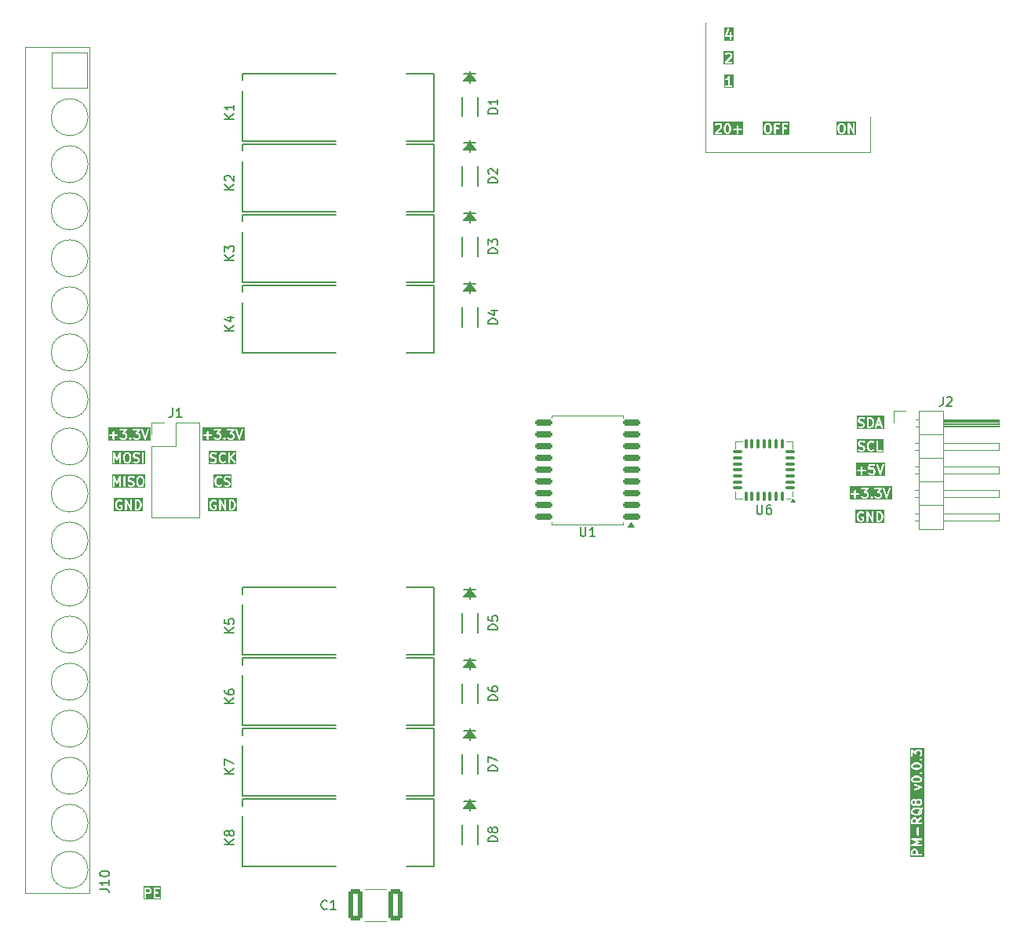
<source format=gbr>
%TF.GenerationSoftware,KiCad,Pcbnew,8.0.4-8.0.4-0~ubuntu22.04.1*%
%TF.CreationDate,2024-08-07T21:55:50+03:00*%
%TF.ProjectId,PM-RQ8,504d2d52-5138-42e6-9b69-6361645f7063,rev?*%
%TF.SameCoordinates,Original*%
%TF.FileFunction,Legend,Top*%
%TF.FilePolarity,Positive*%
%FSLAX46Y46*%
G04 Gerber Fmt 4.6, Leading zero omitted, Abs format (unit mm)*
G04 Created by KiCad (PCBNEW 8.0.4-8.0.4-0~ubuntu22.04.1) date 2024-08-07 21:55:50*
%MOMM*%
%LPD*%
G01*
G04 APERTURE LIST*
G04 Aperture macros list*
%AMRoundRect*
0 Rectangle with rounded corners*
0 $1 Rounding radius*
0 $2 $3 $4 $5 $6 $7 $8 $9 X,Y pos of 4 corners*
0 Add a 4 corners polygon primitive as box body*
4,1,4,$2,$3,$4,$5,$6,$7,$8,$9,$2,$3,0*
0 Add four circle primitives for the rounded corners*
1,1,$1+$1,$2,$3*
1,1,$1+$1,$4,$5*
1,1,$1+$1,$6,$7*
1,1,$1+$1,$8,$9*
0 Add four rect primitives between the rounded corners*
20,1,$1+$1,$2,$3,$4,$5,0*
20,1,$1+$1,$4,$5,$6,$7,0*
20,1,$1+$1,$6,$7,$8,$9,0*
20,1,$1+$1,$8,$9,$2,$3,0*%
G04 Aperture macros list end*
%ADD10C,0.100000*%
%ADD11C,0.200000*%
%ADD12C,0.150000*%
%ADD13C,0.152400*%
%ADD14C,0.120000*%
%ADD15R,0.533400X1.524000*%
%ADD16C,1.812000*%
%ADD17RoundRect,0.075000X0.437500X0.075000X-0.437500X0.075000X-0.437500X-0.075000X0.437500X-0.075000X0*%
%ADD18RoundRect,0.075000X0.075000X0.437500X-0.075000X0.437500X-0.075000X-0.437500X0.075000X-0.437500X0*%
%ADD19R,4.250000X4.250000*%
%ADD20RoundRect,0.150000X0.800000X0.150000X-0.800000X0.150000X-0.800000X-0.150000X0.800000X-0.150000X0*%
%ADD21R,3.500000X3.500000*%
%ADD22C,3.500000*%
%ADD23C,3.200000*%
%ADD24O,6.350000X6.350000*%
%ADD25R,1.700000X1.700000*%
%ADD26O,1.700000X1.700000*%
%ADD27RoundRect,0.250000X-0.537500X-1.450000X0.537500X-1.450000X0.537500X1.450000X-0.537500X1.450000X0*%
G04 APERTURE END LIST*
D10*
X91440000Y-15240000D02*
X91440000Y-11430000D01*
X73660000Y-1270000D02*
X73660000Y-15240000D01*
X73660000Y-15240000D02*
X91440000Y-15240000D01*
D11*
G36*
X76694904Y-8283330D02*
G01*
X75703960Y-8283330D01*
X75703960Y-7345426D01*
X75815071Y-7345426D01*
X75817837Y-7384346D01*
X75835286Y-7419245D01*
X75864763Y-7444809D01*
X75901779Y-7457148D01*
X75940699Y-7454382D01*
X75959007Y-7447376D01*
X76054245Y-7399757D01*
X76062641Y-7394471D01*
X76065081Y-7393461D01*
X76067827Y-7391207D01*
X76070835Y-7389314D01*
X76072564Y-7387319D01*
X76080235Y-7381025D01*
X76100000Y-7361260D01*
X76100000Y-7972219D01*
X75914286Y-7972219D01*
X75894777Y-7974140D01*
X75858729Y-7989072D01*
X75831139Y-8016662D01*
X75816207Y-8052710D01*
X75816207Y-8091728D01*
X75831139Y-8127776D01*
X75858729Y-8155366D01*
X75894777Y-8170298D01*
X75914286Y-8172219D01*
X76485714Y-8172219D01*
X76505223Y-8170298D01*
X76541271Y-8155366D01*
X76568861Y-8127776D01*
X76583793Y-8091728D01*
X76583793Y-8052710D01*
X76568861Y-8016662D01*
X76541271Y-7989072D01*
X76505223Y-7974140D01*
X76485714Y-7972219D01*
X76300000Y-7972219D01*
X76300000Y-7072219D01*
X76299993Y-7072148D01*
X76300000Y-7072114D01*
X76299979Y-7072012D01*
X76298079Y-7052710D01*
X76294289Y-7043561D01*
X76292348Y-7033854D01*
X76286896Y-7025713D01*
X76283147Y-7016662D01*
X76276147Y-7009662D01*
X76270637Y-7001434D01*
X76262482Y-6995997D01*
X76255557Y-6989072D01*
X76246413Y-6985284D01*
X76238172Y-6979790D01*
X76228558Y-6977888D01*
X76219509Y-6974140D01*
X76209608Y-6974140D01*
X76199896Y-6972219D01*
X76190291Y-6974140D01*
X76180491Y-6974140D01*
X76171342Y-6977929D01*
X76161635Y-6979871D01*
X76153494Y-6985322D01*
X76144443Y-6989072D01*
X76137443Y-6996071D01*
X76129215Y-7001582D01*
X76116926Y-7016588D01*
X76116853Y-7016662D01*
X76116839Y-7016694D01*
X76116795Y-7016749D01*
X76027051Y-7151365D01*
X75950287Y-7228128D01*
X75869565Y-7268490D01*
X75852974Y-7278933D01*
X75827410Y-7308410D01*
X75815071Y-7345426D01*
X75703960Y-7345426D01*
X75703960Y-6861108D01*
X76694904Y-6861108D01*
X76694904Y-8283330D01*
G37*
G36*
X92934904Y-47653330D02*
G01*
X90038413Y-47653330D01*
X90038413Y-46632695D01*
X90149524Y-46632695D01*
X90149524Y-46727933D01*
X90151445Y-46747442D01*
X90152820Y-46750762D01*
X90153075Y-46754346D01*
X90160081Y-46772654D01*
X90207700Y-46867892D01*
X90212985Y-46876288D01*
X90213996Y-46878728D01*
X90216249Y-46881474D01*
X90218143Y-46884482D01*
X90220137Y-46886211D01*
X90226432Y-46893882D01*
X90274051Y-46941500D01*
X90281717Y-46947792D01*
X90283450Y-46949790D01*
X90286458Y-46951683D01*
X90289204Y-46953937D01*
X90291644Y-46954947D01*
X90300041Y-46960233D01*
X90395278Y-47007852D01*
X90396706Y-47008398D01*
X90397286Y-47008828D01*
X90405462Y-47011749D01*
X90413587Y-47014858D01*
X90414307Y-47014909D01*
X90415746Y-47015423D01*
X90595571Y-47060379D01*
X90666478Y-47095833D01*
X90691147Y-47120501D01*
X90720952Y-47180111D01*
X90720952Y-47228135D01*
X90691147Y-47287743D01*
X90666478Y-47312413D01*
X90606869Y-47342219D01*
X90408607Y-47342219D01*
X90281147Y-47299732D01*
X90262031Y-47295385D01*
X90223111Y-47298151D01*
X90188212Y-47315601D01*
X90162647Y-47345077D01*
X90150309Y-47382093D01*
X90153075Y-47421013D01*
X90170525Y-47455912D01*
X90200001Y-47481477D01*
X90217901Y-47489468D01*
X90360758Y-47537087D01*
X90370430Y-47539286D01*
X90372872Y-47540298D01*
X90376409Y-47540646D01*
X90379873Y-47541434D01*
X90382507Y-47541246D01*
X90392381Y-47542219D01*
X90630476Y-47542219D01*
X90649985Y-47540298D01*
X90653305Y-47538922D01*
X90656889Y-47538668D01*
X90675197Y-47531662D01*
X90770435Y-47484043D01*
X90778830Y-47478758D01*
X90781272Y-47477747D01*
X90784019Y-47475491D01*
X90787025Y-47473600D01*
X90788755Y-47471605D01*
X90796425Y-47465310D01*
X90844044Y-47417690D01*
X90850336Y-47410023D01*
X90852333Y-47408292D01*
X90854226Y-47405284D01*
X90856481Y-47402537D01*
X90857492Y-47400095D01*
X90862776Y-47391701D01*
X90910395Y-47296464D01*
X90917401Y-47278155D01*
X90917655Y-47274571D01*
X90919031Y-47271251D01*
X90920952Y-47251742D01*
X90920952Y-47156504D01*
X90919031Y-47136995D01*
X90917655Y-47133674D01*
X90917401Y-47130091D01*
X90910395Y-47111782D01*
X90862776Y-47016545D01*
X90857490Y-47008148D01*
X90856480Y-47005708D01*
X90854226Y-47002962D01*
X90852333Y-46999954D01*
X90850335Y-46998221D01*
X90844043Y-46990555D01*
X90796425Y-46942936D01*
X90788754Y-46936641D01*
X90787025Y-46934647D01*
X90784017Y-46932753D01*
X90781271Y-46930500D01*
X90778831Y-46929489D01*
X90770435Y-46924204D01*
X90675197Y-46876585D01*
X90673770Y-46876039D01*
X90673190Y-46875609D01*
X90665013Y-46872687D01*
X90660054Y-46870790D01*
X91101905Y-46870790D01*
X91101905Y-47013647D01*
X91102240Y-47017049D01*
X91102023Y-47018508D01*
X91103102Y-47025805D01*
X91103826Y-47033156D01*
X91104390Y-47034519D01*
X91104891Y-47037901D01*
X91152510Y-47228376D01*
X91153023Y-47229813D01*
X91153075Y-47230536D01*
X91156183Y-47238660D01*
X91159105Y-47246837D01*
X91159535Y-47247417D01*
X91160081Y-47248844D01*
X91207700Y-47344082D01*
X91212982Y-47352474D01*
X91213995Y-47354918D01*
X91216251Y-47357667D01*
X91218143Y-47360672D01*
X91220137Y-47362401D01*
X91226432Y-47370071D01*
X91321670Y-47465311D01*
X91336823Y-47477747D01*
X91340142Y-47479122D01*
X91342858Y-47481477D01*
X91360758Y-47489468D01*
X91503615Y-47537087D01*
X91513287Y-47539286D01*
X91515729Y-47540298D01*
X91519266Y-47540646D01*
X91522730Y-47541434D01*
X91525364Y-47541246D01*
X91535238Y-47542219D01*
X91630476Y-47542219D01*
X91640349Y-47541246D01*
X91642983Y-47541434D01*
X91646446Y-47540646D01*
X91649985Y-47540298D01*
X91652427Y-47539286D01*
X91662099Y-47537087D01*
X91804955Y-47489468D01*
X91822856Y-47481477D01*
X91825571Y-47479122D01*
X91828891Y-47477747D01*
X91844044Y-47465310D01*
X91891663Y-47417690D01*
X91904100Y-47402537D01*
X91919031Y-47366488D01*
X91919030Y-47327470D01*
X91904099Y-47291422D01*
X91876508Y-47263832D01*
X91840460Y-47248901D01*
X91801442Y-47248902D01*
X91765394Y-47263833D01*
X91750240Y-47276270D01*
X91719313Y-47307197D01*
X91614249Y-47342219D01*
X91551464Y-47342219D01*
X91446399Y-47307197D01*
X91379329Y-47240127D01*
X91343875Y-47169218D01*
X91301905Y-47001337D01*
X91301905Y-46883100D01*
X91343875Y-46715218D01*
X91379328Y-46644312D01*
X91446400Y-46577240D01*
X91551464Y-46542219D01*
X91614249Y-46542219D01*
X91719314Y-46577240D01*
X91750241Y-46608167D01*
X91765394Y-46620604D01*
X91801443Y-46635535D01*
X91840461Y-46635535D01*
X91876509Y-46620604D01*
X91904099Y-46593014D01*
X91919030Y-46556966D01*
X91919030Y-46517948D01*
X91904099Y-46481899D01*
X91891662Y-46466746D01*
X91867136Y-46442219D01*
X92149524Y-46442219D01*
X92149524Y-47442219D01*
X92151445Y-47461728D01*
X92166377Y-47497776D01*
X92193967Y-47525366D01*
X92230015Y-47540298D01*
X92249524Y-47542219D01*
X92725714Y-47542219D01*
X92745223Y-47540298D01*
X92781271Y-47525366D01*
X92808861Y-47497776D01*
X92823793Y-47461728D01*
X92823793Y-47422710D01*
X92808861Y-47386662D01*
X92781271Y-47359072D01*
X92745223Y-47344140D01*
X92725714Y-47342219D01*
X92349524Y-47342219D01*
X92349524Y-46442219D01*
X92347603Y-46422710D01*
X92332671Y-46386662D01*
X92305081Y-46359072D01*
X92269033Y-46344140D01*
X92230015Y-46344140D01*
X92193967Y-46359072D01*
X92166377Y-46386662D01*
X92151445Y-46422710D01*
X92149524Y-46442219D01*
X91867136Y-46442219D01*
X91844044Y-46419127D01*
X91828890Y-46406691D01*
X91825571Y-46405316D01*
X91822856Y-46402961D01*
X91804955Y-46394970D01*
X91662099Y-46347351D01*
X91652427Y-46345151D01*
X91649985Y-46344140D01*
X91646446Y-46343791D01*
X91642983Y-46343004D01*
X91640349Y-46343191D01*
X91630476Y-46342219D01*
X91535238Y-46342219D01*
X91525364Y-46343191D01*
X91522730Y-46343004D01*
X91519266Y-46343791D01*
X91515729Y-46344140D01*
X91513287Y-46345151D01*
X91503615Y-46347351D01*
X91360758Y-46394970D01*
X91342858Y-46402961D01*
X91340142Y-46405316D01*
X91336824Y-46406691D01*
X91321670Y-46419127D01*
X91226432Y-46514365D01*
X91220137Y-46522035D01*
X91218143Y-46523765D01*
X91216249Y-46526772D01*
X91213996Y-46529519D01*
X91212985Y-46531958D01*
X91207700Y-46540355D01*
X91160081Y-46635593D01*
X91159535Y-46637019D01*
X91159105Y-46637600D01*
X91156183Y-46645776D01*
X91153075Y-46653901D01*
X91153023Y-46654623D01*
X91152510Y-46656061D01*
X91104891Y-46846536D01*
X91104390Y-46849917D01*
X91103826Y-46851281D01*
X91103102Y-46858631D01*
X91102023Y-46865929D01*
X91102240Y-46867387D01*
X91101905Y-46870790D01*
X90660054Y-46870790D01*
X90656889Y-46869579D01*
X90656166Y-46869527D01*
X90654729Y-46869014D01*
X90474904Y-46824057D01*
X90403997Y-46788604D01*
X90379329Y-46763935D01*
X90349524Y-46704325D01*
X90349524Y-46656302D01*
X90379329Y-46596692D01*
X90403997Y-46572023D01*
X90463607Y-46542219D01*
X90661868Y-46542219D01*
X90789329Y-46584706D01*
X90808444Y-46589053D01*
X90847364Y-46586287D01*
X90882263Y-46568837D01*
X90907828Y-46539361D01*
X90920167Y-46502345D01*
X90917400Y-46463425D01*
X90899951Y-46428526D01*
X90870475Y-46402961D01*
X90852574Y-46394970D01*
X90709718Y-46347351D01*
X90700046Y-46345151D01*
X90697604Y-46344140D01*
X90694065Y-46343791D01*
X90690602Y-46343004D01*
X90687968Y-46343191D01*
X90678095Y-46342219D01*
X90440000Y-46342219D01*
X90420491Y-46344140D01*
X90417170Y-46345515D01*
X90413587Y-46345770D01*
X90395278Y-46352776D01*
X90300041Y-46400395D01*
X90291644Y-46405680D01*
X90289204Y-46406691D01*
X90286458Y-46408944D01*
X90283450Y-46410838D01*
X90281717Y-46412835D01*
X90274051Y-46419128D01*
X90226432Y-46466746D01*
X90220137Y-46474416D01*
X90218143Y-46476146D01*
X90216249Y-46479153D01*
X90213996Y-46481900D01*
X90212985Y-46484339D01*
X90207700Y-46492736D01*
X90160081Y-46587974D01*
X90153075Y-46606282D01*
X90152820Y-46609865D01*
X90151445Y-46613186D01*
X90149524Y-46632695D01*
X90038413Y-46632695D01*
X90038413Y-46231108D01*
X92934904Y-46231108D01*
X92934904Y-47653330D01*
G37*
G36*
X92528837Y-54197240D02*
G01*
X92595910Y-54264313D01*
X92631362Y-54335218D01*
X92673333Y-54503099D01*
X92673333Y-54621337D01*
X92631362Y-54789218D01*
X92595909Y-54860124D01*
X92528838Y-54927197D01*
X92423773Y-54962219D01*
X92301905Y-54962219D01*
X92301905Y-54162219D01*
X92423773Y-54162219D01*
X92528837Y-54197240D01*
G37*
G36*
X92984444Y-55273330D02*
G01*
X89895556Y-55273330D01*
X89895556Y-54490790D01*
X90006667Y-54490790D01*
X90006667Y-54633647D01*
X90007002Y-54637049D01*
X90006785Y-54638508D01*
X90007864Y-54645805D01*
X90008588Y-54653156D01*
X90009152Y-54654519D01*
X90009653Y-54657901D01*
X90057272Y-54848376D01*
X90057785Y-54849813D01*
X90057837Y-54850536D01*
X90060945Y-54858660D01*
X90063867Y-54866837D01*
X90064297Y-54867417D01*
X90064843Y-54868844D01*
X90112462Y-54964082D01*
X90117744Y-54972474D01*
X90118757Y-54974918D01*
X90121013Y-54977667D01*
X90122905Y-54980672D01*
X90124899Y-54982401D01*
X90131194Y-54990071D01*
X90226432Y-55085311D01*
X90241585Y-55097747D01*
X90244904Y-55099122D01*
X90247620Y-55101477D01*
X90265520Y-55109468D01*
X90408377Y-55157087D01*
X90418049Y-55159286D01*
X90420491Y-55160298D01*
X90424028Y-55160646D01*
X90427492Y-55161434D01*
X90430126Y-55161246D01*
X90440000Y-55162219D01*
X90535238Y-55162219D01*
X90545111Y-55161246D01*
X90547745Y-55161434D01*
X90551208Y-55160646D01*
X90554747Y-55160298D01*
X90557189Y-55159286D01*
X90566861Y-55157087D01*
X90709717Y-55109468D01*
X90727618Y-55101477D01*
X90730333Y-55099122D01*
X90733653Y-55097747D01*
X90748806Y-55085310D01*
X90796425Y-55037690D01*
X90808862Y-55022537D01*
X90823793Y-54986488D01*
X90825714Y-54966980D01*
X90825714Y-54633647D01*
X90823793Y-54614138D01*
X90808861Y-54578090D01*
X90781271Y-54550500D01*
X90745223Y-54535568D01*
X90725714Y-54533647D01*
X90535238Y-54533647D01*
X90515729Y-54535568D01*
X90479681Y-54550500D01*
X90452091Y-54578090D01*
X90437159Y-54614138D01*
X90437159Y-54653156D01*
X90452091Y-54689204D01*
X90479681Y-54716794D01*
X90515729Y-54731726D01*
X90535238Y-54733647D01*
X90625714Y-54733647D01*
X90625714Y-54925559D01*
X90624075Y-54927197D01*
X90519011Y-54962219D01*
X90456226Y-54962219D01*
X90351161Y-54927197D01*
X90284091Y-54860127D01*
X90248637Y-54789218D01*
X90206667Y-54621337D01*
X90206667Y-54503100D01*
X90248637Y-54335218D01*
X90284090Y-54264312D01*
X90351162Y-54197240D01*
X90456226Y-54162219D01*
X90559250Y-54162219D01*
X90633373Y-54199281D01*
X90651682Y-54206287D01*
X90690602Y-54209053D01*
X90727618Y-54196714D01*
X90757095Y-54171149D01*
X90774544Y-54136251D01*
X90777309Y-54097331D01*
X90765606Y-54062219D01*
X91054286Y-54062219D01*
X91054286Y-55062219D01*
X91056207Y-55081728D01*
X91071139Y-55117776D01*
X91098729Y-55145366D01*
X91134777Y-55160298D01*
X91173795Y-55160298D01*
X91209843Y-55145366D01*
X91237433Y-55117776D01*
X91252365Y-55081728D01*
X91254286Y-55062219D01*
X91254286Y-54438775D01*
X91638890Y-55111833D01*
X91641808Y-55115943D01*
X91642567Y-55117776D01*
X91644433Y-55119642D01*
X91650237Y-55127818D01*
X91660753Y-55135962D01*
X91670157Y-55145366D01*
X91676044Y-55147804D01*
X91681086Y-55151709D01*
X91693918Y-55155208D01*
X91706205Y-55160298D01*
X91712581Y-55160298D01*
X91718730Y-55161975D01*
X91731923Y-55160298D01*
X91745223Y-55160298D01*
X91751111Y-55157858D01*
X91757436Y-55157055D01*
X91768985Y-55150454D01*
X91781271Y-55145366D01*
X91785778Y-55140858D01*
X91791313Y-55137696D01*
X91799457Y-55127179D01*
X91808861Y-55117776D01*
X91811299Y-55111888D01*
X91815204Y-55106847D01*
X91818703Y-55094014D01*
X91823793Y-55081728D01*
X91824775Y-55071750D01*
X91825470Y-55069204D01*
X91825219Y-55067236D01*
X91825714Y-55062219D01*
X91825714Y-54062219D01*
X92101905Y-54062219D01*
X92101905Y-55062219D01*
X92103826Y-55081728D01*
X92118758Y-55117776D01*
X92146348Y-55145366D01*
X92182396Y-55160298D01*
X92201905Y-55162219D01*
X92440000Y-55162219D01*
X92449873Y-55161246D01*
X92452507Y-55161434D01*
X92455970Y-55160646D01*
X92459509Y-55160298D01*
X92461951Y-55159286D01*
X92471623Y-55157087D01*
X92614479Y-55109468D01*
X92632380Y-55101477D01*
X92635095Y-55099122D01*
X92638415Y-55097747D01*
X92653568Y-55085310D01*
X92748806Y-54990071D01*
X92755098Y-54982404D01*
X92757095Y-54980673D01*
X92758988Y-54977665D01*
X92761243Y-54974918D01*
X92762254Y-54972476D01*
X92767538Y-54964082D01*
X92815157Y-54868845D01*
X92815703Y-54867416D01*
X92816133Y-54866837D01*
X92819054Y-54858660D01*
X92822163Y-54850536D01*
X92822214Y-54849815D01*
X92822728Y-54848377D01*
X92870347Y-54657901D01*
X92870847Y-54654519D01*
X92871412Y-54653156D01*
X92872135Y-54645805D01*
X92873215Y-54638508D01*
X92872997Y-54637049D01*
X92873333Y-54633647D01*
X92873333Y-54490790D01*
X92872997Y-54487387D01*
X92873215Y-54485929D01*
X92872135Y-54478631D01*
X92871412Y-54471281D01*
X92870847Y-54469917D01*
X92870347Y-54466536D01*
X92822728Y-54276060D01*
X92822214Y-54274621D01*
X92822163Y-54273901D01*
X92819054Y-54265776D01*
X92816133Y-54257600D01*
X92815703Y-54257020D01*
X92815157Y-54255592D01*
X92767538Y-54160355D01*
X92762251Y-54151956D01*
X92761242Y-54149519D01*
X92758990Y-54146775D01*
X92757095Y-54143764D01*
X92755097Y-54142031D01*
X92748806Y-54134365D01*
X92653568Y-54039127D01*
X92638414Y-54026691D01*
X92635095Y-54025316D01*
X92632380Y-54022961D01*
X92614479Y-54014970D01*
X92471623Y-53967351D01*
X92461951Y-53965151D01*
X92459509Y-53964140D01*
X92455970Y-53963791D01*
X92452507Y-53963004D01*
X92449873Y-53963191D01*
X92440000Y-53962219D01*
X92201905Y-53962219D01*
X92182396Y-53964140D01*
X92146348Y-53979072D01*
X92118758Y-54006662D01*
X92103826Y-54042710D01*
X92101905Y-54062219D01*
X91825714Y-54062219D01*
X91823793Y-54042710D01*
X91808861Y-54006662D01*
X91781271Y-53979072D01*
X91745223Y-53964140D01*
X91706205Y-53964140D01*
X91670157Y-53979072D01*
X91642567Y-54006662D01*
X91627635Y-54042710D01*
X91625714Y-54062219D01*
X91625714Y-54685662D01*
X91241110Y-54012605D01*
X91238191Y-54008494D01*
X91237433Y-54006662D01*
X91235566Y-54004795D01*
X91229763Y-53996620D01*
X91219248Y-53988477D01*
X91209843Y-53979072D01*
X91203952Y-53976632D01*
X91198914Y-53972730D01*
X91186085Y-53969231D01*
X91173795Y-53964140D01*
X91167420Y-53964140D01*
X91161271Y-53962463D01*
X91148078Y-53964140D01*
X91134777Y-53964140D01*
X91128888Y-53966579D01*
X91122564Y-53967383D01*
X91111014Y-53973983D01*
X91098729Y-53979072D01*
X91094221Y-53983579D01*
X91088687Y-53986742D01*
X91080544Y-53997256D01*
X91071139Y-54006662D01*
X91068699Y-54012552D01*
X91064797Y-54017591D01*
X91061298Y-54030419D01*
X91056207Y-54042710D01*
X91055224Y-54052687D01*
X91054530Y-54055234D01*
X91054780Y-54057201D01*
X91054286Y-54062219D01*
X90765606Y-54062219D01*
X90764971Y-54060315D01*
X90739406Y-54030838D01*
X90722816Y-54020395D01*
X90627578Y-53972776D01*
X90609270Y-53965770D01*
X90605686Y-53965515D01*
X90602366Y-53964140D01*
X90582857Y-53962219D01*
X90440000Y-53962219D01*
X90430126Y-53963191D01*
X90427492Y-53963004D01*
X90424028Y-53963791D01*
X90420491Y-53964140D01*
X90418049Y-53965151D01*
X90408377Y-53967351D01*
X90265520Y-54014970D01*
X90247620Y-54022961D01*
X90244904Y-54025316D01*
X90241586Y-54026691D01*
X90226432Y-54039127D01*
X90131194Y-54134365D01*
X90124899Y-54142035D01*
X90122905Y-54143765D01*
X90121011Y-54146772D01*
X90118758Y-54149519D01*
X90117747Y-54151958D01*
X90112462Y-54160355D01*
X90064843Y-54255593D01*
X90064297Y-54257019D01*
X90063867Y-54257600D01*
X90060945Y-54265776D01*
X90057837Y-54273901D01*
X90057785Y-54274623D01*
X90057272Y-54276061D01*
X90009653Y-54466536D01*
X90009152Y-54469917D01*
X90008588Y-54471281D01*
X90007864Y-54478631D01*
X90006785Y-54485929D01*
X90007002Y-54487387D01*
X90006667Y-54490790D01*
X89895556Y-54490790D01*
X89895556Y-53851108D01*
X92984444Y-53851108D01*
X92984444Y-55273330D01*
G37*
G36*
X91552646Y-44037240D02*
G01*
X91619719Y-44104313D01*
X91655171Y-44175218D01*
X91697142Y-44343099D01*
X91697142Y-44461337D01*
X91655171Y-44629218D01*
X91619718Y-44700124D01*
X91552647Y-44767197D01*
X91447582Y-44802219D01*
X91325714Y-44802219D01*
X91325714Y-44002219D01*
X91447582Y-44002219D01*
X91552646Y-44037240D01*
G37*
G36*
X92515543Y-44516504D02*
G01*
X92316838Y-44516504D01*
X92416190Y-44218446D01*
X92515543Y-44516504D01*
G37*
G36*
X92959849Y-45113330D02*
G01*
X90014603Y-45113330D01*
X90014603Y-44092695D01*
X90125714Y-44092695D01*
X90125714Y-44187933D01*
X90127635Y-44207442D01*
X90129010Y-44210762D01*
X90129265Y-44214346D01*
X90136271Y-44232654D01*
X90183890Y-44327892D01*
X90189175Y-44336288D01*
X90190186Y-44338728D01*
X90192439Y-44341474D01*
X90194333Y-44344482D01*
X90196327Y-44346211D01*
X90202622Y-44353882D01*
X90250241Y-44401500D01*
X90257907Y-44407792D01*
X90259640Y-44409790D01*
X90262648Y-44411683D01*
X90265394Y-44413937D01*
X90267834Y-44414947D01*
X90276231Y-44420233D01*
X90371468Y-44467852D01*
X90372896Y-44468398D01*
X90373476Y-44468828D01*
X90381652Y-44471749D01*
X90389777Y-44474858D01*
X90390497Y-44474909D01*
X90391936Y-44475423D01*
X90571761Y-44520379D01*
X90642668Y-44555833D01*
X90667337Y-44580501D01*
X90697142Y-44640111D01*
X90697142Y-44688135D01*
X90667337Y-44747743D01*
X90642668Y-44772413D01*
X90583059Y-44802219D01*
X90384797Y-44802219D01*
X90257337Y-44759732D01*
X90238221Y-44755385D01*
X90199301Y-44758151D01*
X90164402Y-44775601D01*
X90138837Y-44805077D01*
X90126499Y-44842093D01*
X90129265Y-44881013D01*
X90146715Y-44915912D01*
X90176191Y-44941477D01*
X90194091Y-44949468D01*
X90336948Y-44997087D01*
X90346620Y-44999286D01*
X90349062Y-45000298D01*
X90352599Y-45000646D01*
X90356063Y-45001434D01*
X90358697Y-45001246D01*
X90368571Y-45002219D01*
X90606666Y-45002219D01*
X90626175Y-45000298D01*
X90629495Y-44998922D01*
X90633079Y-44998668D01*
X90651387Y-44991662D01*
X90746625Y-44944043D01*
X90755020Y-44938758D01*
X90757462Y-44937747D01*
X90760209Y-44935491D01*
X90763215Y-44933600D01*
X90764945Y-44931605D01*
X90772615Y-44925310D01*
X90820234Y-44877690D01*
X90826526Y-44870023D01*
X90828523Y-44868292D01*
X90830416Y-44865284D01*
X90832671Y-44862537D01*
X90833682Y-44860095D01*
X90838966Y-44851701D01*
X90886585Y-44756464D01*
X90893591Y-44738155D01*
X90893845Y-44734571D01*
X90895221Y-44731251D01*
X90897142Y-44711742D01*
X90897142Y-44616504D01*
X90895221Y-44596995D01*
X90893845Y-44593674D01*
X90893591Y-44590091D01*
X90886585Y-44571782D01*
X90838966Y-44476545D01*
X90833680Y-44468148D01*
X90832670Y-44465708D01*
X90830416Y-44462962D01*
X90828523Y-44459954D01*
X90826525Y-44458221D01*
X90820233Y-44450555D01*
X90772615Y-44402936D01*
X90764944Y-44396641D01*
X90763215Y-44394647D01*
X90760207Y-44392753D01*
X90757461Y-44390500D01*
X90755021Y-44389489D01*
X90746625Y-44384204D01*
X90651387Y-44336585D01*
X90649960Y-44336039D01*
X90649380Y-44335609D01*
X90641203Y-44332687D01*
X90633079Y-44329579D01*
X90632356Y-44329527D01*
X90630919Y-44329014D01*
X90451094Y-44284057D01*
X90380187Y-44248604D01*
X90355519Y-44223935D01*
X90325714Y-44164325D01*
X90325714Y-44116302D01*
X90355519Y-44056692D01*
X90380187Y-44032023D01*
X90439797Y-44002219D01*
X90638058Y-44002219D01*
X90765519Y-44044706D01*
X90784634Y-44049053D01*
X90823554Y-44046287D01*
X90858453Y-44028837D01*
X90884018Y-43999361D01*
X90896357Y-43962345D01*
X90893590Y-43923425D01*
X90882987Y-43902219D01*
X91125714Y-43902219D01*
X91125714Y-44902219D01*
X91127635Y-44921728D01*
X91142567Y-44957776D01*
X91170157Y-44985366D01*
X91206205Y-45000298D01*
X91225714Y-45002219D01*
X91463809Y-45002219D01*
X91473682Y-45001246D01*
X91476316Y-45001434D01*
X91479779Y-45000646D01*
X91483318Y-45000298D01*
X91485760Y-44999286D01*
X91495432Y-44997087D01*
X91638288Y-44949468D01*
X91656189Y-44941477D01*
X91658904Y-44939122D01*
X91662224Y-44937747D01*
X91677377Y-44925310D01*
X91712975Y-44889712D01*
X91983642Y-44889712D01*
X91986408Y-44928632D01*
X92003858Y-44963531D01*
X92033334Y-44989096D01*
X92070350Y-45001434D01*
X92109270Y-44998668D01*
X92144169Y-44981218D01*
X92169734Y-44951742D01*
X92177725Y-44933842D01*
X92250171Y-44716504D01*
X92582209Y-44716504D01*
X92654655Y-44933841D01*
X92662646Y-44951742D01*
X92688211Y-44981218D01*
X92723110Y-44998667D01*
X92762030Y-45001434D01*
X92799046Y-44989095D01*
X92828522Y-44963530D01*
X92845972Y-44928631D01*
X92848738Y-44889711D01*
X92844391Y-44870596D01*
X92511058Y-43870596D01*
X92503067Y-43852696D01*
X92498382Y-43847294D01*
X92495189Y-43840908D01*
X92485720Y-43832695D01*
X92477502Y-43823220D01*
X92471110Y-43820023D01*
X92465713Y-43815343D01*
X92453819Y-43811378D01*
X92442603Y-43805770D01*
X92435475Y-43805263D01*
X92428697Y-43803004D01*
X92416192Y-43803893D01*
X92403683Y-43803004D01*
X92396901Y-43805264D01*
X92389777Y-43805771D01*
X92378568Y-43811374D01*
X92366667Y-43815342D01*
X92361266Y-43820025D01*
X92354878Y-43823220D01*
X92346662Y-43832691D01*
X92337191Y-43840907D01*
X92333996Y-43847296D01*
X92329313Y-43852696D01*
X92321322Y-43870597D01*
X91987989Y-44870596D01*
X91983642Y-44889712D01*
X91712975Y-44889712D01*
X91772615Y-44830071D01*
X91778907Y-44822404D01*
X91780904Y-44820673D01*
X91782797Y-44817665D01*
X91785052Y-44814918D01*
X91786063Y-44812476D01*
X91791347Y-44804082D01*
X91838966Y-44708845D01*
X91839512Y-44707416D01*
X91839942Y-44706837D01*
X91842863Y-44698660D01*
X91845972Y-44690536D01*
X91846023Y-44689815D01*
X91846537Y-44688377D01*
X91894156Y-44497901D01*
X91894656Y-44494519D01*
X91895221Y-44493156D01*
X91895944Y-44485805D01*
X91897024Y-44478508D01*
X91896806Y-44477049D01*
X91897142Y-44473647D01*
X91897142Y-44330790D01*
X91896806Y-44327387D01*
X91897024Y-44325929D01*
X91895944Y-44318631D01*
X91895221Y-44311281D01*
X91894656Y-44309917D01*
X91894156Y-44306536D01*
X91846537Y-44116060D01*
X91846023Y-44114621D01*
X91845972Y-44113901D01*
X91842863Y-44105776D01*
X91839942Y-44097600D01*
X91839512Y-44097020D01*
X91838966Y-44095592D01*
X91791347Y-44000355D01*
X91786060Y-43991956D01*
X91785051Y-43989519D01*
X91782799Y-43986775D01*
X91780904Y-43983764D01*
X91778906Y-43982031D01*
X91772615Y-43974365D01*
X91677377Y-43879127D01*
X91662223Y-43866691D01*
X91658904Y-43865316D01*
X91656189Y-43862961D01*
X91638288Y-43854970D01*
X91495432Y-43807351D01*
X91485760Y-43805151D01*
X91483318Y-43804140D01*
X91479779Y-43803791D01*
X91476316Y-43803004D01*
X91473682Y-43803191D01*
X91463809Y-43802219D01*
X91225714Y-43802219D01*
X91206205Y-43804140D01*
X91170157Y-43819072D01*
X91142567Y-43846662D01*
X91127635Y-43882710D01*
X91125714Y-43902219D01*
X90882987Y-43902219D01*
X90876141Y-43888526D01*
X90846665Y-43862961D01*
X90828764Y-43854970D01*
X90685908Y-43807351D01*
X90676236Y-43805151D01*
X90673794Y-43804140D01*
X90670255Y-43803791D01*
X90666792Y-43803004D01*
X90664158Y-43803191D01*
X90654285Y-43802219D01*
X90416190Y-43802219D01*
X90396681Y-43804140D01*
X90393360Y-43805515D01*
X90389777Y-43805770D01*
X90371468Y-43812776D01*
X90276231Y-43860395D01*
X90267834Y-43865680D01*
X90265394Y-43866691D01*
X90262648Y-43868944D01*
X90259640Y-43870838D01*
X90257907Y-43872835D01*
X90250241Y-43879128D01*
X90202622Y-43926746D01*
X90196327Y-43934416D01*
X90194333Y-43936146D01*
X90192439Y-43939153D01*
X90190186Y-43941900D01*
X90189175Y-43944339D01*
X90183890Y-43952736D01*
X90136271Y-44047974D01*
X90129265Y-44066282D01*
X90129010Y-44069865D01*
X90127635Y-44073186D01*
X90125714Y-44092695D01*
X90014603Y-44092695D01*
X90014603Y-43691108D01*
X92959849Y-43691108D01*
X92959849Y-45113330D01*
G37*
G36*
X96341554Y-90628703D02*
G01*
X96366223Y-90653371D01*
X96396028Y-90712981D01*
X96396028Y-90970326D01*
X96072219Y-90970326D01*
X96072219Y-90712981D01*
X96102024Y-90653371D01*
X96126692Y-90628702D01*
X96186302Y-90598898D01*
X96281945Y-90598898D01*
X96341554Y-90628703D01*
G37*
G36*
X96341554Y-87247751D02*
G01*
X96366223Y-87272419D01*
X96396028Y-87332029D01*
X96396028Y-87589374D01*
X96072219Y-87589374D01*
X96072219Y-87332029D01*
X96102024Y-87272419D01*
X96126692Y-87247750D01*
X96186302Y-87217946D01*
X96281945Y-87217946D01*
X96341554Y-87247751D01*
G37*
G36*
X96778236Y-86208242D02*
G01*
X96783178Y-86213184D01*
X96711032Y-86285330D01*
X96704736Y-86292999D01*
X96702742Y-86294730D01*
X96700850Y-86297735D01*
X96698595Y-86300483D01*
X96697583Y-86302924D01*
X96692299Y-86311320D01*
X96644680Y-86406558D01*
X96637674Y-86424866D01*
X96637419Y-86428449D01*
X96636044Y-86431770D01*
X96634123Y-86451279D01*
X96634123Y-86546517D01*
X96636044Y-86566026D01*
X96650976Y-86602074D01*
X96674031Y-86625129D01*
X96626575Y-86636993D01*
X96317861Y-86636993D01*
X96166202Y-86599078D01*
X96102023Y-86534899D01*
X96072219Y-86475290D01*
X96072219Y-86332029D01*
X96102023Y-86272420D01*
X96166202Y-86208241D01*
X96317861Y-86170327D01*
X96626575Y-86170327D01*
X96778236Y-86208242D01*
G37*
G36*
X96872219Y-86475291D02*
G01*
X96842414Y-86534900D01*
X96834123Y-86543191D01*
X96834123Y-86474886D01*
X96863928Y-86415275D01*
X96872219Y-86406985D01*
X96872219Y-86475291D01*
G37*
G36*
X96246316Y-85247751D02*
G01*
X96270985Y-85272419D01*
X96300790Y-85332029D01*
X96300790Y-85475291D01*
X96270985Y-85534900D01*
X96246316Y-85559568D01*
X96186707Y-85589374D01*
X96186302Y-85589374D01*
X96126692Y-85559569D01*
X96102024Y-85534900D01*
X96072219Y-85475290D01*
X96072219Y-85332029D01*
X96102024Y-85272419D01*
X96126692Y-85247750D01*
X96186302Y-85217946D01*
X96186707Y-85217946D01*
X96246316Y-85247751D01*
G37*
G36*
X96817746Y-85247752D02*
G01*
X96842414Y-85272419D01*
X96872219Y-85332029D01*
X96872219Y-85475291D01*
X96842414Y-85534900D01*
X96817746Y-85559567D01*
X96758135Y-85589374D01*
X96614873Y-85589374D01*
X96555263Y-85559569D01*
X96530595Y-85534900D01*
X96500790Y-85475290D01*
X96500790Y-85332029D01*
X96530595Y-85272419D01*
X96555263Y-85247750D01*
X96614873Y-85217946D01*
X96758135Y-85217946D01*
X96817746Y-85247752D01*
G37*
G36*
X96746837Y-82783725D02*
G01*
X96817746Y-82819180D01*
X96842414Y-82843847D01*
X96872219Y-82903457D01*
X96872219Y-82951481D01*
X96842414Y-83011090D01*
X96817746Y-83035757D01*
X96746837Y-83071212D01*
X96578956Y-83113183D01*
X96365480Y-83113183D01*
X96197599Y-83071212D01*
X96126692Y-83035759D01*
X96102024Y-83011090D01*
X96072219Y-82951480D01*
X96072219Y-82903457D01*
X96102024Y-82843847D01*
X96126692Y-82819178D01*
X96197599Y-82783725D01*
X96365480Y-82741755D01*
X96578956Y-82741755D01*
X96746837Y-82783725D01*
G37*
G36*
X96746837Y-81355154D02*
G01*
X96817746Y-81390609D01*
X96842414Y-81415276D01*
X96872219Y-81474886D01*
X96872219Y-81522910D01*
X96842414Y-81582519D01*
X96817746Y-81607186D01*
X96746837Y-81642641D01*
X96578956Y-81684612D01*
X96365480Y-81684612D01*
X96197599Y-81642641D01*
X96126692Y-81607188D01*
X96102024Y-81582519D01*
X96072219Y-81522909D01*
X96072219Y-81474886D01*
X96102024Y-81415276D01*
X96126692Y-81390607D01*
X96197599Y-81355154D01*
X96365480Y-81313184D01*
X96578956Y-81313184D01*
X96746837Y-81355154D01*
G37*
G36*
X97277783Y-91281437D02*
G01*
X95761108Y-91281437D01*
X95761108Y-90689374D01*
X95872219Y-90689374D01*
X95872219Y-91070326D01*
X95874140Y-91089835D01*
X95889072Y-91125883D01*
X95916662Y-91153473D01*
X95952710Y-91168405D01*
X95972219Y-91170326D01*
X96972219Y-91170326D01*
X96991728Y-91168405D01*
X97027776Y-91153473D01*
X97055366Y-91125883D01*
X97070298Y-91089835D01*
X97070298Y-91050817D01*
X97055366Y-91014769D01*
X97027776Y-90987179D01*
X96991728Y-90972247D01*
X96972219Y-90970326D01*
X96596028Y-90970326D01*
X96596028Y-90689374D01*
X96594107Y-90669865D01*
X96592731Y-90666544D01*
X96592477Y-90662961D01*
X96585471Y-90644652D01*
X96537852Y-90549415D01*
X96532566Y-90541018D01*
X96531556Y-90538578D01*
X96529302Y-90535832D01*
X96527409Y-90532824D01*
X96525411Y-90531091D01*
X96519119Y-90523425D01*
X96471501Y-90475806D01*
X96463830Y-90469511D01*
X96462101Y-90467517D01*
X96459093Y-90465623D01*
X96456347Y-90463370D01*
X96453907Y-90462359D01*
X96445511Y-90457074D01*
X96350273Y-90409455D01*
X96331965Y-90402449D01*
X96328381Y-90402194D01*
X96325061Y-90400819D01*
X96305552Y-90398898D01*
X96162695Y-90398898D01*
X96143186Y-90400819D01*
X96139865Y-90402194D01*
X96136282Y-90402449D01*
X96117973Y-90409455D01*
X96022736Y-90457074D01*
X96014339Y-90462359D01*
X96011899Y-90463370D01*
X96009153Y-90465623D01*
X96006145Y-90467517D01*
X96004412Y-90469514D01*
X95996746Y-90475807D01*
X95949127Y-90523425D01*
X95942832Y-90531095D01*
X95940838Y-90532825D01*
X95938944Y-90535832D01*
X95936691Y-90538579D01*
X95935680Y-90541018D01*
X95930395Y-90549415D01*
X95882776Y-90644653D01*
X95875770Y-90662961D01*
X95875515Y-90666544D01*
X95874140Y-90669865D01*
X95872219Y-90689374D01*
X95761108Y-90689374D01*
X95761108Y-89418843D01*
X95873378Y-89418843D01*
X95874140Y-89420938D01*
X95874140Y-89423169D01*
X95880784Y-89439210D01*
X95886713Y-89455512D01*
X95888218Y-89457155D01*
X95889072Y-89459217D01*
X95901345Y-89471490D01*
X95913064Y-89484287D01*
X95915708Y-89485853D01*
X95916662Y-89486807D01*
X95918843Y-89487710D01*
X95929930Y-89494278D01*
X96450034Y-89736993D01*
X95929930Y-89979708D01*
X95918843Y-89986275D01*
X95916662Y-89987179D01*
X95915708Y-89988132D01*
X95913064Y-89989699D01*
X95901345Y-90002495D01*
X95889072Y-90014769D01*
X95888218Y-90016830D01*
X95886713Y-90018474D01*
X95880784Y-90034775D01*
X95874140Y-90050817D01*
X95874140Y-90053047D01*
X95873378Y-90055143D01*
X95874140Y-90072482D01*
X95874140Y-90089835D01*
X95874993Y-90091894D01*
X95875091Y-90094123D01*
X95882432Y-90109853D01*
X95889072Y-90125883D01*
X95890648Y-90127459D01*
X95891592Y-90129481D01*
X95904388Y-90141199D01*
X95916662Y-90153473D01*
X95918723Y-90154326D01*
X95920367Y-90155832D01*
X95936668Y-90161760D01*
X95952710Y-90168405D01*
X95955768Y-90168706D01*
X95957036Y-90169167D01*
X95959395Y-90169063D01*
X95972219Y-90170326D01*
X96972219Y-90170326D01*
X96991728Y-90168405D01*
X97027776Y-90153473D01*
X97055366Y-90125883D01*
X97070298Y-90089835D01*
X97070298Y-90050817D01*
X97055366Y-90014769D01*
X97027776Y-89987179D01*
X96991728Y-89972247D01*
X96972219Y-89970326D01*
X96422975Y-89970326D01*
X96728793Y-89827611D01*
X96735934Y-89823380D01*
X96738356Y-89822500D01*
X96740068Y-89820931D01*
X96745659Y-89817620D01*
X96755919Y-89806415D01*
X96767132Y-89796148D01*
X96769011Y-89792120D01*
X96772011Y-89788845D01*
X96777202Y-89774569D01*
X96783632Y-89760791D01*
X96783827Y-89756350D01*
X96785345Y-89752176D01*
X96784677Y-89736993D01*
X96785345Y-89721810D01*
X96783827Y-89717635D01*
X96783632Y-89713195D01*
X96777202Y-89699416D01*
X96772011Y-89685141D01*
X96769011Y-89681865D01*
X96767132Y-89677838D01*
X96755919Y-89667570D01*
X96745659Y-89656366D01*
X96740068Y-89653054D01*
X96738356Y-89651486D01*
X96735934Y-89650605D01*
X96728793Y-89646375D01*
X96422975Y-89503660D01*
X96972219Y-89503660D01*
X96991728Y-89501739D01*
X97027776Y-89486807D01*
X97055366Y-89459217D01*
X97070298Y-89423169D01*
X97070298Y-89384151D01*
X97055366Y-89348103D01*
X97027776Y-89320513D01*
X96991728Y-89305581D01*
X96972219Y-89303660D01*
X95972219Y-89303660D01*
X95959395Y-89304922D01*
X95957036Y-89304819D01*
X95955768Y-89305279D01*
X95952710Y-89305581D01*
X95936668Y-89312225D01*
X95920367Y-89318154D01*
X95918723Y-89319659D01*
X95916662Y-89320513D01*
X95904388Y-89332786D01*
X95891592Y-89344505D01*
X95890648Y-89346526D01*
X95889072Y-89348103D01*
X95882432Y-89364132D01*
X95875091Y-89379863D01*
X95874993Y-89382091D01*
X95874140Y-89384151D01*
X95874140Y-89401503D01*
X95873378Y-89418843D01*
X95761108Y-89418843D01*
X95761108Y-88165565D01*
X96491266Y-88165565D01*
X96491266Y-88927469D01*
X96493187Y-88946978D01*
X96508119Y-88983026D01*
X96535709Y-89010616D01*
X96571757Y-89025548D01*
X96610775Y-89025548D01*
X96646823Y-89010616D01*
X96674413Y-88983026D01*
X96689345Y-88946978D01*
X96691266Y-88927469D01*
X96691266Y-88165565D01*
X96689345Y-88146056D01*
X96674413Y-88110008D01*
X96646823Y-88082418D01*
X96610775Y-88067486D01*
X96571757Y-88067486D01*
X96535709Y-88082418D01*
X96508119Y-88110008D01*
X96493187Y-88146056D01*
X96491266Y-88165565D01*
X95761108Y-88165565D01*
X95761108Y-87308422D01*
X95872219Y-87308422D01*
X95872219Y-87689374D01*
X95874140Y-87708883D01*
X95889072Y-87744931D01*
X95916662Y-87772521D01*
X95952710Y-87787453D01*
X95972219Y-87789374D01*
X96972219Y-87789374D01*
X96991728Y-87787453D01*
X97027776Y-87772521D01*
X97055366Y-87744931D01*
X97070298Y-87708883D01*
X97070298Y-87669865D01*
X97055366Y-87633817D01*
X97027776Y-87606227D01*
X96991728Y-87591295D01*
X96972219Y-87589374D01*
X96596028Y-87589374D01*
X96596028Y-87503344D01*
X97029565Y-87199869D01*
X97044446Y-87187108D01*
X97065415Y-87154203D01*
X97072196Y-87115778D01*
X97063756Y-87077684D01*
X97041381Y-87045719D01*
X97008476Y-87024750D01*
X96970052Y-87017969D01*
X96931957Y-87026409D01*
X96914873Y-87036023D01*
X96586347Y-87265990D01*
X96585471Y-87263700D01*
X96537852Y-87168463D01*
X96532566Y-87160066D01*
X96531556Y-87157626D01*
X96529302Y-87154880D01*
X96527409Y-87151872D01*
X96525411Y-87150139D01*
X96519119Y-87142473D01*
X96471501Y-87094854D01*
X96463830Y-87088559D01*
X96462101Y-87086565D01*
X96459093Y-87084671D01*
X96456347Y-87082418D01*
X96453907Y-87081407D01*
X96445511Y-87076122D01*
X96350273Y-87028503D01*
X96331965Y-87021497D01*
X96328381Y-87021242D01*
X96325061Y-87019867D01*
X96305552Y-87017946D01*
X96162695Y-87017946D01*
X96143186Y-87019867D01*
X96139865Y-87021242D01*
X96136282Y-87021497D01*
X96117973Y-87028503D01*
X96022736Y-87076122D01*
X96014339Y-87081407D01*
X96011899Y-87082418D01*
X96009153Y-87084671D01*
X96006145Y-87086565D01*
X96004412Y-87088562D01*
X95996746Y-87094855D01*
X95949127Y-87142473D01*
X95942832Y-87150143D01*
X95940838Y-87151873D01*
X95938944Y-87154880D01*
X95936691Y-87157627D01*
X95935680Y-87160066D01*
X95930395Y-87168463D01*
X95882776Y-87263701D01*
X95875770Y-87282009D01*
X95875515Y-87285592D01*
X95874140Y-87288913D01*
X95872219Y-87308422D01*
X95761108Y-87308422D01*
X95761108Y-86308422D01*
X95872219Y-86308422D01*
X95872219Y-86498898D01*
X95874140Y-86518407D01*
X95875515Y-86521727D01*
X95875770Y-86525311D01*
X95882776Y-86543619D01*
X95930395Y-86638857D01*
X95935680Y-86647253D01*
X95936691Y-86649693D01*
X95938944Y-86652439D01*
X95940838Y-86655447D01*
X95942832Y-86657176D01*
X95949127Y-86664847D01*
X96044365Y-86760085D01*
X96059519Y-86772521D01*
X96066387Y-86775366D01*
X96072362Y-86779793D01*
X96090822Y-86786388D01*
X96281298Y-86834007D01*
X96284679Y-86834507D01*
X96286043Y-86835072D01*
X96293393Y-86835795D01*
X96300691Y-86836875D01*
X96302149Y-86836657D01*
X96305552Y-86836993D01*
X96638885Y-86836993D01*
X96642287Y-86836657D01*
X96643746Y-86836875D01*
X96651043Y-86835795D01*
X96658394Y-86835072D01*
X96659757Y-86834507D01*
X96663139Y-86834007D01*
X96853614Y-86786388D01*
X96872075Y-86779793D01*
X96878047Y-86775367D01*
X96884918Y-86772522D01*
X96900071Y-86760085D01*
X96995311Y-86664847D01*
X97001604Y-86657178D01*
X97003600Y-86655448D01*
X97005493Y-86652440D01*
X97007747Y-86649694D01*
X97008757Y-86647253D01*
X97014043Y-86638857D01*
X97061662Y-86543620D01*
X97068668Y-86525311D01*
X97068922Y-86521727D01*
X97070298Y-86518407D01*
X97072219Y-86498898D01*
X97072219Y-86308422D01*
X97070298Y-86288913D01*
X97068922Y-86285592D01*
X97068668Y-86282009D01*
X97061662Y-86263700D01*
X97046276Y-86232929D01*
X97090549Y-86188657D01*
X97096840Y-86180990D01*
X97098838Y-86179258D01*
X97100733Y-86176246D01*
X97102985Y-86173503D01*
X97103994Y-86171065D01*
X97109281Y-86162667D01*
X97156900Y-86067430D01*
X97163906Y-86049121D01*
X97166672Y-86010201D01*
X97154333Y-85973185D01*
X97128768Y-85943708D01*
X97093870Y-85926259D01*
X97054950Y-85923494D01*
X97017934Y-85935832D01*
X96988457Y-85961397D01*
X96978014Y-85977987D01*
X96937653Y-86058709D01*
X96924599Y-86071762D01*
X96900071Y-86047235D01*
X96884918Y-86034798D01*
X96878047Y-86031952D01*
X96872075Y-86027527D01*
X96853614Y-86020932D01*
X96663139Y-85973313D01*
X96659757Y-85972812D01*
X96658394Y-85972248D01*
X96651043Y-85971524D01*
X96643746Y-85970445D01*
X96642287Y-85970662D01*
X96638885Y-85970327D01*
X96305552Y-85970327D01*
X96302149Y-85970662D01*
X96300691Y-85970445D01*
X96293393Y-85971524D01*
X96286043Y-85972248D01*
X96284679Y-85972812D01*
X96281298Y-85973313D01*
X96090822Y-86020932D01*
X96072362Y-86027527D01*
X96066387Y-86031953D01*
X96059519Y-86034799D01*
X96044365Y-86047235D01*
X95949127Y-86142473D01*
X95942832Y-86150143D01*
X95940838Y-86151873D01*
X95938944Y-86154880D01*
X95936691Y-86157627D01*
X95935680Y-86160066D01*
X95930395Y-86168463D01*
X95882776Y-86263701D01*
X95875770Y-86282009D01*
X95875515Y-86285592D01*
X95874140Y-86288913D01*
X95872219Y-86308422D01*
X95761108Y-86308422D01*
X95761108Y-85308422D01*
X95872219Y-85308422D01*
X95872219Y-85498898D01*
X95874140Y-85518407D01*
X95875515Y-85521727D01*
X95875770Y-85525311D01*
X95882776Y-85543619D01*
X95930395Y-85638857D01*
X95935680Y-85647253D01*
X95936691Y-85649693D01*
X95938944Y-85652439D01*
X95940838Y-85655447D01*
X95942832Y-85657176D01*
X95949127Y-85664847D01*
X95996746Y-85712465D01*
X96004412Y-85718757D01*
X96006145Y-85720755D01*
X96009153Y-85722648D01*
X96011899Y-85724902D01*
X96014339Y-85725912D01*
X96022736Y-85731198D01*
X96117973Y-85778817D01*
X96136282Y-85785823D01*
X96139865Y-85786077D01*
X96143186Y-85787453D01*
X96162695Y-85789374D01*
X96210314Y-85789374D01*
X96229823Y-85787453D01*
X96233143Y-85786077D01*
X96236727Y-85785823D01*
X96255035Y-85778817D01*
X96350273Y-85731198D01*
X96358669Y-85725912D01*
X96361109Y-85724902D01*
X96363855Y-85722648D01*
X96366863Y-85720755D01*
X96368592Y-85718760D01*
X96376263Y-85712466D01*
X96400789Y-85687938D01*
X96425317Y-85712465D01*
X96432983Y-85718757D01*
X96434716Y-85720755D01*
X96437724Y-85722648D01*
X96440470Y-85724902D01*
X96442910Y-85725912D01*
X96451307Y-85731198D01*
X96546544Y-85778817D01*
X96564853Y-85785823D01*
X96568436Y-85786077D01*
X96571757Y-85787453D01*
X96591266Y-85789374D01*
X96781742Y-85789374D01*
X96801251Y-85787453D01*
X96804571Y-85786077D01*
X96808155Y-85785823D01*
X96826463Y-85778817D01*
X96921701Y-85731198D01*
X96930093Y-85725914D01*
X96932537Y-85724903D01*
X96935286Y-85722646D01*
X96938291Y-85720755D01*
X96940020Y-85718760D01*
X96947690Y-85712466D01*
X96995310Y-85664848D01*
X97001603Y-85657179D01*
X97003600Y-85655448D01*
X97005493Y-85652439D01*
X97007747Y-85649694D01*
X97008757Y-85647253D01*
X97014043Y-85638857D01*
X97061662Y-85543620D01*
X97068668Y-85525311D01*
X97068922Y-85521727D01*
X97070298Y-85518407D01*
X97072219Y-85498898D01*
X97072219Y-85308422D01*
X97070298Y-85288913D01*
X97068922Y-85285592D01*
X97068668Y-85282009D01*
X97061662Y-85263700D01*
X97014043Y-85168463D01*
X97008757Y-85160066D01*
X97007747Y-85157626D01*
X97005493Y-85154880D01*
X97003600Y-85151872D01*
X97001603Y-85150140D01*
X96995310Y-85142472D01*
X96947690Y-85094854D01*
X96940020Y-85088559D01*
X96938291Y-85086565D01*
X96935286Y-85084673D01*
X96932537Y-85082417D01*
X96930093Y-85081405D01*
X96921701Y-85076122D01*
X96826463Y-85028503D01*
X96808155Y-85021497D01*
X96804571Y-85021242D01*
X96801251Y-85019867D01*
X96781742Y-85017946D01*
X96591266Y-85017946D01*
X96571757Y-85019867D01*
X96568436Y-85021242D01*
X96564853Y-85021497D01*
X96546544Y-85028503D01*
X96451307Y-85076122D01*
X96442910Y-85081407D01*
X96440470Y-85082418D01*
X96437724Y-85084671D01*
X96434716Y-85086565D01*
X96432983Y-85088562D01*
X96425317Y-85094855D01*
X96400789Y-85119381D01*
X96376263Y-85094854D01*
X96368592Y-85088559D01*
X96366863Y-85086565D01*
X96363855Y-85084671D01*
X96361109Y-85082418D01*
X96358669Y-85081407D01*
X96350273Y-85076122D01*
X96255035Y-85028503D01*
X96236727Y-85021497D01*
X96233143Y-85021242D01*
X96229823Y-85019867D01*
X96210314Y-85017946D01*
X96162695Y-85017946D01*
X96143186Y-85019867D01*
X96139865Y-85021242D01*
X96136282Y-85021497D01*
X96117973Y-85028503D01*
X96022736Y-85076122D01*
X96014339Y-85081407D01*
X96011899Y-85082418D01*
X96009153Y-85084671D01*
X96006145Y-85086565D01*
X96004412Y-85088562D01*
X95996746Y-85094855D01*
X95949127Y-85142473D01*
X95942832Y-85150143D01*
X95940838Y-85151873D01*
X95938944Y-85154880D01*
X95936691Y-85157627D01*
X95935680Y-85160066D01*
X95930395Y-85168463D01*
X95882776Y-85263701D01*
X95875770Y-85282009D01*
X95875515Y-85285592D01*
X95874140Y-85288913D01*
X95872219Y-85308422D01*
X95761108Y-85308422D01*
X95761108Y-83531902D01*
X96206625Y-83531902D01*
X96208563Y-83570872D01*
X96225266Y-83606134D01*
X96254192Y-83632321D01*
X96271918Y-83640691D01*
X96674897Y-83784612D01*
X96271918Y-83928533D01*
X96254192Y-83936903D01*
X96225266Y-83963090D01*
X96208563Y-83998352D01*
X96206625Y-84037322D01*
X96219748Y-84074067D01*
X96245935Y-84102993D01*
X96281197Y-84119696D01*
X96320167Y-84121634D01*
X96339186Y-84116881D01*
X97005852Y-83878786D01*
X97023579Y-83870416D01*
X97027301Y-83867045D01*
X97031836Y-83864898D01*
X97041657Y-83854048D01*
X97052504Y-83844229D01*
X97054651Y-83839694D01*
X97058022Y-83835972D01*
X97062943Y-83822190D01*
X97069208Y-83808967D01*
X97069457Y-83803952D01*
X97071145Y-83799227D01*
X97070418Y-83784612D01*
X97071145Y-83769997D01*
X97069457Y-83765271D01*
X97069208Y-83760257D01*
X97062943Y-83747033D01*
X97058022Y-83733252D01*
X97054651Y-83729529D01*
X97052504Y-83724995D01*
X97041657Y-83715175D01*
X97031836Y-83704326D01*
X97027301Y-83702178D01*
X97023579Y-83698808D01*
X97005852Y-83690438D01*
X96339186Y-83452343D01*
X96320167Y-83447590D01*
X96281197Y-83449528D01*
X96245935Y-83466231D01*
X96219748Y-83495157D01*
X96206625Y-83531902D01*
X95761108Y-83531902D01*
X95761108Y-82879850D01*
X95872219Y-82879850D01*
X95872219Y-82975088D01*
X95874140Y-82994597D01*
X95875515Y-82997917D01*
X95875770Y-83001501D01*
X95882776Y-83019809D01*
X95930395Y-83115047D01*
X95935680Y-83123443D01*
X95936691Y-83125883D01*
X95938944Y-83128629D01*
X95940838Y-83131637D01*
X95942832Y-83133366D01*
X95949127Y-83141037D01*
X95996746Y-83188655D01*
X96004412Y-83194947D01*
X96006145Y-83196945D01*
X96009153Y-83198838D01*
X96011899Y-83201092D01*
X96014339Y-83202102D01*
X96022736Y-83207388D01*
X96117973Y-83255007D01*
X96119401Y-83255553D01*
X96119981Y-83255983D01*
X96128157Y-83258904D01*
X96136282Y-83262013D01*
X96137002Y-83262064D01*
X96138441Y-83262578D01*
X96328917Y-83310197D01*
X96332298Y-83310697D01*
X96333662Y-83311262D01*
X96341012Y-83311985D01*
X96348310Y-83313065D01*
X96349768Y-83312847D01*
X96353171Y-83313183D01*
X96591266Y-83313183D01*
X96594668Y-83312847D01*
X96596127Y-83313065D01*
X96603424Y-83311985D01*
X96610775Y-83311262D01*
X96612138Y-83310697D01*
X96615520Y-83310197D01*
X96805995Y-83262578D01*
X96807432Y-83262064D01*
X96808155Y-83262013D01*
X96816279Y-83258904D01*
X96824456Y-83255983D01*
X96825036Y-83255552D01*
X96826463Y-83255007D01*
X96921701Y-83207388D01*
X96930093Y-83202104D01*
X96932537Y-83201093D01*
X96935286Y-83198836D01*
X96938291Y-83196945D01*
X96940020Y-83194950D01*
X96947690Y-83188656D01*
X96995310Y-83141038D01*
X97001603Y-83133369D01*
X97003600Y-83131638D01*
X97005493Y-83128629D01*
X97007747Y-83125884D01*
X97008757Y-83123443D01*
X97014043Y-83115047D01*
X97061662Y-83019810D01*
X97068668Y-83001501D01*
X97068922Y-82997917D01*
X97070298Y-82994597D01*
X97072219Y-82975088D01*
X97072219Y-82879850D01*
X97070298Y-82860341D01*
X97068922Y-82857020D01*
X97068668Y-82853437D01*
X97061662Y-82835128D01*
X97014043Y-82739891D01*
X97008757Y-82731494D01*
X97007747Y-82729054D01*
X97005493Y-82726308D01*
X97003600Y-82723300D01*
X97001603Y-82721568D01*
X96995310Y-82713900D01*
X96947690Y-82666282D01*
X96940020Y-82659987D01*
X96938291Y-82657993D01*
X96935286Y-82656101D01*
X96932537Y-82653845D01*
X96930093Y-82652833D01*
X96921701Y-82647550D01*
X96826463Y-82599931D01*
X96825036Y-82599385D01*
X96824456Y-82598955D01*
X96816279Y-82596033D01*
X96808155Y-82592925D01*
X96807432Y-82592873D01*
X96805995Y-82592360D01*
X96615520Y-82544741D01*
X96612138Y-82544240D01*
X96610775Y-82543676D01*
X96603424Y-82542952D01*
X96596127Y-82541873D01*
X96594668Y-82542090D01*
X96591266Y-82541755D01*
X96353171Y-82541755D01*
X96349768Y-82542090D01*
X96348310Y-82541873D01*
X96341012Y-82542952D01*
X96333662Y-82543676D01*
X96332298Y-82544240D01*
X96328917Y-82544741D01*
X96138441Y-82592360D01*
X96137002Y-82592873D01*
X96136282Y-82592925D01*
X96128157Y-82596033D01*
X96119981Y-82598955D01*
X96119401Y-82599384D01*
X96117973Y-82599931D01*
X96022736Y-82647550D01*
X96014339Y-82652835D01*
X96011899Y-82653846D01*
X96009153Y-82656099D01*
X96006145Y-82657993D01*
X96004412Y-82659990D01*
X95996746Y-82666283D01*
X95949127Y-82713901D01*
X95942832Y-82721571D01*
X95940838Y-82723301D01*
X95938944Y-82726308D01*
X95936691Y-82729055D01*
X95935680Y-82731494D01*
X95930395Y-82739891D01*
X95882776Y-82835129D01*
X95875770Y-82853437D01*
X95875515Y-82857020D01*
X95874140Y-82860341D01*
X95872219Y-82879850D01*
X95761108Y-82879850D01*
X95761108Y-82193674D01*
X96778901Y-82193674D01*
X96778901Y-82232692D01*
X96780385Y-82236275D01*
X96793832Y-82268740D01*
X96793833Y-82268741D01*
X96806270Y-82283894D01*
X96853890Y-82331513D01*
X96869043Y-82343950D01*
X96894533Y-82354507D01*
X96905091Y-82358881D01*
X96905092Y-82358881D01*
X96944109Y-82358881D01*
X96965226Y-82350133D01*
X96980158Y-82343949D01*
X96980162Y-82343944D01*
X96995311Y-82331513D01*
X97042929Y-82283894D01*
X97055366Y-82268741D01*
X97066735Y-82241293D01*
X97070298Y-82232692D01*
X97070298Y-82193674D01*
X97055366Y-82157626D01*
X97055366Y-82157625D01*
X97042929Y-82142472D01*
X96995311Y-82094853D01*
X96980162Y-82082421D01*
X96980158Y-82082417D01*
X96965226Y-82076232D01*
X96944109Y-82067485D01*
X96905091Y-82067485D01*
X96894533Y-82071858D01*
X96869043Y-82082416D01*
X96853890Y-82094853D01*
X96806270Y-82142472D01*
X96793833Y-82157625D01*
X96793832Y-82157626D01*
X96783274Y-82183116D01*
X96778901Y-82193674D01*
X95761108Y-82193674D01*
X95761108Y-81451279D01*
X95872219Y-81451279D01*
X95872219Y-81546517D01*
X95874140Y-81566026D01*
X95875515Y-81569346D01*
X95875770Y-81572930D01*
X95882776Y-81591238D01*
X95930395Y-81686476D01*
X95935680Y-81694872D01*
X95936691Y-81697312D01*
X95938944Y-81700058D01*
X95940838Y-81703066D01*
X95942832Y-81704795D01*
X95949127Y-81712466D01*
X95996746Y-81760084D01*
X96004412Y-81766376D01*
X96006145Y-81768374D01*
X96009153Y-81770267D01*
X96011899Y-81772521D01*
X96014339Y-81773531D01*
X96022736Y-81778817D01*
X96117973Y-81826436D01*
X96119401Y-81826982D01*
X96119981Y-81827412D01*
X96128157Y-81830333D01*
X96136282Y-81833442D01*
X96137002Y-81833493D01*
X96138441Y-81834007D01*
X96328917Y-81881626D01*
X96332298Y-81882126D01*
X96333662Y-81882691D01*
X96341012Y-81883414D01*
X96348310Y-81884494D01*
X96349768Y-81884276D01*
X96353171Y-81884612D01*
X96591266Y-81884612D01*
X96594668Y-81884276D01*
X96596127Y-81884494D01*
X96603424Y-81883414D01*
X96610775Y-81882691D01*
X96612138Y-81882126D01*
X96615520Y-81881626D01*
X96805995Y-81834007D01*
X96807432Y-81833493D01*
X96808155Y-81833442D01*
X96816279Y-81830333D01*
X96824456Y-81827412D01*
X96825036Y-81826981D01*
X96826463Y-81826436D01*
X96921701Y-81778817D01*
X96930093Y-81773533D01*
X96932537Y-81772522D01*
X96935286Y-81770265D01*
X96938291Y-81768374D01*
X96940020Y-81766379D01*
X96947690Y-81760085D01*
X96995310Y-81712467D01*
X97001603Y-81704798D01*
X97003600Y-81703067D01*
X97005493Y-81700058D01*
X97007747Y-81697313D01*
X97008757Y-81694872D01*
X97014043Y-81686476D01*
X97061662Y-81591239D01*
X97068668Y-81572930D01*
X97068922Y-81569346D01*
X97070298Y-81566026D01*
X97072219Y-81546517D01*
X97072219Y-81451279D01*
X97070298Y-81431770D01*
X97068922Y-81428449D01*
X97068668Y-81424866D01*
X97061662Y-81406557D01*
X97014043Y-81311320D01*
X97008757Y-81302923D01*
X97007747Y-81300483D01*
X97005493Y-81297737D01*
X97003600Y-81294729D01*
X97001603Y-81292997D01*
X96995310Y-81285329D01*
X96947690Y-81237711D01*
X96940020Y-81231416D01*
X96938291Y-81229422D01*
X96935286Y-81227530D01*
X96932537Y-81225274D01*
X96930093Y-81224262D01*
X96921701Y-81218979D01*
X96826463Y-81171360D01*
X96825036Y-81170814D01*
X96824456Y-81170384D01*
X96816279Y-81167462D01*
X96808155Y-81164354D01*
X96807432Y-81164302D01*
X96805995Y-81163789D01*
X96615520Y-81116170D01*
X96612138Y-81115669D01*
X96610775Y-81115105D01*
X96603424Y-81114381D01*
X96596127Y-81113302D01*
X96594668Y-81113519D01*
X96591266Y-81113184D01*
X96353171Y-81113184D01*
X96349768Y-81113519D01*
X96348310Y-81113302D01*
X96341012Y-81114381D01*
X96333662Y-81115105D01*
X96332298Y-81115669D01*
X96328917Y-81116170D01*
X96138441Y-81163789D01*
X96137002Y-81164302D01*
X96136282Y-81164354D01*
X96128157Y-81167462D01*
X96119981Y-81170384D01*
X96119401Y-81170813D01*
X96117973Y-81171360D01*
X96022736Y-81218979D01*
X96014339Y-81224264D01*
X96011899Y-81225275D01*
X96009153Y-81227528D01*
X96006145Y-81229422D01*
X96004412Y-81231419D01*
X95996746Y-81237712D01*
X95949127Y-81285330D01*
X95942832Y-81293000D01*
X95940838Y-81294730D01*
X95938944Y-81297737D01*
X95936691Y-81300484D01*
X95935680Y-81302923D01*
X95930395Y-81311320D01*
X95882776Y-81406558D01*
X95875770Y-81424866D01*
X95875515Y-81428449D01*
X95874140Y-81431770D01*
X95872219Y-81451279D01*
X95761108Y-81451279D01*
X95761108Y-80765103D01*
X96778901Y-80765103D01*
X96778901Y-80804121D01*
X96780385Y-80807704D01*
X96793832Y-80840169D01*
X96793833Y-80840170D01*
X96806270Y-80855323D01*
X96853890Y-80902942D01*
X96869043Y-80915379D01*
X96894533Y-80925936D01*
X96905091Y-80930310D01*
X96905092Y-80930310D01*
X96944109Y-80930310D01*
X96965226Y-80921562D01*
X96980158Y-80915378D01*
X96980162Y-80915373D01*
X96995311Y-80902942D01*
X97042929Y-80855323D01*
X97055366Y-80840170D01*
X97066735Y-80812722D01*
X97070298Y-80804121D01*
X97070298Y-80765103D01*
X97055366Y-80729055D01*
X97055366Y-80729054D01*
X97042929Y-80713901D01*
X96995311Y-80666282D01*
X96980162Y-80653850D01*
X96980158Y-80653846D01*
X96965226Y-80647661D01*
X96944109Y-80638914D01*
X96905091Y-80638914D01*
X96894533Y-80643287D01*
X96869043Y-80653845D01*
X96853890Y-80666282D01*
X96806270Y-80713901D01*
X96793833Y-80729054D01*
X96793832Y-80729055D01*
X96783274Y-80754545D01*
X96778901Y-80765103D01*
X95761108Y-80765103D01*
X95761108Y-79784613D01*
X95872219Y-79784613D01*
X95872219Y-80403660D01*
X95874140Y-80423169D01*
X95889072Y-80459217D01*
X95916662Y-80486807D01*
X95952710Y-80501739D01*
X95991728Y-80501739D01*
X96027776Y-80486807D01*
X96055366Y-80459217D01*
X96070298Y-80423169D01*
X96072219Y-80403660D01*
X96072219Y-80004989D01*
X96287321Y-80193204D01*
X96295754Y-80199233D01*
X96297614Y-80201093D01*
X96299377Y-80201823D01*
X96303268Y-80204605D01*
X96318656Y-80209809D01*
X96333662Y-80216025D01*
X96337036Y-80216025D01*
X96340229Y-80217105D01*
X96356432Y-80216025D01*
X96372680Y-80216025D01*
X96375795Y-80214734D01*
X96379161Y-80214510D01*
X96393726Y-80207307D01*
X96408728Y-80201093D01*
X96411111Y-80198709D01*
X96414136Y-80197214D01*
X96424840Y-80184980D01*
X96436318Y-80173503D01*
X96437607Y-80170389D01*
X96439830Y-80167850D01*
X96445035Y-80152458D01*
X96451250Y-80137455D01*
X96451718Y-80132695D01*
X96452330Y-80130888D01*
X96452155Y-80128263D01*
X96453171Y-80117946D01*
X96453171Y-79998696D01*
X96482976Y-79939086D01*
X96507644Y-79914417D01*
X96567254Y-79884613D01*
X96758135Y-79884613D01*
X96817746Y-79914419D01*
X96842414Y-79939086D01*
X96872219Y-79998696D01*
X96872219Y-80237196D01*
X96842414Y-80296805D01*
X96806270Y-80332949D01*
X96793833Y-80348102D01*
X96778902Y-80384150D01*
X96778901Y-80423168D01*
X96793832Y-80459217D01*
X96821422Y-80486807D01*
X96857470Y-80501738D01*
X96896488Y-80501739D01*
X96932537Y-80486808D01*
X96947690Y-80474371D01*
X96995310Y-80426753D01*
X97001603Y-80419084D01*
X97003600Y-80417353D01*
X97005493Y-80414344D01*
X97007747Y-80411599D01*
X97008757Y-80409158D01*
X97014043Y-80400762D01*
X97061662Y-80305525D01*
X97068668Y-80287216D01*
X97068922Y-80283632D01*
X97070298Y-80280312D01*
X97072219Y-80260803D01*
X97072219Y-79975089D01*
X97070298Y-79955580D01*
X97068922Y-79952259D01*
X97068668Y-79948676D01*
X97061662Y-79930367D01*
X97014043Y-79835130D01*
X97008757Y-79826733D01*
X97007747Y-79824293D01*
X97005493Y-79821547D01*
X97003600Y-79818539D01*
X97001603Y-79816807D01*
X96995310Y-79809139D01*
X96947690Y-79761521D01*
X96940020Y-79755226D01*
X96938291Y-79753232D01*
X96935286Y-79751340D01*
X96932537Y-79749084D01*
X96930093Y-79748072D01*
X96921701Y-79742789D01*
X96826463Y-79695170D01*
X96808155Y-79688164D01*
X96804571Y-79687909D01*
X96801251Y-79686534D01*
X96781742Y-79684613D01*
X96543647Y-79684613D01*
X96524138Y-79686534D01*
X96520817Y-79687909D01*
X96517234Y-79688164D01*
X96498925Y-79695170D01*
X96403688Y-79742789D01*
X96395291Y-79748074D01*
X96392851Y-79749085D01*
X96390105Y-79751338D01*
X96387097Y-79753232D01*
X96385364Y-79755229D01*
X96377698Y-79761522D01*
X96330079Y-79809140D01*
X96323784Y-79816810D01*
X96321790Y-79818540D01*
X96319896Y-79821547D01*
X96317643Y-79824294D01*
X96316632Y-79826733D01*
X96311347Y-79835130D01*
X96271923Y-79913977D01*
X96038069Y-79709355D01*
X96029635Y-79703325D01*
X96027776Y-79701466D01*
X96026012Y-79700735D01*
X96022122Y-79697954D01*
X96006733Y-79692749D01*
X95991728Y-79686534D01*
X95988354Y-79686534D01*
X95985161Y-79685454D01*
X95968958Y-79686534D01*
X95952710Y-79686534D01*
X95949594Y-79687824D01*
X95946229Y-79688049D01*
X95931668Y-79695249D01*
X95916662Y-79701466D01*
X95914277Y-79703850D01*
X95911254Y-79705346D01*
X95900556Y-79717571D01*
X95889072Y-79729056D01*
X95887781Y-79732170D01*
X95885560Y-79734710D01*
X95880355Y-79750098D01*
X95874140Y-79765104D01*
X95873671Y-79769863D01*
X95873060Y-79771671D01*
X95873234Y-79774295D01*
X95872219Y-79784613D01*
X95761108Y-79784613D01*
X95761108Y-79573502D01*
X97277783Y-79573502D01*
X97277783Y-91281437D01*
G37*
G36*
X12518837Y-52927240D02*
G01*
X12585910Y-52994313D01*
X12621362Y-53065218D01*
X12663333Y-53233099D01*
X12663333Y-53351337D01*
X12621362Y-53519218D01*
X12585909Y-53590124D01*
X12518838Y-53657197D01*
X12413773Y-53692219D01*
X12291905Y-53692219D01*
X12291905Y-52892219D01*
X12413773Y-52892219D01*
X12518837Y-52927240D01*
G37*
G36*
X12974444Y-54003330D02*
G01*
X9885556Y-54003330D01*
X9885556Y-53220790D01*
X9996667Y-53220790D01*
X9996667Y-53363647D01*
X9997002Y-53367049D01*
X9996785Y-53368508D01*
X9997864Y-53375805D01*
X9998588Y-53383156D01*
X9999152Y-53384519D01*
X9999653Y-53387901D01*
X10047272Y-53578376D01*
X10047785Y-53579813D01*
X10047837Y-53580536D01*
X10050945Y-53588660D01*
X10053867Y-53596837D01*
X10054297Y-53597417D01*
X10054843Y-53598844D01*
X10102462Y-53694082D01*
X10107744Y-53702474D01*
X10108757Y-53704918D01*
X10111013Y-53707667D01*
X10112905Y-53710672D01*
X10114899Y-53712401D01*
X10121194Y-53720071D01*
X10216432Y-53815311D01*
X10231585Y-53827747D01*
X10234904Y-53829122D01*
X10237620Y-53831477D01*
X10255520Y-53839468D01*
X10398377Y-53887087D01*
X10408049Y-53889286D01*
X10410491Y-53890298D01*
X10414028Y-53890646D01*
X10417492Y-53891434D01*
X10420126Y-53891246D01*
X10430000Y-53892219D01*
X10525238Y-53892219D01*
X10535111Y-53891246D01*
X10537745Y-53891434D01*
X10541208Y-53890646D01*
X10544747Y-53890298D01*
X10547189Y-53889286D01*
X10556861Y-53887087D01*
X10699717Y-53839468D01*
X10717618Y-53831477D01*
X10720333Y-53829122D01*
X10723653Y-53827747D01*
X10738806Y-53815310D01*
X10786425Y-53767690D01*
X10798862Y-53752537D01*
X10813793Y-53716488D01*
X10815714Y-53696980D01*
X10815714Y-53363647D01*
X10813793Y-53344138D01*
X10798861Y-53308090D01*
X10771271Y-53280500D01*
X10735223Y-53265568D01*
X10715714Y-53263647D01*
X10525238Y-53263647D01*
X10505729Y-53265568D01*
X10469681Y-53280500D01*
X10442091Y-53308090D01*
X10427159Y-53344138D01*
X10427159Y-53383156D01*
X10442091Y-53419204D01*
X10469681Y-53446794D01*
X10505729Y-53461726D01*
X10525238Y-53463647D01*
X10615714Y-53463647D01*
X10615714Y-53655559D01*
X10614075Y-53657197D01*
X10509011Y-53692219D01*
X10446226Y-53692219D01*
X10341161Y-53657197D01*
X10274091Y-53590127D01*
X10238637Y-53519218D01*
X10196667Y-53351337D01*
X10196667Y-53233100D01*
X10238637Y-53065218D01*
X10274090Y-52994312D01*
X10341162Y-52927240D01*
X10446226Y-52892219D01*
X10549250Y-52892219D01*
X10623373Y-52929281D01*
X10641682Y-52936287D01*
X10680602Y-52939053D01*
X10717618Y-52926714D01*
X10747095Y-52901149D01*
X10764544Y-52866251D01*
X10767309Y-52827331D01*
X10755606Y-52792219D01*
X11044286Y-52792219D01*
X11044286Y-53792219D01*
X11046207Y-53811728D01*
X11061139Y-53847776D01*
X11088729Y-53875366D01*
X11124777Y-53890298D01*
X11163795Y-53890298D01*
X11199843Y-53875366D01*
X11227433Y-53847776D01*
X11242365Y-53811728D01*
X11244286Y-53792219D01*
X11244286Y-53168775D01*
X11628890Y-53841833D01*
X11631808Y-53845943D01*
X11632567Y-53847776D01*
X11634433Y-53849642D01*
X11640237Y-53857818D01*
X11650753Y-53865962D01*
X11660157Y-53875366D01*
X11666044Y-53877804D01*
X11671086Y-53881709D01*
X11683918Y-53885208D01*
X11696205Y-53890298D01*
X11702581Y-53890298D01*
X11708730Y-53891975D01*
X11721923Y-53890298D01*
X11735223Y-53890298D01*
X11741111Y-53887858D01*
X11747436Y-53887055D01*
X11758985Y-53880454D01*
X11771271Y-53875366D01*
X11775778Y-53870858D01*
X11781313Y-53867696D01*
X11789457Y-53857179D01*
X11798861Y-53847776D01*
X11801299Y-53841888D01*
X11805204Y-53836847D01*
X11808703Y-53824014D01*
X11813793Y-53811728D01*
X11814775Y-53801750D01*
X11815470Y-53799204D01*
X11815219Y-53797236D01*
X11815714Y-53792219D01*
X11815714Y-52792219D01*
X12091905Y-52792219D01*
X12091905Y-53792219D01*
X12093826Y-53811728D01*
X12108758Y-53847776D01*
X12136348Y-53875366D01*
X12172396Y-53890298D01*
X12191905Y-53892219D01*
X12430000Y-53892219D01*
X12439873Y-53891246D01*
X12442507Y-53891434D01*
X12445970Y-53890646D01*
X12449509Y-53890298D01*
X12451951Y-53889286D01*
X12461623Y-53887087D01*
X12604479Y-53839468D01*
X12622380Y-53831477D01*
X12625095Y-53829122D01*
X12628415Y-53827747D01*
X12643568Y-53815310D01*
X12738806Y-53720071D01*
X12745098Y-53712404D01*
X12747095Y-53710673D01*
X12748988Y-53707665D01*
X12751243Y-53704918D01*
X12752254Y-53702476D01*
X12757538Y-53694082D01*
X12805157Y-53598845D01*
X12805703Y-53597416D01*
X12806133Y-53596837D01*
X12809054Y-53588660D01*
X12812163Y-53580536D01*
X12812214Y-53579815D01*
X12812728Y-53578377D01*
X12860347Y-53387901D01*
X12860847Y-53384519D01*
X12861412Y-53383156D01*
X12862135Y-53375805D01*
X12863215Y-53368508D01*
X12862997Y-53367049D01*
X12863333Y-53363647D01*
X12863333Y-53220790D01*
X12862997Y-53217387D01*
X12863215Y-53215929D01*
X12862135Y-53208631D01*
X12861412Y-53201281D01*
X12860847Y-53199917D01*
X12860347Y-53196536D01*
X12812728Y-53006060D01*
X12812214Y-53004621D01*
X12812163Y-53003901D01*
X12809054Y-52995776D01*
X12806133Y-52987600D01*
X12805703Y-52987020D01*
X12805157Y-52985592D01*
X12757538Y-52890355D01*
X12752251Y-52881956D01*
X12751242Y-52879519D01*
X12748990Y-52876775D01*
X12747095Y-52873764D01*
X12745097Y-52872031D01*
X12738806Y-52864365D01*
X12643568Y-52769127D01*
X12628414Y-52756691D01*
X12625095Y-52755316D01*
X12622380Y-52752961D01*
X12604479Y-52744970D01*
X12461623Y-52697351D01*
X12451951Y-52695151D01*
X12449509Y-52694140D01*
X12445970Y-52693791D01*
X12442507Y-52693004D01*
X12439873Y-52693191D01*
X12430000Y-52692219D01*
X12191905Y-52692219D01*
X12172396Y-52694140D01*
X12136348Y-52709072D01*
X12108758Y-52736662D01*
X12093826Y-52772710D01*
X12091905Y-52792219D01*
X11815714Y-52792219D01*
X11813793Y-52772710D01*
X11798861Y-52736662D01*
X11771271Y-52709072D01*
X11735223Y-52694140D01*
X11696205Y-52694140D01*
X11660157Y-52709072D01*
X11632567Y-52736662D01*
X11617635Y-52772710D01*
X11615714Y-52792219D01*
X11615714Y-53415662D01*
X11231110Y-52742605D01*
X11228191Y-52738494D01*
X11227433Y-52736662D01*
X11225566Y-52734795D01*
X11219763Y-52726620D01*
X11209248Y-52718477D01*
X11199843Y-52709072D01*
X11193952Y-52706632D01*
X11188914Y-52702730D01*
X11176085Y-52699231D01*
X11163795Y-52694140D01*
X11157420Y-52694140D01*
X11151271Y-52692463D01*
X11138078Y-52694140D01*
X11124777Y-52694140D01*
X11118888Y-52696579D01*
X11112564Y-52697383D01*
X11101014Y-52703983D01*
X11088729Y-52709072D01*
X11084221Y-52713579D01*
X11078687Y-52716742D01*
X11070544Y-52727256D01*
X11061139Y-52736662D01*
X11058699Y-52742552D01*
X11054797Y-52747591D01*
X11051298Y-52760419D01*
X11046207Y-52772710D01*
X11045224Y-52782687D01*
X11044530Y-52785234D01*
X11044780Y-52787201D01*
X11044286Y-52792219D01*
X10755606Y-52792219D01*
X10754971Y-52790315D01*
X10729406Y-52760838D01*
X10712816Y-52750395D01*
X10617578Y-52702776D01*
X10599270Y-52695770D01*
X10595686Y-52695515D01*
X10592366Y-52694140D01*
X10572857Y-52692219D01*
X10430000Y-52692219D01*
X10420126Y-52693191D01*
X10417492Y-52693004D01*
X10414028Y-52693791D01*
X10410491Y-52694140D01*
X10408049Y-52695151D01*
X10398377Y-52697351D01*
X10255520Y-52744970D01*
X10237620Y-52752961D01*
X10234904Y-52755316D01*
X10231586Y-52756691D01*
X10216432Y-52769127D01*
X10121194Y-52864365D01*
X10114899Y-52872035D01*
X10112905Y-52873765D01*
X10111011Y-52876772D01*
X10108758Y-52879519D01*
X10107747Y-52881958D01*
X10102462Y-52890355D01*
X10054843Y-52985593D01*
X10054297Y-52987019D01*
X10053867Y-52987600D01*
X10050945Y-52995776D01*
X10047837Y-53003901D01*
X10047785Y-53004623D01*
X10047272Y-53006061D01*
X9999653Y-53196536D01*
X9999152Y-53199917D01*
X9998588Y-53201281D01*
X9997864Y-53208631D01*
X9996785Y-53215929D01*
X9997002Y-53217387D01*
X9996667Y-53220790D01*
X9885556Y-53220790D01*
X9885556Y-52581108D01*
X12974444Y-52581108D01*
X12974444Y-54003330D01*
G37*
G36*
X88507429Y-12282023D02*
G01*
X88571608Y-12346202D01*
X88609523Y-12497861D01*
X88609523Y-12806575D01*
X88571607Y-12958235D01*
X88507431Y-13022413D01*
X88447821Y-13052219D01*
X88304559Y-13052219D01*
X88244949Y-13022414D01*
X88180772Y-12958236D01*
X88142857Y-12806575D01*
X88142857Y-12497862D01*
X88180772Y-12346202D01*
X88244951Y-12282023D01*
X88304559Y-12252219D01*
X88447821Y-12252219D01*
X88507429Y-12282023D01*
G37*
G36*
X89920634Y-13363330D02*
G01*
X87831746Y-13363330D01*
X87831746Y-12485552D01*
X87942857Y-12485552D01*
X87942857Y-12818885D01*
X87943192Y-12822287D01*
X87942975Y-12823746D01*
X87944054Y-12831043D01*
X87944778Y-12838394D01*
X87945342Y-12839757D01*
X87945843Y-12843139D01*
X87993462Y-13033614D01*
X88000057Y-13052075D01*
X88004482Y-13058047D01*
X88007328Y-13064918D01*
X88019765Y-13080071D01*
X88115003Y-13175311D01*
X88122671Y-13181604D01*
X88124402Y-13183600D01*
X88127409Y-13185493D01*
X88130156Y-13187747D01*
X88132596Y-13188757D01*
X88140993Y-13194043D01*
X88236230Y-13241662D01*
X88254539Y-13248668D01*
X88258122Y-13248922D01*
X88261443Y-13250298D01*
X88280952Y-13252219D01*
X88471428Y-13252219D01*
X88490937Y-13250298D01*
X88494257Y-13248922D01*
X88497841Y-13248668D01*
X88516149Y-13241662D01*
X88611387Y-13194043D01*
X88619782Y-13188758D01*
X88622224Y-13187747D01*
X88624971Y-13185491D01*
X88627977Y-13183600D01*
X88629707Y-13181605D01*
X88637377Y-13175310D01*
X88732615Y-13080071D01*
X88745052Y-13064918D01*
X88747897Y-13058047D01*
X88752323Y-13052075D01*
X88758918Y-13033615D01*
X88806537Y-12843139D01*
X88807037Y-12839757D01*
X88807602Y-12838394D01*
X88808325Y-12831043D01*
X88809405Y-12823746D01*
X88809187Y-12822287D01*
X88809523Y-12818885D01*
X88809523Y-12485552D01*
X88809187Y-12482149D01*
X88809405Y-12480691D01*
X88808325Y-12473393D01*
X88807602Y-12466043D01*
X88807037Y-12464679D01*
X88806537Y-12461298D01*
X88758918Y-12270822D01*
X88752323Y-12252362D01*
X88747896Y-12246387D01*
X88745051Y-12239519D01*
X88732615Y-12224365D01*
X88660469Y-12152219D01*
X89038095Y-12152219D01*
X89038095Y-13152219D01*
X89040016Y-13171728D01*
X89054948Y-13207776D01*
X89082538Y-13235366D01*
X89118586Y-13250298D01*
X89157604Y-13250298D01*
X89193652Y-13235366D01*
X89221242Y-13207776D01*
X89236174Y-13171728D01*
X89238095Y-13152219D01*
X89238095Y-12528775D01*
X89622699Y-13201833D01*
X89625617Y-13205943D01*
X89626376Y-13207776D01*
X89628242Y-13209642D01*
X89634046Y-13217818D01*
X89644562Y-13225962D01*
X89653966Y-13235366D01*
X89659853Y-13237804D01*
X89664895Y-13241709D01*
X89677727Y-13245208D01*
X89690014Y-13250298D01*
X89696390Y-13250298D01*
X89702539Y-13251975D01*
X89715732Y-13250298D01*
X89729032Y-13250298D01*
X89734920Y-13247858D01*
X89741245Y-13247055D01*
X89752794Y-13240454D01*
X89765080Y-13235366D01*
X89769587Y-13230858D01*
X89775122Y-13227696D01*
X89783266Y-13217179D01*
X89792670Y-13207776D01*
X89795108Y-13201888D01*
X89799013Y-13196847D01*
X89802512Y-13184014D01*
X89807602Y-13171728D01*
X89808584Y-13161750D01*
X89809279Y-13159204D01*
X89809028Y-13157236D01*
X89809523Y-13152219D01*
X89809523Y-12152219D01*
X89807602Y-12132710D01*
X89792670Y-12096662D01*
X89765080Y-12069072D01*
X89729032Y-12054140D01*
X89690014Y-12054140D01*
X89653966Y-12069072D01*
X89626376Y-12096662D01*
X89611444Y-12132710D01*
X89609523Y-12152219D01*
X89609523Y-12775662D01*
X89224919Y-12102605D01*
X89222000Y-12098494D01*
X89221242Y-12096662D01*
X89219375Y-12094795D01*
X89213572Y-12086620D01*
X89203057Y-12078477D01*
X89193652Y-12069072D01*
X89187761Y-12066632D01*
X89182723Y-12062730D01*
X89169894Y-12059231D01*
X89157604Y-12054140D01*
X89151229Y-12054140D01*
X89145080Y-12052463D01*
X89131887Y-12054140D01*
X89118586Y-12054140D01*
X89112697Y-12056579D01*
X89106373Y-12057383D01*
X89094823Y-12063983D01*
X89082538Y-12069072D01*
X89078030Y-12073579D01*
X89072496Y-12076742D01*
X89064353Y-12087256D01*
X89054948Y-12096662D01*
X89052508Y-12102552D01*
X89048606Y-12107591D01*
X89045107Y-12120419D01*
X89040016Y-12132710D01*
X89039033Y-12142687D01*
X89038339Y-12145234D01*
X89038589Y-12147201D01*
X89038095Y-12152219D01*
X88660469Y-12152219D01*
X88637377Y-12129127D01*
X88629706Y-12122832D01*
X88627977Y-12120838D01*
X88624969Y-12118944D01*
X88622223Y-12116691D01*
X88619783Y-12115680D01*
X88611387Y-12110395D01*
X88516149Y-12062776D01*
X88497841Y-12055770D01*
X88494257Y-12055515D01*
X88490937Y-12054140D01*
X88471428Y-12052219D01*
X88280952Y-12052219D01*
X88261443Y-12054140D01*
X88258122Y-12055515D01*
X88254539Y-12055770D01*
X88236230Y-12062776D01*
X88140993Y-12110395D01*
X88132594Y-12115681D01*
X88130157Y-12116691D01*
X88127413Y-12118942D01*
X88124402Y-12120838D01*
X88122669Y-12122835D01*
X88115003Y-12129127D01*
X88019765Y-12224365D01*
X88007329Y-12239519D01*
X88004483Y-12246387D01*
X88000057Y-12252362D01*
X87993462Y-12270823D01*
X87945843Y-12461298D01*
X87945342Y-12464679D01*
X87944778Y-12466043D01*
X87944054Y-12473393D01*
X87942975Y-12480691D01*
X87943192Y-12482149D01*
X87942857Y-12485552D01*
X87831746Y-12485552D01*
X87831746Y-11941108D01*
X89920634Y-11941108D01*
X89920634Y-13363330D01*
G37*
G36*
X23086677Y-48923330D02*
G01*
X20093175Y-48923330D01*
X20093175Y-47902695D01*
X20204286Y-47902695D01*
X20204286Y-47997933D01*
X20206207Y-48017442D01*
X20207582Y-48020762D01*
X20207837Y-48024346D01*
X20214843Y-48042654D01*
X20262462Y-48137892D01*
X20267747Y-48146288D01*
X20268758Y-48148728D01*
X20271011Y-48151474D01*
X20272905Y-48154482D01*
X20274899Y-48156211D01*
X20281194Y-48163882D01*
X20328813Y-48211500D01*
X20336479Y-48217792D01*
X20338212Y-48219790D01*
X20341220Y-48221683D01*
X20343966Y-48223937D01*
X20346406Y-48224947D01*
X20354803Y-48230233D01*
X20450040Y-48277852D01*
X20451468Y-48278398D01*
X20452048Y-48278828D01*
X20460224Y-48281749D01*
X20468349Y-48284858D01*
X20469069Y-48284909D01*
X20470508Y-48285423D01*
X20650333Y-48330379D01*
X20721240Y-48365833D01*
X20745909Y-48390501D01*
X20775714Y-48450111D01*
X20775714Y-48498135D01*
X20745909Y-48557743D01*
X20721240Y-48582413D01*
X20661631Y-48612219D01*
X20463369Y-48612219D01*
X20335909Y-48569732D01*
X20316793Y-48565385D01*
X20277873Y-48568151D01*
X20242974Y-48585601D01*
X20217409Y-48615077D01*
X20205071Y-48652093D01*
X20207837Y-48691013D01*
X20225287Y-48725912D01*
X20254763Y-48751477D01*
X20272663Y-48759468D01*
X20415520Y-48807087D01*
X20425192Y-48809286D01*
X20427634Y-48810298D01*
X20431171Y-48810646D01*
X20434635Y-48811434D01*
X20437269Y-48811246D01*
X20447143Y-48812219D01*
X20685238Y-48812219D01*
X20704747Y-48810298D01*
X20708067Y-48808922D01*
X20711651Y-48808668D01*
X20729959Y-48801662D01*
X20825197Y-48754043D01*
X20833592Y-48748758D01*
X20836034Y-48747747D01*
X20838781Y-48745491D01*
X20841787Y-48743600D01*
X20843517Y-48741605D01*
X20851187Y-48735310D01*
X20898806Y-48687690D01*
X20905098Y-48680023D01*
X20907095Y-48678292D01*
X20908988Y-48675284D01*
X20911243Y-48672537D01*
X20912254Y-48670095D01*
X20917538Y-48661701D01*
X20965157Y-48566464D01*
X20972163Y-48548155D01*
X20972417Y-48544571D01*
X20973793Y-48541251D01*
X20975714Y-48521742D01*
X20975714Y-48426504D01*
X20973793Y-48406995D01*
X20972417Y-48403674D01*
X20972163Y-48400091D01*
X20965157Y-48381782D01*
X20917538Y-48286545D01*
X20912252Y-48278148D01*
X20911242Y-48275708D01*
X20908988Y-48272962D01*
X20907095Y-48269954D01*
X20905097Y-48268221D01*
X20898805Y-48260555D01*
X20851187Y-48212936D01*
X20843516Y-48206641D01*
X20841787Y-48204647D01*
X20838779Y-48202753D01*
X20836033Y-48200500D01*
X20833593Y-48199489D01*
X20825197Y-48194204D01*
X20729959Y-48146585D01*
X20728532Y-48146039D01*
X20727952Y-48145609D01*
X20719775Y-48142687D01*
X20714816Y-48140790D01*
X21156667Y-48140790D01*
X21156667Y-48283647D01*
X21157002Y-48287049D01*
X21156785Y-48288508D01*
X21157864Y-48295805D01*
X21158588Y-48303156D01*
X21159152Y-48304519D01*
X21159653Y-48307901D01*
X21207272Y-48498376D01*
X21207785Y-48499813D01*
X21207837Y-48500536D01*
X21210945Y-48508660D01*
X21213867Y-48516837D01*
X21214297Y-48517417D01*
X21214843Y-48518844D01*
X21262462Y-48614082D01*
X21267744Y-48622474D01*
X21268757Y-48624918D01*
X21271013Y-48627667D01*
X21272905Y-48630672D01*
X21274899Y-48632401D01*
X21281194Y-48640071D01*
X21376432Y-48735311D01*
X21391585Y-48747747D01*
X21394904Y-48749122D01*
X21397620Y-48751477D01*
X21415520Y-48759468D01*
X21558377Y-48807087D01*
X21568049Y-48809286D01*
X21570491Y-48810298D01*
X21574028Y-48810646D01*
X21577492Y-48811434D01*
X21580126Y-48811246D01*
X21590000Y-48812219D01*
X21685238Y-48812219D01*
X21695111Y-48811246D01*
X21697745Y-48811434D01*
X21701208Y-48810646D01*
X21704747Y-48810298D01*
X21707189Y-48809286D01*
X21716861Y-48807087D01*
X21859717Y-48759468D01*
X21877618Y-48751477D01*
X21880333Y-48749122D01*
X21883653Y-48747747D01*
X21898806Y-48735310D01*
X21946425Y-48687690D01*
X21958862Y-48672537D01*
X21973793Y-48636488D01*
X21973792Y-48597470D01*
X21958861Y-48561422D01*
X21931270Y-48533832D01*
X21895222Y-48518901D01*
X21856204Y-48518902D01*
X21820156Y-48533833D01*
X21805002Y-48546270D01*
X21774075Y-48577197D01*
X21669011Y-48612219D01*
X21606226Y-48612219D01*
X21501161Y-48577197D01*
X21434091Y-48510127D01*
X21398637Y-48439218D01*
X21356667Y-48271337D01*
X21356667Y-48153100D01*
X21398637Y-47985218D01*
X21434090Y-47914312D01*
X21501162Y-47847240D01*
X21606226Y-47812219D01*
X21669011Y-47812219D01*
X21774076Y-47847240D01*
X21805003Y-47878167D01*
X21820156Y-47890604D01*
X21856205Y-47905535D01*
X21895223Y-47905535D01*
X21931271Y-47890604D01*
X21958861Y-47863014D01*
X21973792Y-47826966D01*
X21973792Y-47787948D01*
X21958861Y-47751899D01*
X21946424Y-47736746D01*
X21921898Y-47712219D01*
X22204286Y-47712219D01*
X22204286Y-48712219D01*
X22206207Y-48731728D01*
X22221139Y-48767776D01*
X22248729Y-48795366D01*
X22284777Y-48810298D01*
X22323795Y-48810298D01*
X22359843Y-48795366D01*
X22387433Y-48767776D01*
X22402365Y-48731728D01*
X22404286Y-48712219D01*
X22404286Y-48325069D01*
X22436323Y-48293031D01*
X22795714Y-48772219D01*
X22808956Y-48786674D01*
X22842531Y-48806553D01*
X22881157Y-48812071D01*
X22918954Y-48802388D01*
X22950169Y-48778977D01*
X22970048Y-48745403D01*
X22975566Y-48706777D01*
X22965883Y-48668979D01*
X22955714Y-48652219D01*
X22579180Y-48150174D01*
X22946425Y-47782930D01*
X22958861Y-47767777D01*
X22973792Y-47731728D01*
X22973792Y-47692710D01*
X22958861Y-47656662D01*
X22931271Y-47629072D01*
X22895223Y-47614141D01*
X22856205Y-47614141D01*
X22820156Y-47629072D01*
X22805003Y-47641508D01*
X22404286Y-48042225D01*
X22404286Y-47712219D01*
X22402365Y-47692710D01*
X22387433Y-47656662D01*
X22359843Y-47629072D01*
X22323795Y-47614140D01*
X22284777Y-47614140D01*
X22248729Y-47629072D01*
X22221139Y-47656662D01*
X22206207Y-47692710D01*
X22204286Y-47712219D01*
X21921898Y-47712219D01*
X21898806Y-47689127D01*
X21883652Y-47676691D01*
X21880333Y-47675316D01*
X21877618Y-47672961D01*
X21859717Y-47664970D01*
X21716861Y-47617351D01*
X21707189Y-47615151D01*
X21704747Y-47614140D01*
X21701208Y-47613791D01*
X21697745Y-47613004D01*
X21695111Y-47613191D01*
X21685238Y-47612219D01*
X21590000Y-47612219D01*
X21580126Y-47613191D01*
X21577492Y-47613004D01*
X21574028Y-47613791D01*
X21570491Y-47614140D01*
X21568049Y-47615151D01*
X21558377Y-47617351D01*
X21415520Y-47664970D01*
X21397620Y-47672961D01*
X21394904Y-47675316D01*
X21391586Y-47676691D01*
X21376432Y-47689127D01*
X21281194Y-47784365D01*
X21274899Y-47792035D01*
X21272905Y-47793765D01*
X21271011Y-47796772D01*
X21268758Y-47799519D01*
X21267747Y-47801958D01*
X21262462Y-47810355D01*
X21214843Y-47905593D01*
X21214297Y-47907019D01*
X21213867Y-47907600D01*
X21210945Y-47915776D01*
X21207837Y-47923901D01*
X21207785Y-47924623D01*
X21207272Y-47926061D01*
X21159653Y-48116536D01*
X21159152Y-48119917D01*
X21158588Y-48121281D01*
X21157864Y-48128631D01*
X21156785Y-48135929D01*
X21157002Y-48137387D01*
X21156667Y-48140790D01*
X20714816Y-48140790D01*
X20711651Y-48139579D01*
X20710928Y-48139527D01*
X20709491Y-48139014D01*
X20529666Y-48094057D01*
X20458759Y-48058604D01*
X20434091Y-48033935D01*
X20404286Y-47974325D01*
X20404286Y-47926302D01*
X20434091Y-47866692D01*
X20458759Y-47842023D01*
X20518369Y-47812219D01*
X20716630Y-47812219D01*
X20844091Y-47854706D01*
X20863206Y-47859053D01*
X20902126Y-47856287D01*
X20937025Y-47838837D01*
X20962590Y-47809361D01*
X20974929Y-47772345D01*
X20972162Y-47733425D01*
X20954713Y-47698526D01*
X20925237Y-47672961D01*
X20907336Y-47664970D01*
X20764480Y-47617351D01*
X20754808Y-47615151D01*
X20752366Y-47614140D01*
X20748827Y-47613791D01*
X20745364Y-47613004D01*
X20742730Y-47613191D01*
X20732857Y-47612219D01*
X20494762Y-47612219D01*
X20475253Y-47614140D01*
X20471932Y-47615515D01*
X20468349Y-47615770D01*
X20450040Y-47622776D01*
X20354803Y-47670395D01*
X20346406Y-47675680D01*
X20343966Y-47676691D01*
X20341220Y-47678944D01*
X20338212Y-47680838D01*
X20336479Y-47682835D01*
X20328813Y-47689128D01*
X20281194Y-47736746D01*
X20274899Y-47744416D01*
X20272905Y-47746146D01*
X20271011Y-47749153D01*
X20268758Y-47751900D01*
X20267747Y-47754339D01*
X20262462Y-47762736D01*
X20214843Y-47857974D01*
X20207837Y-47876282D01*
X20207582Y-47879865D01*
X20206207Y-47883186D01*
X20204286Y-47902695D01*
X20093175Y-47902695D01*
X20093175Y-47501108D01*
X23086677Y-47501108D01*
X23086677Y-48923330D01*
G37*
G36*
X93078897Y-50193330D02*
G01*
X89945096Y-50193330D01*
X89945096Y-49581757D01*
X90056207Y-49581757D01*
X90056207Y-49620775D01*
X90071139Y-49656823D01*
X90098729Y-49684413D01*
X90134777Y-49699345D01*
X90154286Y-49701266D01*
X90435238Y-49701266D01*
X90435238Y-49982219D01*
X90437159Y-50001728D01*
X90452091Y-50037776D01*
X90479681Y-50065366D01*
X90515729Y-50080298D01*
X90554747Y-50080298D01*
X90590795Y-50065366D01*
X90618385Y-50037776D01*
X90633317Y-50001728D01*
X90635238Y-49982219D01*
X90635238Y-49701266D01*
X90916191Y-49701266D01*
X90935700Y-49699345D01*
X90971748Y-49684413D01*
X90999338Y-49656823D01*
X91014270Y-49620775D01*
X91014270Y-49581757D01*
X90999338Y-49545709D01*
X90971748Y-49518119D01*
X90935700Y-49503187D01*
X90916191Y-49501266D01*
X90635238Y-49501266D01*
X90635238Y-49468062D01*
X91245229Y-49468062D01*
X91246683Y-49472880D01*
X91246683Y-49477918D01*
X91252279Y-49491427D01*
X91256500Y-49505417D01*
X91259687Y-49509313D01*
X91261615Y-49513966D01*
X91271951Y-49524302D01*
X91281207Y-49535615D01*
X91285644Y-49537995D01*
X91289205Y-49541556D01*
X91302710Y-49547150D01*
X91315591Y-49554060D01*
X91320600Y-49554560D01*
X91325253Y-49556488D01*
X91339874Y-49556488D01*
X91354415Y-49557942D01*
X91359234Y-49556488D01*
X91364271Y-49556488D01*
X91377780Y-49550891D01*
X91391770Y-49546671D01*
X91395666Y-49543483D01*
X91400319Y-49541556D01*
X91415473Y-49529120D01*
X91451616Y-49492975D01*
X91511226Y-49463171D01*
X91702107Y-49463171D01*
X91761716Y-49492976D01*
X91786385Y-49517644D01*
X91816190Y-49577254D01*
X91816190Y-49768135D01*
X91786385Y-49827743D01*
X91761716Y-49852413D01*
X91702107Y-49882219D01*
X91511226Y-49882219D01*
X91451616Y-49852414D01*
X91415473Y-49816270D01*
X91400320Y-49803833D01*
X91364272Y-49788902D01*
X91325254Y-49788901D01*
X91289205Y-49803832D01*
X91261615Y-49831422D01*
X91246684Y-49867470D01*
X91246683Y-49906488D01*
X91261614Y-49942537D01*
X91274051Y-49957690D01*
X91321669Y-50005310D01*
X91329337Y-50011603D01*
X91331069Y-50013600D01*
X91334077Y-50015493D01*
X91336823Y-50017747D01*
X91339263Y-50018757D01*
X91347660Y-50024043D01*
X91442897Y-50071662D01*
X91461206Y-50078668D01*
X91464789Y-50078922D01*
X91468110Y-50080298D01*
X91487619Y-50082219D01*
X91725714Y-50082219D01*
X91745223Y-50080298D01*
X91748543Y-50078922D01*
X91752127Y-50078668D01*
X91770435Y-50071662D01*
X91865673Y-50024043D01*
X91874068Y-50018758D01*
X91876510Y-50017747D01*
X91879257Y-50015491D01*
X91882263Y-50013600D01*
X91883993Y-50011605D01*
X91891663Y-50005310D01*
X91939282Y-49957690D01*
X91945574Y-49950023D01*
X91947571Y-49948292D01*
X91949464Y-49945284D01*
X91951719Y-49942537D01*
X91952730Y-49940095D01*
X91958014Y-49931701D01*
X92005633Y-49836464D01*
X92012639Y-49818155D01*
X92012893Y-49814571D01*
X92014269Y-49811251D01*
X92016190Y-49791742D01*
X92016190Y-49553647D01*
X92014269Y-49534138D01*
X92012893Y-49530817D01*
X92012639Y-49527234D01*
X92005633Y-49508925D01*
X91958014Y-49413688D01*
X91952728Y-49405291D01*
X91951718Y-49402851D01*
X91949464Y-49400105D01*
X91947571Y-49397097D01*
X91945573Y-49395364D01*
X91939281Y-49387698D01*
X91891663Y-49340079D01*
X91883992Y-49333784D01*
X91882263Y-49331790D01*
X91879255Y-49329896D01*
X91876509Y-49327643D01*
X91874069Y-49326632D01*
X91865673Y-49321347D01*
X91770435Y-49273728D01*
X91752127Y-49266722D01*
X91748543Y-49266467D01*
X91745223Y-49265092D01*
X91725714Y-49263171D01*
X91487619Y-49263171D01*
X91468110Y-49265092D01*
X91464789Y-49266467D01*
X91464452Y-49266491D01*
X91482880Y-49082219D01*
X91868571Y-49082219D01*
X91888080Y-49080298D01*
X91924128Y-49065366D01*
X91951718Y-49037776D01*
X91966650Y-49001728D01*
X91966650Y-48994726D01*
X92102690Y-48994726D01*
X92107037Y-49013842D01*
X92440370Y-50013841D01*
X92448361Y-50031742D01*
X92453044Y-50037141D01*
X92456239Y-50043531D01*
X92465710Y-50051746D01*
X92473926Y-50061218D01*
X92480314Y-50064412D01*
X92485715Y-50069096D01*
X92497616Y-50073063D01*
X92508825Y-50078667D01*
X92515949Y-50079173D01*
X92522731Y-50081434D01*
X92535240Y-50080544D01*
X92547745Y-50081434D01*
X92554523Y-50079174D01*
X92561651Y-50078668D01*
X92572867Y-50073059D01*
X92584761Y-50069095D01*
X92590158Y-50064414D01*
X92596550Y-50061218D01*
X92604768Y-50051742D01*
X92614237Y-50043530D01*
X92617430Y-50037143D01*
X92622115Y-50031742D01*
X92630106Y-50013842D01*
X92963439Y-49013842D01*
X92967786Y-48994727D01*
X92965020Y-48955807D01*
X92947570Y-48920908D01*
X92918094Y-48895343D01*
X92881078Y-48883004D01*
X92842158Y-48885771D01*
X92807259Y-48903220D01*
X92781694Y-48932696D01*
X92773703Y-48950597D01*
X92535238Y-49665991D01*
X92296773Y-48950596D01*
X92288782Y-48932696D01*
X92263217Y-48903220D01*
X92228318Y-48885770D01*
X92189398Y-48883004D01*
X92152382Y-48895342D01*
X92122906Y-48920907D01*
X92105456Y-48955806D01*
X92102690Y-48994726D01*
X91966650Y-48994726D01*
X91966650Y-48962710D01*
X91951718Y-48926662D01*
X91924128Y-48899072D01*
X91888080Y-48884140D01*
X91868571Y-48882219D01*
X91392381Y-48882219D01*
X91385164Y-48882929D01*
X91382728Y-48882686D01*
X91380349Y-48883403D01*
X91372872Y-48884140D01*
X91359362Y-48889736D01*
X91345373Y-48893957D01*
X91341476Y-48897144D01*
X91336824Y-48899072D01*
X91326487Y-48909408D01*
X91315175Y-48918664D01*
X91312794Y-48923101D01*
X91309234Y-48926662D01*
X91303639Y-48940167D01*
X91296730Y-48953048D01*
X91295253Y-48960412D01*
X91294302Y-48962710D01*
X91294302Y-48965160D01*
X91292877Y-48972269D01*
X91245258Y-49448459D01*
X91245229Y-49468062D01*
X90635238Y-49468062D01*
X90635238Y-49220314D01*
X90633317Y-49200805D01*
X90618385Y-49164757D01*
X90590795Y-49137167D01*
X90554747Y-49122235D01*
X90515729Y-49122235D01*
X90479681Y-49137167D01*
X90452091Y-49164757D01*
X90437159Y-49200805D01*
X90435238Y-49220314D01*
X90435238Y-49501266D01*
X90154286Y-49501266D01*
X90134777Y-49503187D01*
X90098729Y-49518119D01*
X90071139Y-49545709D01*
X90056207Y-49581757D01*
X89945096Y-49581757D01*
X89945096Y-48771108D01*
X93078897Y-48771108D01*
X93078897Y-50193330D01*
G37*
G36*
X12846953Y-50382023D02*
G01*
X12911132Y-50446202D01*
X12949047Y-50597861D01*
X12949047Y-50906575D01*
X12911131Y-51058235D01*
X12846955Y-51122413D01*
X12787345Y-51152219D01*
X12644083Y-51152219D01*
X12584473Y-51122414D01*
X12520296Y-51058236D01*
X12482381Y-50906575D01*
X12482381Y-50597862D01*
X12520296Y-50446202D01*
X12584475Y-50382023D01*
X12644083Y-50352219D01*
X12787345Y-50352219D01*
X12846953Y-50382023D01*
G37*
G36*
X13260158Y-51463330D02*
G01*
X9647461Y-51463330D01*
X9647461Y-50252219D01*
X9758572Y-50252219D01*
X9758572Y-51252219D01*
X9760493Y-51271728D01*
X9775425Y-51307776D01*
X9803015Y-51335366D01*
X9839063Y-51350298D01*
X9878081Y-51350298D01*
X9914129Y-51335366D01*
X9941719Y-51307776D01*
X9956651Y-51271728D01*
X9958572Y-51252219D01*
X9958572Y-50702975D01*
X10101287Y-51008793D01*
X10105519Y-51015938D01*
X10106399Y-51018356D01*
X10107964Y-51020065D01*
X10111278Y-51025659D01*
X10122488Y-51035925D01*
X10132750Y-51047131D01*
X10136775Y-51049009D01*
X10140053Y-51052011D01*
X10154335Y-51057204D01*
X10168108Y-51063632D01*
X10172547Y-51063827D01*
X10176722Y-51065345D01*
X10191905Y-51064677D01*
X10207088Y-51065345D01*
X10211261Y-51063827D01*
X10215703Y-51063632D01*
X10229487Y-51057199D01*
X10243757Y-51052010D01*
X10247030Y-51049012D01*
X10251060Y-51047132D01*
X10261329Y-51035917D01*
X10272532Y-51025659D01*
X10275843Y-51020068D01*
X10277412Y-51018356D01*
X10278292Y-51015934D01*
X10282523Y-51008793D01*
X10425238Y-50702974D01*
X10425238Y-51252219D01*
X10427159Y-51271728D01*
X10442091Y-51307776D01*
X10469681Y-51335366D01*
X10505729Y-51350298D01*
X10544747Y-51350298D01*
X10580795Y-51335366D01*
X10608385Y-51307776D01*
X10623317Y-51271728D01*
X10625238Y-51252219D01*
X10625238Y-50252219D01*
X10901429Y-50252219D01*
X10901429Y-51252219D01*
X10903350Y-51271728D01*
X10918282Y-51307776D01*
X10945872Y-51335366D01*
X10981920Y-51350298D01*
X11020938Y-51350298D01*
X11056986Y-51335366D01*
X11084576Y-51307776D01*
X11099508Y-51271728D01*
X11101429Y-51252219D01*
X11101429Y-50442695D01*
X11330000Y-50442695D01*
X11330000Y-50537933D01*
X11331921Y-50557442D01*
X11333296Y-50560762D01*
X11333551Y-50564346D01*
X11340557Y-50582654D01*
X11388176Y-50677892D01*
X11393461Y-50686288D01*
X11394472Y-50688728D01*
X11396725Y-50691474D01*
X11398619Y-50694482D01*
X11400613Y-50696211D01*
X11406908Y-50703882D01*
X11454527Y-50751500D01*
X11462193Y-50757792D01*
X11463926Y-50759790D01*
X11466934Y-50761683D01*
X11469680Y-50763937D01*
X11472120Y-50764947D01*
X11480517Y-50770233D01*
X11575754Y-50817852D01*
X11577182Y-50818398D01*
X11577762Y-50818828D01*
X11585938Y-50821749D01*
X11594063Y-50824858D01*
X11594783Y-50824909D01*
X11596222Y-50825423D01*
X11776047Y-50870379D01*
X11846954Y-50905833D01*
X11871623Y-50930501D01*
X11901428Y-50990111D01*
X11901428Y-51038135D01*
X11871623Y-51097743D01*
X11846954Y-51122413D01*
X11787345Y-51152219D01*
X11589083Y-51152219D01*
X11461623Y-51109732D01*
X11442507Y-51105385D01*
X11403587Y-51108151D01*
X11368688Y-51125601D01*
X11343123Y-51155077D01*
X11330785Y-51192093D01*
X11333551Y-51231013D01*
X11351001Y-51265912D01*
X11380477Y-51291477D01*
X11398377Y-51299468D01*
X11541234Y-51347087D01*
X11550906Y-51349286D01*
X11553348Y-51350298D01*
X11556885Y-51350646D01*
X11560349Y-51351434D01*
X11562983Y-51351246D01*
X11572857Y-51352219D01*
X11810952Y-51352219D01*
X11830461Y-51350298D01*
X11833781Y-51348922D01*
X11837365Y-51348668D01*
X11855673Y-51341662D01*
X11950911Y-51294043D01*
X11959306Y-51288758D01*
X11961748Y-51287747D01*
X11964495Y-51285491D01*
X11967501Y-51283600D01*
X11969231Y-51281605D01*
X11976901Y-51275310D01*
X12024520Y-51227690D01*
X12030812Y-51220023D01*
X12032809Y-51218292D01*
X12034702Y-51215284D01*
X12036957Y-51212537D01*
X12037968Y-51210095D01*
X12043252Y-51201701D01*
X12090871Y-51106464D01*
X12097877Y-51088155D01*
X12098131Y-51084571D01*
X12099507Y-51081251D01*
X12101428Y-51061742D01*
X12101428Y-50966504D01*
X12099507Y-50946995D01*
X12098131Y-50943674D01*
X12097877Y-50940091D01*
X12090871Y-50921782D01*
X12043252Y-50826545D01*
X12037966Y-50818148D01*
X12036956Y-50815708D01*
X12034702Y-50812962D01*
X12032809Y-50809954D01*
X12030811Y-50808221D01*
X12024519Y-50800555D01*
X11976901Y-50752936D01*
X11969230Y-50746641D01*
X11967501Y-50744647D01*
X11964493Y-50742753D01*
X11961747Y-50740500D01*
X11959307Y-50739489D01*
X11950911Y-50734204D01*
X11855673Y-50686585D01*
X11854246Y-50686039D01*
X11853666Y-50685609D01*
X11845489Y-50682687D01*
X11837365Y-50679579D01*
X11836642Y-50679527D01*
X11835205Y-50679014D01*
X11655380Y-50634057D01*
X11584473Y-50598604D01*
X11571422Y-50585552D01*
X12282381Y-50585552D01*
X12282381Y-50918885D01*
X12282716Y-50922287D01*
X12282499Y-50923746D01*
X12283578Y-50931043D01*
X12284302Y-50938394D01*
X12284866Y-50939757D01*
X12285367Y-50943139D01*
X12332986Y-51133614D01*
X12339581Y-51152075D01*
X12344006Y-51158047D01*
X12346852Y-51164918D01*
X12359289Y-51180071D01*
X12454527Y-51275311D01*
X12462195Y-51281604D01*
X12463926Y-51283600D01*
X12466933Y-51285493D01*
X12469680Y-51287747D01*
X12472120Y-51288757D01*
X12480517Y-51294043D01*
X12575754Y-51341662D01*
X12594063Y-51348668D01*
X12597646Y-51348922D01*
X12600967Y-51350298D01*
X12620476Y-51352219D01*
X12810952Y-51352219D01*
X12830461Y-51350298D01*
X12833781Y-51348922D01*
X12837365Y-51348668D01*
X12855673Y-51341662D01*
X12950911Y-51294043D01*
X12959306Y-51288758D01*
X12961748Y-51287747D01*
X12964495Y-51285491D01*
X12967501Y-51283600D01*
X12969231Y-51281605D01*
X12976901Y-51275310D01*
X13072139Y-51180071D01*
X13084576Y-51164918D01*
X13087421Y-51158047D01*
X13091847Y-51152075D01*
X13098442Y-51133615D01*
X13146061Y-50943139D01*
X13146561Y-50939757D01*
X13147126Y-50938394D01*
X13147849Y-50931043D01*
X13148929Y-50923746D01*
X13148711Y-50922287D01*
X13149047Y-50918885D01*
X13149047Y-50585552D01*
X13148711Y-50582149D01*
X13148929Y-50580691D01*
X13147849Y-50573393D01*
X13147126Y-50566043D01*
X13146561Y-50564679D01*
X13146061Y-50561298D01*
X13098442Y-50370822D01*
X13091847Y-50352362D01*
X13087420Y-50346387D01*
X13084575Y-50339519D01*
X13072139Y-50324365D01*
X12976901Y-50229127D01*
X12969230Y-50222832D01*
X12967501Y-50220838D01*
X12964493Y-50218944D01*
X12961747Y-50216691D01*
X12959307Y-50215680D01*
X12950911Y-50210395D01*
X12855673Y-50162776D01*
X12837365Y-50155770D01*
X12833781Y-50155515D01*
X12830461Y-50154140D01*
X12810952Y-50152219D01*
X12620476Y-50152219D01*
X12600967Y-50154140D01*
X12597646Y-50155515D01*
X12594063Y-50155770D01*
X12575754Y-50162776D01*
X12480517Y-50210395D01*
X12472118Y-50215681D01*
X12469681Y-50216691D01*
X12466937Y-50218942D01*
X12463926Y-50220838D01*
X12462193Y-50222835D01*
X12454527Y-50229127D01*
X12359289Y-50324365D01*
X12346853Y-50339519D01*
X12344007Y-50346387D01*
X12339581Y-50352362D01*
X12332986Y-50370823D01*
X12285367Y-50561298D01*
X12284866Y-50564679D01*
X12284302Y-50566043D01*
X12283578Y-50573393D01*
X12282499Y-50580691D01*
X12282716Y-50582149D01*
X12282381Y-50585552D01*
X11571422Y-50585552D01*
X11559805Y-50573935D01*
X11530000Y-50514325D01*
X11530000Y-50466302D01*
X11559805Y-50406692D01*
X11584473Y-50382023D01*
X11644083Y-50352219D01*
X11842344Y-50352219D01*
X11969805Y-50394706D01*
X11988920Y-50399053D01*
X12027840Y-50396287D01*
X12062739Y-50378837D01*
X12088304Y-50349361D01*
X12100643Y-50312345D01*
X12097876Y-50273425D01*
X12080427Y-50238526D01*
X12050951Y-50212961D01*
X12033050Y-50204970D01*
X11890194Y-50157351D01*
X11880522Y-50155151D01*
X11878080Y-50154140D01*
X11874541Y-50153791D01*
X11871078Y-50153004D01*
X11868444Y-50153191D01*
X11858571Y-50152219D01*
X11620476Y-50152219D01*
X11600967Y-50154140D01*
X11597646Y-50155515D01*
X11594063Y-50155770D01*
X11575754Y-50162776D01*
X11480517Y-50210395D01*
X11472120Y-50215680D01*
X11469680Y-50216691D01*
X11466934Y-50218944D01*
X11463926Y-50220838D01*
X11462193Y-50222835D01*
X11454527Y-50229128D01*
X11406908Y-50276746D01*
X11400613Y-50284416D01*
X11398619Y-50286146D01*
X11396725Y-50289153D01*
X11394472Y-50291900D01*
X11393461Y-50294339D01*
X11388176Y-50302736D01*
X11340557Y-50397974D01*
X11333551Y-50416282D01*
X11333296Y-50419865D01*
X11331921Y-50423186D01*
X11330000Y-50442695D01*
X11101429Y-50442695D01*
X11101429Y-50252219D01*
X11099508Y-50232710D01*
X11084576Y-50196662D01*
X11056986Y-50169072D01*
X11020938Y-50154140D01*
X10981920Y-50154140D01*
X10945872Y-50169072D01*
X10918282Y-50196662D01*
X10903350Y-50232710D01*
X10901429Y-50252219D01*
X10625238Y-50252219D01*
X10623975Y-50239395D01*
X10624079Y-50237036D01*
X10623618Y-50235768D01*
X10623317Y-50232710D01*
X10616676Y-50216679D01*
X10610745Y-50200367D01*
X10609238Y-50198721D01*
X10608385Y-50196662D01*
X10596123Y-50184400D01*
X10584393Y-50171591D01*
X10582369Y-50170646D01*
X10580795Y-50169072D01*
X10564779Y-50162437D01*
X10549036Y-50155091D01*
X10546806Y-50154993D01*
X10544747Y-50154140D01*
X10527395Y-50154140D01*
X10510055Y-50153378D01*
X10507959Y-50154140D01*
X10505729Y-50154140D01*
X10489698Y-50160780D01*
X10473386Y-50166712D01*
X10471740Y-50168218D01*
X10469681Y-50169072D01*
X10457413Y-50181339D01*
X10444611Y-50193064D01*
X10443044Y-50195708D01*
X10442091Y-50196662D01*
X10441187Y-50198843D01*
X10434620Y-50209930D01*
X10191904Y-50730033D01*
X9949190Y-50209930D01*
X9942622Y-50198843D01*
X9941719Y-50196662D01*
X9940765Y-50195708D01*
X9939199Y-50193064D01*
X9926402Y-50181345D01*
X9914129Y-50169072D01*
X9912067Y-50168218D01*
X9910424Y-50166713D01*
X9894122Y-50160784D01*
X9878081Y-50154140D01*
X9875850Y-50154140D01*
X9873755Y-50153378D01*
X9856415Y-50154140D01*
X9839063Y-50154140D01*
X9837003Y-50154993D01*
X9834775Y-50155091D01*
X9819044Y-50162432D01*
X9803015Y-50169072D01*
X9801438Y-50170648D01*
X9799417Y-50171592D01*
X9787698Y-50184388D01*
X9775425Y-50196662D01*
X9774571Y-50198723D01*
X9773066Y-50200367D01*
X9767137Y-50216668D01*
X9760493Y-50232710D01*
X9760191Y-50235768D01*
X9759731Y-50237036D01*
X9759834Y-50239395D01*
X9758572Y-50252219D01*
X9647461Y-50252219D01*
X9647461Y-50041108D01*
X13260158Y-50041108D01*
X13260158Y-51463330D01*
G37*
G36*
X22586825Y-51463330D02*
G01*
X20593175Y-51463330D01*
X20593175Y-50680790D01*
X20704286Y-50680790D01*
X20704286Y-50823647D01*
X20704621Y-50827049D01*
X20704404Y-50828508D01*
X20705483Y-50835805D01*
X20706207Y-50843156D01*
X20706771Y-50844519D01*
X20707272Y-50847901D01*
X20754891Y-51038376D01*
X20755404Y-51039813D01*
X20755456Y-51040536D01*
X20758564Y-51048660D01*
X20761486Y-51056837D01*
X20761916Y-51057417D01*
X20762462Y-51058844D01*
X20810081Y-51154082D01*
X20815363Y-51162474D01*
X20816376Y-51164918D01*
X20818632Y-51167667D01*
X20820524Y-51170672D01*
X20822518Y-51172401D01*
X20828813Y-51180071D01*
X20924051Y-51275311D01*
X20939204Y-51287747D01*
X20942523Y-51289122D01*
X20945239Y-51291477D01*
X20963139Y-51299468D01*
X21105996Y-51347087D01*
X21115668Y-51349286D01*
X21118110Y-51350298D01*
X21121647Y-51350646D01*
X21125111Y-51351434D01*
X21127745Y-51351246D01*
X21137619Y-51352219D01*
X21232857Y-51352219D01*
X21242730Y-51351246D01*
X21245364Y-51351434D01*
X21248827Y-51350646D01*
X21252366Y-51350298D01*
X21254808Y-51349286D01*
X21264480Y-51347087D01*
X21407336Y-51299468D01*
X21425237Y-51291477D01*
X21427952Y-51289122D01*
X21431272Y-51287747D01*
X21446425Y-51275310D01*
X21494044Y-51227690D01*
X21506481Y-51212537D01*
X21521412Y-51176488D01*
X21521411Y-51137470D01*
X21506480Y-51101422D01*
X21478889Y-51073832D01*
X21442841Y-51058901D01*
X21403823Y-51058902D01*
X21367775Y-51073833D01*
X21352621Y-51086270D01*
X21321694Y-51117197D01*
X21216630Y-51152219D01*
X21153845Y-51152219D01*
X21048780Y-51117197D01*
X20981710Y-51050127D01*
X20946256Y-50979218D01*
X20904286Y-50811337D01*
X20904286Y-50693100D01*
X20946256Y-50525218D01*
X20981709Y-50454312D01*
X21048781Y-50387240D01*
X21153845Y-50352219D01*
X21216630Y-50352219D01*
X21321695Y-50387240D01*
X21352622Y-50418167D01*
X21367775Y-50430604D01*
X21403824Y-50445535D01*
X21442842Y-50445535D01*
X21449699Y-50442695D01*
X21704286Y-50442695D01*
X21704286Y-50537933D01*
X21706207Y-50557442D01*
X21707582Y-50560762D01*
X21707837Y-50564346D01*
X21714843Y-50582654D01*
X21762462Y-50677892D01*
X21767747Y-50686288D01*
X21768758Y-50688728D01*
X21771011Y-50691474D01*
X21772905Y-50694482D01*
X21774899Y-50696211D01*
X21781194Y-50703882D01*
X21828813Y-50751500D01*
X21836479Y-50757792D01*
X21838212Y-50759790D01*
X21841220Y-50761683D01*
X21843966Y-50763937D01*
X21846406Y-50764947D01*
X21854803Y-50770233D01*
X21950040Y-50817852D01*
X21951468Y-50818398D01*
X21952048Y-50818828D01*
X21960224Y-50821749D01*
X21968349Y-50824858D01*
X21969069Y-50824909D01*
X21970508Y-50825423D01*
X22150333Y-50870379D01*
X22221240Y-50905833D01*
X22245909Y-50930501D01*
X22275714Y-50990111D01*
X22275714Y-51038135D01*
X22245909Y-51097743D01*
X22221240Y-51122413D01*
X22161631Y-51152219D01*
X21963369Y-51152219D01*
X21835909Y-51109732D01*
X21816793Y-51105385D01*
X21777873Y-51108151D01*
X21742974Y-51125601D01*
X21717409Y-51155077D01*
X21705071Y-51192093D01*
X21707837Y-51231013D01*
X21725287Y-51265912D01*
X21754763Y-51291477D01*
X21772663Y-51299468D01*
X21915520Y-51347087D01*
X21925192Y-51349286D01*
X21927634Y-51350298D01*
X21931171Y-51350646D01*
X21934635Y-51351434D01*
X21937269Y-51351246D01*
X21947143Y-51352219D01*
X22185238Y-51352219D01*
X22204747Y-51350298D01*
X22208067Y-51348922D01*
X22211651Y-51348668D01*
X22229959Y-51341662D01*
X22325197Y-51294043D01*
X22333592Y-51288758D01*
X22336034Y-51287747D01*
X22338781Y-51285491D01*
X22341787Y-51283600D01*
X22343517Y-51281605D01*
X22351187Y-51275310D01*
X22398806Y-51227690D01*
X22405098Y-51220023D01*
X22407095Y-51218292D01*
X22408988Y-51215284D01*
X22411243Y-51212537D01*
X22412254Y-51210095D01*
X22417538Y-51201701D01*
X22465157Y-51106464D01*
X22472163Y-51088155D01*
X22472417Y-51084571D01*
X22473793Y-51081251D01*
X22475714Y-51061742D01*
X22475714Y-50966504D01*
X22473793Y-50946995D01*
X22472417Y-50943674D01*
X22472163Y-50940091D01*
X22465157Y-50921782D01*
X22417538Y-50826545D01*
X22412252Y-50818148D01*
X22411242Y-50815708D01*
X22408988Y-50812962D01*
X22407095Y-50809954D01*
X22405097Y-50808221D01*
X22398805Y-50800555D01*
X22351187Y-50752936D01*
X22343516Y-50746641D01*
X22341787Y-50744647D01*
X22338779Y-50742753D01*
X22336033Y-50740500D01*
X22333593Y-50739489D01*
X22325197Y-50734204D01*
X22229959Y-50686585D01*
X22228532Y-50686039D01*
X22227952Y-50685609D01*
X22219775Y-50682687D01*
X22211651Y-50679579D01*
X22210928Y-50679527D01*
X22209491Y-50679014D01*
X22029666Y-50634057D01*
X21958759Y-50598604D01*
X21934091Y-50573935D01*
X21904286Y-50514325D01*
X21904286Y-50466302D01*
X21934091Y-50406692D01*
X21958759Y-50382023D01*
X22018369Y-50352219D01*
X22216630Y-50352219D01*
X22344091Y-50394706D01*
X22363206Y-50399053D01*
X22402126Y-50396287D01*
X22437025Y-50378837D01*
X22462590Y-50349361D01*
X22474929Y-50312345D01*
X22472162Y-50273425D01*
X22454713Y-50238526D01*
X22425237Y-50212961D01*
X22407336Y-50204970D01*
X22264480Y-50157351D01*
X22254808Y-50155151D01*
X22252366Y-50154140D01*
X22248827Y-50153791D01*
X22245364Y-50153004D01*
X22242730Y-50153191D01*
X22232857Y-50152219D01*
X21994762Y-50152219D01*
X21975253Y-50154140D01*
X21971932Y-50155515D01*
X21968349Y-50155770D01*
X21950040Y-50162776D01*
X21854803Y-50210395D01*
X21846406Y-50215680D01*
X21843966Y-50216691D01*
X21841220Y-50218944D01*
X21838212Y-50220838D01*
X21836479Y-50222835D01*
X21828813Y-50229128D01*
X21781194Y-50276746D01*
X21774899Y-50284416D01*
X21772905Y-50286146D01*
X21771011Y-50289153D01*
X21768758Y-50291900D01*
X21767747Y-50294339D01*
X21762462Y-50302736D01*
X21714843Y-50397974D01*
X21707837Y-50416282D01*
X21707582Y-50419865D01*
X21706207Y-50423186D01*
X21704286Y-50442695D01*
X21449699Y-50442695D01*
X21478890Y-50430604D01*
X21506480Y-50403014D01*
X21521411Y-50366966D01*
X21521411Y-50327948D01*
X21506480Y-50291899D01*
X21494043Y-50276746D01*
X21446425Y-50229127D01*
X21431271Y-50216691D01*
X21427952Y-50215316D01*
X21425237Y-50212961D01*
X21407336Y-50204970D01*
X21264480Y-50157351D01*
X21254808Y-50155151D01*
X21252366Y-50154140D01*
X21248827Y-50153791D01*
X21245364Y-50153004D01*
X21242730Y-50153191D01*
X21232857Y-50152219D01*
X21137619Y-50152219D01*
X21127745Y-50153191D01*
X21125111Y-50153004D01*
X21121647Y-50153791D01*
X21118110Y-50154140D01*
X21115668Y-50155151D01*
X21105996Y-50157351D01*
X20963139Y-50204970D01*
X20945239Y-50212961D01*
X20942523Y-50215316D01*
X20939205Y-50216691D01*
X20924051Y-50229127D01*
X20828813Y-50324365D01*
X20822518Y-50332035D01*
X20820524Y-50333765D01*
X20818630Y-50336772D01*
X20816377Y-50339519D01*
X20815366Y-50341958D01*
X20810081Y-50350355D01*
X20762462Y-50445593D01*
X20761916Y-50447019D01*
X20761486Y-50447600D01*
X20758564Y-50455776D01*
X20755456Y-50463901D01*
X20755404Y-50464623D01*
X20754891Y-50466061D01*
X20707272Y-50656536D01*
X20706771Y-50659917D01*
X20706207Y-50661281D01*
X20705483Y-50668631D01*
X20704404Y-50675929D01*
X20704621Y-50677387D01*
X20704286Y-50680790D01*
X20593175Y-50680790D01*
X20593175Y-50041108D01*
X22586825Y-50041108D01*
X22586825Y-51463330D01*
G37*
G36*
X76742523Y-3201409D02*
G01*
X75703960Y-3201409D01*
X75703960Y-2646378D01*
X75815071Y-2646378D01*
X75816207Y-2662362D01*
X75816207Y-2678394D01*
X75817582Y-2681714D01*
X75817837Y-2685298D01*
X75825004Y-2699633D01*
X75831139Y-2714442D01*
X75833679Y-2716982D01*
X75835287Y-2720197D01*
X75847398Y-2730701D01*
X75858729Y-2742032D01*
X75862047Y-2743406D01*
X75864763Y-2745762D01*
X75879972Y-2750831D01*
X75894777Y-2756964D01*
X75899877Y-2757466D01*
X75901779Y-2758100D01*
X75904412Y-2757912D01*
X75914286Y-2758885D01*
X76290476Y-2758885D01*
X76290476Y-2992219D01*
X76292397Y-3011728D01*
X76307329Y-3047776D01*
X76334919Y-3075366D01*
X76370967Y-3090298D01*
X76409985Y-3090298D01*
X76446033Y-3075366D01*
X76473623Y-3047776D01*
X76488555Y-3011728D01*
X76490476Y-2992219D01*
X76490476Y-2758885D01*
X76533333Y-2758885D01*
X76552842Y-2756964D01*
X76588890Y-2742032D01*
X76616480Y-2714442D01*
X76631412Y-2678394D01*
X76631412Y-2639376D01*
X76616480Y-2603328D01*
X76588890Y-2575738D01*
X76552842Y-2560806D01*
X76533333Y-2558885D01*
X76490476Y-2558885D01*
X76490476Y-2325552D01*
X76488555Y-2306043D01*
X76473623Y-2269995D01*
X76446033Y-2242405D01*
X76409985Y-2227473D01*
X76370967Y-2227473D01*
X76334919Y-2242405D01*
X76307329Y-2269995D01*
X76292397Y-2306043D01*
X76290476Y-2325552D01*
X76290476Y-2558885D01*
X76053028Y-2558885D01*
X76247249Y-1976223D01*
X76251596Y-1957108D01*
X76248830Y-1918188D01*
X76231380Y-1883289D01*
X76201904Y-1857724D01*
X76164888Y-1845385D01*
X76125968Y-1848152D01*
X76091069Y-1865601D01*
X76065504Y-1895077D01*
X76057513Y-1912978D01*
X75819418Y-2627262D01*
X75817218Y-2636933D01*
X75816207Y-2639376D01*
X75816207Y-2641382D01*
X75815071Y-2646378D01*
X75703960Y-2646378D01*
X75703960Y-1734274D01*
X76742523Y-1734274D01*
X76742523Y-3201409D01*
G37*
G36*
X11418382Y-47842023D02*
G01*
X11482561Y-47906202D01*
X11520476Y-48057861D01*
X11520476Y-48366575D01*
X11482560Y-48518235D01*
X11418384Y-48582413D01*
X11358774Y-48612219D01*
X11215512Y-48612219D01*
X11155902Y-48582414D01*
X11091725Y-48518236D01*
X11053810Y-48366575D01*
X11053810Y-48057862D01*
X11091725Y-47906202D01*
X11155904Y-47842023D01*
X11215512Y-47812219D01*
X11358774Y-47812219D01*
X11418382Y-47842023D01*
G37*
G36*
X13212540Y-48923330D02*
G01*
X9647461Y-48923330D01*
X9647461Y-47712219D01*
X9758572Y-47712219D01*
X9758572Y-48712219D01*
X9760493Y-48731728D01*
X9775425Y-48767776D01*
X9803015Y-48795366D01*
X9839063Y-48810298D01*
X9878081Y-48810298D01*
X9914129Y-48795366D01*
X9941719Y-48767776D01*
X9956651Y-48731728D01*
X9958572Y-48712219D01*
X9958572Y-48162975D01*
X10101287Y-48468793D01*
X10105519Y-48475938D01*
X10106399Y-48478356D01*
X10107964Y-48480065D01*
X10111278Y-48485659D01*
X10122488Y-48495925D01*
X10132750Y-48507131D01*
X10136775Y-48509009D01*
X10140053Y-48512011D01*
X10154335Y-48517204D01*
X10168108Y-48523632D01*
X10172547Y-48523827D01*
X10176722Y-48525345D01*
X10191905Y-48524677D01*
X10207088Y-48525345D01*
X10211261Y-48523827D01*
X10215703Y-48523632D01*
X10229487Y-48517199D01*
X10243757Y-48512010D01*
X10247030Y-48509012D01*
X10251060Y-48507132D01*
X10261329Y-48495917D01*
X10272532Y-48485659D01*
X10275843Y-48480068D01*
X10277412Y-48478356D01*
X10278292Y-48475934D01*
X10282523Y-48468793D01*
X10425238Y-48162974D01*
X10425238Y-48712219D01*
X10427159Y-48731728D01*
X10442091Y-48767776D01*
X10469681Y-48795366D01*
X10505729Y-48810298D01*
X10544747Y-48810298D01*
X10580795Y-48795366D01*
X10608385Y-48767776D01*
X10623317Y-48731728D01*
X10625238Y-48712219D01*
X10625238Y-48045552D01*
X10853810Y-48045552D01*
X10853810Y-48378885D01*
X10854145Y-48382287D01*
X10853928Y-48383746D01*
X10855007Y-48391043D01*
X10855731Y-48398394D01*
X10856295Y-48399757D01*
X10856796Y-48403139D01*
X10904415Y-48593614D01*
X10911010Y-48612075D01*
X10915435Y-48618047D01*
X10918281Y-48624918D01*
X10930718Y-48640071D01*
X11025956Y-48735311D01*
X11033624Y-48741604D01*
X11035355Y-48743600D01*
X11038362Y-48745493D01*
X11041109Y-48747747D01*
X11043549Y-48748757D01*
X11051946Y-48754043D01*
X11147183Y-48801662D01*
X11165492Y-48808668D01*
X11169075Y-48808922D01*
X11172396Y-48810298D01*
X11191905Y-48812219D01*
X11382381Y-48812219D01*
X11401890Y-48810298D01*
X11405210Y-48808922D01*
X11408794Y-48808668D01*
X11427102Y-48801662D01*
X11522340Y-48754043D01*
X11530735Y-48748758D01*
X11533177Y-48747747D01*
X11535924Y-48745491D01*
X11538930Y-48743600D01*
X11540660Y-48741605D01*
X11548330Y-48735310D01*
X11643568Y-48640071D01*
X11656005Y-48624918D01*
X11658850Y-48618047D01*
X11663276Y-48612075D01*
X11669871Y-48593615D01*
X11717490Y-48403139D01*
X11717990Y-48399757D01*
X11718555Y-48398394D01*
X11719278Y-48391043D01*
X11720358Y-48383746D01*
X11720140Y-48382287D01*
X11720476Y-48378885D01*
X11720476Y-48045552D01*
X11720140Y-48042149D01*
X11720358Y-48040691D01*
X11719278Y-48033393D01*
X11718555Y-48026043D01*
X11717990Y-48024679D01*
X11717490Y-48021298D01*
X11687839Y-47902695D01*
X11901429Y-47902695D01*
X11901429Y-47997933D01*
X11903350Y-48017442D01*
X11904725Y-48020762D01*
X11904980Y-48024346D01*
X11911986Y-48042654D01*
X11959605Y-48137892D01*
X11964890Y-48146288D01*
X11965901Y-48148728D01*
X11968154Y-48151474D01*
X11970048Y-48154482D01*
X11972042Y-48156211D01*
X11978337Y-48163882D01*
X12025956Y-48211500D01*
X12033622Y-48217792D01*
X12035355Y-48219790D01*
X12038363Y-48221683D01*
X12041109Y-48223937D01*
X12043549Y-48224947D01*
X12051946Y-48230233D01*
X12147183Y-48277852D01*
X12148611Y-48278398D01*
X12149191Y-48278828D01*
X12157367Y-48281749D01*
X12165492Y-48284858D01*
X12166212Y-48284909D01*
X12167651Y-48285423D01*
X12347476Y-48330379D01*
X12418383Y-48365833D01*
X12443052Y-48390501D01*
X12472857Y-48450111D01*
X12472857Y-48498135D01*
X12443052Y-48557743D01*
X12418383Y-48582413D01*
X12358774Y-48612219D01*
X12160512Y-48612219D01*
X12033052Y-48569732D01*
X12013936Y-48565385D01*
X11975016Y-48568151D01*
X11940117Y-48585601D01*
X11914552Y-48615077D01*
X11902214Y-48652093D01*
X11904980Y-48691013D01*
X11922430Y-48725912D01*
X11951906Y-48751477D01*
X11969806Y-48759468D01*
X12112663Y-48807087D01*
X12122335Y-48809286D01*
X12124777Y-48810298D01*
X12128314Y-48810646D01*
X12131778Y-48811434D01*
X12134412Y-48811246D01*
X12144286Y-48812219D01*
X12382381Y-48812219D01*
X12401890Y-48810298D01*
X12405210Y-48808922D01*
X12408794Y-48808668D01*
X12427102Y-48801662D01*
X12522340Y-48754043D01*
X12530735Y-48748758D01*
X12533177Y-48747747D01*
X12535924Y-48745491D01*
X12538930Y-48743600D01*
X12540660Y-48741605D01*
X12548330Y-48735310D01*
X12595949Y-48687690D01*
X12602241Y-48680023D01*
X12604238Y-48678292D01*
X12606131Y-48675284D01*
X12608386Y-48672537D01*
X12609397Y-48670095D01*
X12614681Y-48661701D01*
X12662300Y-48566464D01*
X12669306Y-48548155D01*
X12669560Y-48544571D01*
X12670936Y-48541251D01*
X12672857Y-48521742D01*
X12672857Y-48426504D01*
X12670936Y-48406995D01*
X12669560Y-48403674D01*
X12669306Y-48400091D01*
X12662300Y-48381782D01*
X12614681Y-48286545D01*
X12609395Y-48278148D01*
X12608385Y-48275708D01*
X12606131Y-48272962D01*
X12604238Y-48269954D01*
X12602240Y-48268221D01*
X12595948Y-48260555D01*
X12548330Y-48212936D01*
X12540659Y-48206641D01*
X12538930Y-48204647D01*
X12535922Y-48202753D01*
X12533176Y-48200500D01*
X12530736Y-48199489D01*
X12522340Y-48194204D01*
X12427102Y-48146585D01*
X12425675Y-48146039D01*
X12425095Y-48145609D01*
X12416918Y-48142687D01*
X12408794Y-48139579D01*
X12408071Y-48139527D01*
X12406634Y-48139014D01*
X12226809Y-48094057D01*
X12155902Y-48058604D01*
X12131234Y-48033935D01*
X12101429Y-47974325D01*
X12101429Y-47926302D01*
X12131234Y-47866692D01*
X12155902Y-47842023D01*
X12215512Y-47812219D01*
X12413773Y-47812219D01*
X12541234Y-47854706D01*
X12560349Y-47859053D01*
X12599269Y-47856287D01*
X12634168Y-47838837D01*
X12659733Y-47809361D01*
X12672072Y-47772345D01*
X12669305Y-47733425D01*
X12658702Y-47712219D01*
X12901429Y-47712219D01*
X12901429Y-48712219D01*
X12903350Y-48731728D01*
X12918282Y-48767776D01*
X12945872Y-48795366D01*
X12981920Y-48810298D01*
X13020938Y-48810298D01*
X13056986Y-48795366D01*
X13084576Y-48767776D01*
X13099508Y-48731728D01*
X13101429Y-48712219D01*
X13101429Y-47712219D01*
X13099508Y-47692710D01*
X13084576Y-47656662D01*
X13056986Y-47629072D01*
X13020938Y-47614140D01*
X12981920Y-47614140D01*
X12945872Y-47629072D01*
X12918282Y-47656662D01*
X12903350Y-47692710D01*
X12901429Y-47712219D01*
X12658702Y-47712219D01*
X12651856Y-47698526D01*
X12622380Y-47672961D01*
X12604479Y-47664970D01*
X12461623Y-47617351D01*
X12451951Y-47615151D01*
X12449509Y-47614140D01*
X12445970Y-47613791D01*
X12442507Y-47613004D01*
X12439873Y-47613191D01*
X12430000Y-47612219D01*
X12191905Y-47612219D01*
X12172396Y-47614140D01*
X12169075Y-47615515D01*
X12165492Y-47615770D01*
X12147183Y-47622776D01*
X12051946Y-47670395D01*
X12043549Y-47675680D01*
X12041109Y-47676691D01*
X12038363Y-47678944D01*
X12035355Y-47680838D01*
X12033622Y-47682835D01*
X12025956Y-47689128D01*
X11978337Y-47736746D01*
X11972042Y-47744416D01*
X11970048Y-47746146D01*
X11968154Y-47749153D01*
X11965901Y-47751900D01*
X11964890Y-47754339D01*
X11959605Y-47762736D01*
X11911986Y-47857974D01*
X11904980Y-47876282D01*
X11904725Y-47879865D01*
X11903350Y-47883186D01*
X11901429Y-47902695D01*
X11687839Y-47902695D01*
X11669871Y-47830822D01*
X11663276Y-47812362D01*
X11658849Y-47806387D01*
X11656004Y-47799519D01*
X11643568Y-47784365D01*
X11548330Y-47689127D01*
X11540659Y-47682832D01*
X11538930Y-47680838D01*
X11535922Y-47678944D01*
X11533176Y-47676691D01*
X11530736Y-47675680D01*
X11522340Y-47670395D01*
X11427102Y-47622776D01*
X11408794Y-47615770D01*
X11405210Y-47615515D01*
X11401890Y-47614140D01*
X11382381Y-47612219D01*
X11191905Y-47612219D01*
X11172396Y-47614140D01*
X11169075Y-47615515D01*
X11165492Y-47615770D01*
X11147183Y-47622776D01*
X11051946Y-47670395D01*
X11043547Y-47675681D01*
X11041110Y-47676691D01*
X11038366Y-47678942D01*
X11035355Y-47680838D01*
X11033622Y-47682835D01*
X11025956Y-47689127D01*
X10930718Y-47784365D01*
X10918282Y-47799519D01*
X10915436Y-47806387D01*
X10911010Y-47812362D01*
X10904415Y-47830823D01*
X10856796Y-48021298D01*
X10856295Y-48024679D01*
X10855731Y-48026043D01*
X10855007Y-48033393D01*
X10853928Y-48040691D01*
X10854145Y-48042149D01*
X10853810Y-48045552D01*
X10625238Y-48045552D01*
X10625238Y-47712219D01*
X10623975Y-47699395D01*
X10624079Y-47697036D01*
X10623618Y-47695768D01*
X10623317Y-47692710D01*
X10616676Y-47676679D01*
X10610745Y-47660367D01*
X10609238Y-47658721D01*
X10608385Y-47656662D01*
X10596123Y-47644400D01*
X10584393Y-47631591D01*
X10582369Y-47630646D01*
X10580795Y-47629072D01*
X10564779Y-47622437D01*
X10549036Y-47615091D01*
X10546806Y-47614993D01*
X10544747Y-47614140D01*
X10527395Y-47614140D01*
X10510055Y-47613378D01*
X10507959Y-47614140D01*
X10505729Y-47614140D01*
X10489698Y-47620780D01*
X10473386Y-47626712D01*
X10471740Y-47628218D01*
X10469681Y-47629072D01*
X10457413Y-47641339D01*
X10444611Y-47653064D01*
X10443044Y-47655708D01*
X10442091Y-47656662D01*
X10441187Y-47658843D01*
X10434620Y-47669930D01*
X10191904Y-48190033D01*
X9949190Y-47669930D01*
X9942622Y-47658843D01*
X9941719Y-47656662D01*
X9940765Y-47655708D01*
X9939199Y-47653064D01*
X9926402Y-47641345D01*
X9914129Y-47629072D01*
X9912067Y-47628218D01*
X9910424Y-47626713D01*
X9894122Y-47620784D01*
X9878081Y-47614140D01*
X9875850Y-47614140D01*
X9873755Y-47613378D01*
X9856415Y-47614140D01*
X9839063Y-47614140D01*
X9837003Y-47614993D01*
X9834775Y-47615091D01*
X9819044Y-47622432D01*
X9803015Y-47629072D01*
X9801438Y-47630648D01*
X9799417Y-47631592D01*
X9787698Y-47644388D01*
X9775425Y-47656662D01*
X9774571Y-47658723D01*
X9773066Y-47660367D01*
X9767137Y-47676668D01*
X9760493Y-47692710D01*
X9760191Y-47695768D01*
X9759731Y-47697036D01*
X9759834Y-47699395D01*
X9758572Y-47712219D01*
X9647461Y-47712219D01*
X9647461Y-47501108D01*
X13212540Y-47501108D01*
X13212540Y-48923330D01*
G37*
G36*
X22678837Y-52927240D02*
G01*
X22745910Y-52994313D01*
X22781362Y-53065218D01*
X22823333Y-53233099D01*
X22823333Y-53351337D01*
X22781362Y-53519218D01*
X22745909Y-53590124D01*
X22678838Y-53657197D01*
X22573773Y-53692219D01*
X22451905Y-53692219D01*
X22451905Y-52892219D01*
X22573773Y-52892219D01*
X22678837Y-52927240D01*
G37*
G36*
X23134444Y-54003330D02*
G01*
X20045556Y-54003330D01*
X20045556Y-53220790D01*
X20156667Y-53220790D01*
X20156667Y-53363647D01*
X20157002Y-53367049D01*
X20156785Y-53368508D01*
X20157864Y-53375805D01*
X20158588Y-53383156D01*
X20159152Y-53384519D01*
X20159653Y-53387901D01*
X20207272Y-53578376D01*
X20207785Y-53579813D01*
X20207837Y-53580536D01*
X20210945Y-53588660D01*
X20213867Y-53596837D01*
X20214297Y-53597417D01*
X20214843Y-53598844D01*
X20262462Y-53694082D01*
X20267744Y-53702474D01*
X20268757Y-53704918D01*
X20271013Y-53707667D01*
X20272905Y-53710672D01*
X20274899Y-53712401D01*
X20281194Y-53720071D01*
X20376432Y-53815311D01*
X20391585Y-53827747D01*
X20394904Y-53829122D01*
X20397620Y-53831477D01*
X20415520Y-53839468D01*
X20558377Y-53887087D01*
X20568049Y-53889286D01*
X20570491Y-53890298D01*
X20574028Y-53890646D01*
X20577492Y-53891434D01*
X20580126Y-53891246D01*
X20590000Y-53892219D01*
X20685238Y-53892219D01*
X20695111Y-53891246D01*
X20697745Y-53891434D01*
X20701208Y-53890646D01*
X20704747Y-53890298D01*
X20707189Y-53889286D01*
X20716861Y-53887087D01*
X20859717Y-53839468D01*
X20877618Y-53831477D01*
X20880333Y-53829122D01*
X20883653Y-53827747D01*
X20898806Y-53815310D01*
X20946425Y-53767690D01*
X20958862Y-53752537D01*
X20973793Y-53716488D01*
X20975714Y-53696980D01*
X20975714Y-53363647D01*
X20973793Y-53344138D01*
X20958861Y-53308090D01*
X20931271Y-53280500D01*
X20895223Y-53265568D01*
X20875714Y-53263647D01*
X20685238Y-53263647D01*
X20665729Y-53265568D01*
X20629681Y-53280500D01*
X20602091Y-53308090D01*
X20587159Y-53344138D01*
X20587159Y-53383156D01*
X20602091Y-53419204D01*
X20629681Y-53446794D01*
X20665729Y-53461726D01*
X20685238Y-53463647D01*
X20775714Y-53463647D01*
X20775714Y-53655559D01*
X20774075Y-53657197D01*
X20669011Y-53692219D01*
X20606226Y-53692219D01*
X20501161Y-53657197D01*
X20434091Y-53590127D01*
X20398637Y-53519218D01*
X20356667Y-53351337D01*
X20356667Y-53233100D01*
X20398637Y-53065218D01*
X20434090Y-52994312D01*
X20501162Y-52927240D01*
X20606226Y-52892219D01*
X20709250Y-52892219D01*
X20783373Y-52929281D01*
X20801682Y-52936287D01*
X20840602Y-52939053D01*
X20877618Y-52926714D01*
X20907095Y-52901149D01*
X20924544Y-52866251D01*
X20927309Y-52827331D01*
X20915606Y-52792219D01*
X21204286Y-52792219D01*
X21204286Y-53792219D01*
X21206207Y-53811728D01*
X21221139Y-53847776D01*
X21248729Y-53875366D01*
X21284777Y-53890298D01*
X21323795Y-53890298D01*
X21359843Y-53875366D01*
X21387433Y-53847776D01*
X21402365Y-53811728D01*
X21404286Y-53792219D01*
X21404286Y-53168775D01*
X21788890Y-53841833D01*
X21791808Y-53845943D01*
X21792567Y-53847776D01*
X21794433Y-53849642D01*
X21800237Y-53857818D01*
X21810753Y-53865962D01*
X21820157Y-53875366D01*
X21826044Y-53877804D01*
X21831086Y-53881709D01*
X21843918Y-53885208D01*
X21856205Y-53890298D01*
X21862581Y-53890298D01*
X21868730Y-53891975D01*
X21881923Y-53890298D01*
X21895223Y-53890298D01*
X21901111Y-53887858D01*
X21907436Y-53887055D01*
X21918985Y-53880454D01*
X21931271Y-53875366D01*
X21935778Y-53870858D01*
X21941313Y-53867696D01*
X21949457Y-53857179D01*
X21958861Y-53847776D01*
X21961299Y-53841888D01*
X21965204Y-53836847D01*
X21968703Y-53824014D01*
X21973793Y-53811728D01*
X21974775Y-53801750D01*
X21975470Y-53799204D01*
X21975219Y-53797236D01*
X21975714Y-53792219D01*
X21975714Y-52792219D01*
X22251905Y-52792219D01*
X22251905Y-53792219D01*
X22253826Y-53811728D01*
X22268758Y-53847776D01*
X22296348Y-53875366D01*
X22332396Y-53890298D01*
X22351905Y-53892219D01*
X22590000Y-53892219D01*
X22599873Y-53891246D01*
X22602507Y-53891434D01*
X22605970Y-53890646D01*
X22609509Y-53890298D01*
X22611951Y-53889286D01*
X22621623Y-53887087D01*
X22764479Y-53839468D01*
X22782380Y-53831477D01*
X22785095Y-53829122D01*
X22788415Y-53827747D01*
X22803568Y-53815310D01*
X22898806Y-53720071D01*
X22905098Y-53712404D01*
X22907095Y-53710673D01*
X22908988Y-53707665D01*
X22911243Y-53704918D01*
X22912254Y-53702476D01*
X22917538Y-53694082D01*
X22965157Y-53598845D01*
X22965703Y-53597416D01*
X22966133Y-53596837D01*
X22969054Y-53588660D01*
X22972163Y-53580536D01*
X22972214Y-53579815D01*
X22972728Y-53578377D01*
X23020347Y-53387901D01*
X23020847Y-53384519D01*
X23021412Y-53383156D01*
X23022135Y-53375805D01*
X23023215Y-53368508D01*
X23022997Y-53367049D01*
X23023333Y-53363647D01*
X23023333Y-53220790D01*
X23022997Y-53217387D01*
X23023215Y-53215929D01*
X23022135Y-53208631D01*
X23021412Y-53201281D01*
X23020847Y-53199917D01*
X23020347Y-53196536D01*
X22972728Y-53006060D01*
X22972214Y-53004621D01*
X22972163Y-53003901D01*
X22969054Y-52995776D01*
X22966133Y-52987600D01*
X22965703Y-52987020D01*
X22965157Y-52985592D01*
X22917538Y-52890355D01*
X22912251Y-52881956D01*
X22911242Y-52879519D01*
X22908990Y-52876775D01*
X22907095Y-52873764D01*
X22905097Y-52872031D01*
X22898806Y-52864365D01*
X22803568Y-52769127D01*
X22788414Y-52756691D01*
X22785095Y-52755316D01*
X22782380Y-52752961D01*
X22764479Y-52744970D01*
X22621623Y-52697351D01*
X22611951Y-52695151D01*
X22609509Y-52694140D01*
X22605970Y-52693791D01*
X22602507Y-52693004D01*
X22599873Y-52693191D01*
X22590000Y-52692219D01*
X22351905Y-52692219D01*
X22332396Y-52694140D01*
X22296348Y-52709072D01*
X22268758Y-52736662D01*
X22253826Y-52772710D01*
X22251905Y-52792219D01*
X21975714Y-52792219D01*
X21973793Y-52772710D01*
X21958861Y-52736662D01*
X21931271Y-52709072D01*
X21895223Y-52694140D01*
X21856205Y-52694140D01*
X21820157Y-52709072D01*
X21792567Y-52736662D01*
X21777635Y-52772710D01*
X21775714Y-52792219D01*
X21775714Y-53415662D01*
X21391110Y-52742605D01*
X21388191Y-52738494D01*
X21387433Y-52736662D01*
X21385566Y-52734795D01*
X21379763Y-52726620D01*
X21369248Y-52718477D01*
X21359843Y-52709072D01*
X21353952Y-52706632D01*
X21348914Y-52702730D01*
X21336085Y-52699231D01*
X21323795Y-52694140D01*
X21317420Y-52694140D01*
X21311271Y-52692463D01*
X21298078Y-52694140D01*
X21284777Y-52694140D01*
X21278888Y-52696579D01*
X21272564Y-52697383D01*
X21261014Y-52703983D01*
X21248729Y-52709072D01*
X21244221Y-52713579D01*
X21238687Y-52716742D01*
X21230544Y-52727256D01*
X21221139Y-52736662D01*
X21218699Y-52742552D01*
X21214797Y-52747591D01*
X21211298Y-52760419D01*
X21206207Y-52772710D01*
X21205224Y-52782687D01*
X21204530Y-52785234D01*
X21204780Y-52787201D01*
X21204286Y-52792219D01*
X20915606Y-52792219D01*
X20914971Y-52790315D01*
X20889406Y-52760838D01*
X20872816Y-52750395D01*
X20777578Y-52702776D01*
X20759270Y-52695770D01*
X20755686Y-52695515D01*
X20752366Y-52694140D01*
X20732857Y-52692219D01*
X20590000Y-52692219D01*
X20580126Y-52693191D01*
X20577492Y-52693004D01*
X20574028Y-52693791D01*
X20570491Y-52694140D01*
X20568049Y-52695151D01*
X20558377Y-52697351D01*
X20415520Y-52744970D01*
X20397620Y-52752961D01*
X20394904Y-52755316D01*
X20391586Y-52756691D01*
X20376432Y-52769127D01*
X20281194Y-52864365D01*
X20274899Y-52872035D01*
X20272905Y-52873765D01*
X20271011Y-52876772D01*
X20268758Y-52879519D01*
X20267747Y-52881958D01*
X20262462Y-52890355D01*
X20214843Y-52985593D01*
X20214297Y-52987019D01*
X20213867Y-52987600D01*
X20210945Y-52995776D01*
X20207837Y-53003901D01*
X20207785Y-53004623D01*
X20207272Y-53006061D01*
X20159653Y-53196536D01*
X20159152Y-53199917D01*
X20158588Y-53201281D01*
X20157864Y-53208631D01*
X20156785Y-53215929D01*
X20157002Y-53217387D01*
X20156667Y-53220790D01*
X20045556Y-53220790D01*
X20045556Y-52581108D01*
X23134444Y-52581108D01*
X23134444Y-54003330D01*
G37*
G36*
X13783182Y-46383330D02*
G01*
X9220810Y-46383330D01*
X9220810Y-45771757D01*
X9331921Y-45771757D01*
X9331921Y-45810775D01*
X9346853Y-45846823D01*
X9374443Y-45874413D01*
X9410491Y-45889345D01*
X9430000Y-45891266D01*
X9710952Y-45891266D01*
X9710952Y-46172219D01*
X9712873Y-46191728D01*
X9727805Y-46227776D01*
X9755395Y-46255366D01*
X9791443Y-46270298D01*
X9830461Y-46270298D01*
X9866509Y-46255366D01*
X9894099Y-46227776D01*
X9909031Y-46191728D01*
X9910952Y-46172219D01*
X9910952Y-45891266D01*
X10191905Y-45891266D01*
X10211414Y-45889345D01*
X10247462Y-45874413D01*
X10275052Y-45846823D01*
X10289984Y-45810775D01*
X10289984Y-45771757D01*
X10275052Y-45735709D01*
X10247462Y-45708119D01*
X10211414Y-45693187D01*
X10191905Y-45691266D01*
X9910952Y-45691266D01*
X9910952Y-45410314D01*
X9909031Y-45390805D01*
X9894099Y-45354757D01*
X9866509Y-45327167D01*
X9830461Y-45312235D01*
X9791443Y-45312235D01*
X9755395Y-45327167D01*
X9727805Y-45354757D01*
X9712873Y-45390805D01*
X9710952Y-45410314D01*
X9710952Y-45691266D01*
X9430000Y-45691266D01*
X9410491Y-45693187D01*
X9374443Y-45708119D01*
X9346853Y-45735709D01*
X9331921Y-45771757D01*
X9220810Y-45771757D01*
X9220810Y-45152710D01*
X10474778Y-45152710D01*
X10474778Y-45191728D01*
X10489710Y-45227776D01*
X10517300Y-45255366D01*
X10553348Y-45270298D01*
X10572857Y-45272219D01*
X10971527Y-45272219D01*
X10783313Y-45487321D01*
X10777283Y-45495754D01*
X10775424Y-45497614D01*
X10774693Y-45499377D01*
X10771912Y-45503268D01*
X10766707Y-45518656D01*
X10760492Y-45533662D01*
X10760492Y-45537035D01*
X10759412Y-45540229D01*
X10760492Y-45556431D01*
X10760492Y-45572680D01*
X10761782Y-45575795D01*
X10762007Y-45579161D01*
X10769207Y-45593721D01*
X10775424Y-45608728D01*
X10777808Y-45611112D01*
X10779304Y-45614136D01*
X10791529Y-45624833D01*
X10803014Y-45636318D01*
X10806128Y-45637608D01*
X10808668Y-45639830D01*
X10824056Y-45645034D01*
X10839062Y-45651250D01*
X10843821Y-45651718D01*
X10845629Y-45652330D01*
X10848253Y-45652155D01*
X10858571Y-45653171D01*
X10977821Y-45653171D01*
X11037430Y-45682976D01*
X11062099Y-45707644D01*
X11091904Y-45767254D01*
X11091904Y-45958135D01*
X11062099Y-46017743D01*
X11037430Y-46042413D01*
X10977821Y-46072219D01*
X10739321Y-46072219D01*
X10679711Y-46042414D01*
X10643568Y-46006270D01*
X10628415Y-45993833D01*
X10592367Y-45978902D01*
X10553349Y-45978901D01*
X10517300Y-45993832D01*
X10489710Y-46021422D01*
X10474779Y-46057470D01*
X10474778Y-46096488D01*
X10489709Y-46132537D01*
X10502146Y-46147690D01*
X10549764Y-46195310D01*
X10557432Y-46201603D01*
X10559164Y-46203600D01*
X10562172Y-46205493D01*
X10564918Y-46207747D01*
X10567358Y-46208757D01*
X10575755Y-46214043D01*
X10670992Y-46261662D01*
X10689301Y-46268668D01*
X10692884Y-46268922D01*
X10696205Y-46270298D01*
X10715714Y-46272219D01*
X11001428Y-46272219D01*
X11020937Y-46270298D01*
X11024257Y-46268922D01*
X11027841Y-46268668D01*
X11046149Y-46261662D01*
X11141387Y-46214043D01*
X11149782Y-46208758D01*
X11152224Y-46207747D01*
X11154971Y-46205491D01*
X11157977Y-46203600D01*
X11159707Y-46201605D01*
X11167377Y-46195310D01*
X11214996Y-46147690D01*
X11221288Y-46140023D01*
X11223285Y-46138292D01*
X11225178Y-46135284D01*
X11227433Y-46132537D01*
X11228444Y-46130095D01*
X11233728Y-46121701D01*
X11242033Y-46105091D01*
X11474778Y-46105091D01*
X11474778Y-46144109D01*
X11481241Y-46159711D01*
X11489710Y-46180158D01*
X11489714Y-46180162D01*
X11502146Y-46195311D01*
X11549765Y-46242929D01*
X11564918Y-46255366D01*
X11573921Y-46259095D01*
X11600967Y-46270298D01*
X11639985Y-46270298D01*
X11676033Y-46255366D01*
X11691187Y-46242930D01*
X11738805Y-46195311D01*
X11751242Y-46180158D01*
X11757994Y-46163856D01*
X11766173Y-46144110D01*
X11766174Y-46105092D01*
X11751243Y-46069043D01*
X11738806Y-46053890D01*
X11691187Y-46006270D01*
X11676034Y-45993833D01*
X11661102Y-45987648D01*
X11639985Y-45978901D01*
X11600967Y-45978901D01*
X11590409Y-45983274D01*
X11564919Y-45993832D01*
X11564918Y-45993833D01*
X11549764Y-46006270D01*
X11502146Y-46053890D01*
X11489709Y-46069043D01*
X11479696Y-46093219D01*
X11474778Y-46105091D01*
X11242033Y-46105091D01*
X11281347Y-46026464D01*
X11288353Y-46008155D01*
X11288607Y-46004571D01*
X11289983Y-46001251D01*
X11291904Y-45981742D01*
X11291904Y-45743647D01*
X11289983Y-45724138D01*
X11288607Y-45720817D01*
X11288353Y-45717234D01*
X11281347Y-45698925D01*
X11233728Y-45603688D01*
X11228442Y-45595291D01*
X11227432Y-45592851D01*
X11225178Y-45590105D01*
X11223285Y-45587097D01*
X11221287Y-45585364D01*
X11214995Y-45577698D01*
X11167377Y-45530079D01*
X11159706Y-45523784D01*
X11157977Y-45521790D01*
X11154969Y-45519896D01*
X11152223Y-45517643D01*
X11149783Y-45516632D01*
X11141387Y-45511347D01*
X11062539Y-45471923D01*
X11267162Y-45238069D01*
X11273191Y-45229635D01*
X11275051Y-45227776D01*
X11275781Y-45226012D01*
X11278563Y-45222122D01*
X11283767Y-45206733D01*
X11289983Y-45191728D01*
X11289983Y-45188354D01*
X11291063Y-45185161D01*
X11289983Y-45168958D01*
X11289983Y-45152710D01*
X11903349Y-45152710D01*
X11903349Y-45191728D01*
X11918281Y-45227776D01*
X11945871Y-45255366D01*
X11981919Y-45270298D01*
X12001428Y-45272219D01*
X12400098Y-45272219D01*
X12211884Y-45487321D01*
X12205854Y-45495754D01*
X12203995Y-45497614D01*
X12203264Y-45499377D01*
X12200483Y-45503268D01*
X12195278Y-45518656D01*
X12189063Y-45533662D01*
X12189063Y-45537035D01*
X12187983Y-45540229D01*
X12189063Y-45556431D01*
X12189063Y-45572680D01*
X12190353Y-45575795D01*
X12190578Y-45579161D01*
X12197778Y-45593721D01*
X12203995Y-45608728D01*
X12206379Y-45611112D01*
X12207875Y-45614136D01*
X12220100Y-45624833D01*
X12231585Y-45636318D01*
X12234699Y-45637608D01*
X12237239Y-45639830D01*
X12252627Y-45645034D01*
X12267633Y-45651250D01*
X12272392Y-45651718D01*
X12274200Y-45652330D01*
X12276824Y-45652155D01*
X12287142Y-45653171D01*
X12406392Y-45653171D01*
X12466001Y-45682976D01*
X12490670Y-45707644D01*
X12520475Y-45767254D01*
X12520475Y-45958135D01*
X12490670Y-46017743D01*
X12466001Y-46042413D01*
X12406392Y-46072219D01*
X12167892Y-46072219D01*
X12108282Y-46042414D01*
X12072139Y-46006270D01*
X12056986Y-45993833D01*
X12020938Y-45978902D01*
X11981920Y-45978901D01*
X11945871Y-45993832D01*
X11918281Y-46021422D01*
X11903350Y-46057470D01*
X11903349Y-46096488D01*
X11918280Y-46132537D01*
X11930717Y-46147690D01*
X11978335Y-46195310D01*
X11986003Y-46201603D01*
X11987735Y-46203600D01*
X11990743Y-46205493D01*
X11993489Y-46207747D01*
X11995929Y-46208757D01*
X12004326Y-46214043D01*
X12099563Y-46261662D01*
X12117872Y-46268668D01*
X12121455Y-46268922D01*
X12124776Y-46270298D01*
X12144285Y-46272219D01*
X12429999Y-46272219D01*
X12449508Y-46270298D01*
X12452828Y-46268922D01*
X12456412Y-46268668D01*
X12474720Y-46261662D01*
X12569958Y-46214043D01*
X12578353Y-46208758D01*
X12580795Y-46207747D01*
X12583542Y-46205491D01*
X12586548Y-46203600D01*
X12588278Y-46201605D01*
X12595948Y-46195310D01*
X12643567Y-46147690D01*
X12649859Y-46140023D01*
X12651856Y-46138292D01*
X12653749Y-46135284D01*
X12656004Y-46132537D01*
X12657015Y-46130095D01*
X12662299Y-46121701D01*
X12709918Y-46026464D01*
X12716924Y-46008155D01*
X12717178Y-46004571D01*
X12718554Y-46001251D01*
X12720475Y-45981742D01*
X12720475Y-45743647D01*
X12718554Y-45724138D01*
X12717178Y-45720817D01*
X12716924Y-45717234D01*
X12709918Y-45698925D01*
X12662299Y-45603688D01*
X12657013Y-45595291D01*
X12656003Y-45592851D01*
X12653749Y-45590105D01*
X12651856Y-45587097D01*
X12649858Y-45585364D01*
X12643566Y-45577698D01*
X12595948Y-45530079D01*
X12588277Y-45523784D01*
X12586548Y-45521790D01*
X12583540Y-45519896D01*
X12580794Y-45517643D01*
X12578354Y-45516632D01*
X12569958Y-45511347D01*
X12491110Y-45471923D01*
X12695733Y-45238069D01*
X12701762Y-45229635D01*
X12703622Y-45227776D01*
X12704352Y-45226012D01*
X12707134Y-45222122D01*
X12712338Y-45206733D01*
X12718554Y-45191728D01*
X12718554Y-45188354D01*
X12719634Y-45185161D01*
X12719605Y-45184726D01*
X12806975Y-45184726D01*
X12811322Y-45203842D01*
X13144655Y-46203841D01*
X13152646Y-46221742D01*
X13157329Y-46227141D01*
X13160524Y-46233531D01*
X13169995Y-46241746D01*
X13178211Y-46251218D01*
X13184599Y-46254412D01*
X13190000Y-46259096D01*
X13201901Y-46263063D01*
X13213110Y-46268667D01*
X13220234Y-46269173D01*
X13227016Y-46271434D01*
X13239525Y-46270544D01*
X13252030Y-46271434D01*
X13258808Y-46269174D01*
X13265936Y-46268668D01*
X13277152Y-46263059D01*
X13289046Y-46259095D01*
X13294443Y-46254414D01*
X13300835Y-46251218D01*
X13309053Y-46241742D01*
X13318522Y-46233530D01*
X13321715Y-46227143D01*
X13326400Y-46221742D01*
X13334391Y-46203842D01*
X13667724Y-45203842D01*
X13672071Y-45184727D01*
X13669305Y-45145807D01*
X13651855Y-45110908D01*
X13622379Y-45085343D01*
X13585363Y-45073004D01*
X13546443Y-45075771D01*
X13511544Y-45093220D01*
X13485979Y-45122696D01*
X13477988Y-45140597D01*
X13239523Y-45855991D01*
X13001058Y-45140596D01*
X12993067Y-45122696D01*
X12967502Y-45093220D01*
X12932603Y-45075770D01*
X12893683Y-45073004D01*
X12856667Y-45085342D01*
X12827191Y-45110907D01*
X12809741Y-45145806D01*
X12806975Y-45184726D01*
X12719605Y-45184726D01*
X12718554Y-45168958D01*
X12718554Y-45152710D01*
X12717263Y-45149594D01*
X12717039Y-45146229D01*
X12709836Y-45131663D01*
X12703622Y-45116662D01*
X12701238Y-45114278D01*
X12699743Y-45111254D01*
X12687509Y-45100549D01*
X12676032Y-45089072D01*
X12672918Y-45087782D01*
X12670379Y-45085560D01*
X12654987Y-45080354D01*
X12639984Y-45074140D01*
X12635224Y-45073671D01*
X12633417Y-45073060D01*
X12630792Y-45073234D01*
X12620475Y-45072219D01*
X12001428Y-45072219D01*
X11981919Y-45074140D01*
X11945871Y-45089072D01*
X11918281Y-45116662D01*
X11903349Y-45152710D01*
X11289983Y-45152710D01*
X11288692Y-45149594D01*
X11288468Y-45146229D01*
X11281265Y-45131663D01*
X11275051Y-45116662D01*
X11272667Y-45114278D01*
X11271172Y-45111254D01*
X11258938Y-45100549D01*
X11247461Y-45089072D01*
X11244347Y-45087782D01*
X11241808Y-45085560D01*
X11226416Y-45080354D01*
X11211413Y-45074140D01*
X11206653Y-45073671D01*
X11204846Y-45073060D01*
X11202221Y-45073234D01*
X11191904Y-45072219D01*
X10572857Y-45072219D01*
X10553348Y-45074140D01*
X10517300Y-45089072D01*
X10489710Y-45116662D01*
X10474778Y-45152710D01*
X9220810Y-45152710D01*
X9220810Y-44961108D01*
X13783182Y-44961108D01*
X13783182Y-46383330D01*
G37*
G36*
X76696825Y-5743330D02*
G01*
X75657477Y-5743330D01*
X75657477Y-5512710D01*
X75768588Y-5512710D01*
X75768588Y-5551728D01*
X75783520Y-5587776D01*
X75811110Y-5615366D01*
X75847158Y-5630298D01*
X75866667Y-5632219D01*
X76485714Y-5632219D01*
X76505223Y-5630298D01*
X76541271Y-5615366D01*
X76568861Y-5587776D01*
X76583793Y-5551728D01*
X76583793Y-5512710D01*
X76568861Y-5476662D01*
X76541271Y-5449072D01*
X76505223Y-5434140D01*
X76485714Y-5432219D01*
X76108089Y-5432219D01*
X76508806Y-5031501D01*
X76521242Y-5016347D01*
X76522616Y-5013028D01*
X76524972Y-5010313D01*
X76532963Y-4992413D01*
X76580582Y-4849556D01*
X76582781Y-4839883D01*
X76583793Y-4837442D01*
X76584141Y-4833904D01*
X76584929Y-4830441D01*
X76584741Y-4827806D01*
X76585714Y-4817933D01*
X76585714Y-4722695D01*
X76583793Y-4703186D01*
X76582417Y-4699865D01*
X76582163Y-4696282D01*
X76575157Y-4677973D01*
X76527538Y-4582736D01*
X76522252Y-4574339D01*
X76521242Y-4571899D01*
X76518988Y-4569153D01*
X76517095Y-4566145D01*
X76515097Y-4564412D01*
X76508805Y-4556746D01*
X76461187Y-4509127D01*
X76453516Y-4502832D01*
X76451787Y-4500838D01*
X76448779Y-4498944D01*
X76446033Y-4496691D01*
X76443593Y-4495680D01*
X76435197Y-4490395D01*
X76339959Y-4442776D01*
X76321651Y-4435770D01*
X76318067Y-4435515D01*
X76314747Y-4434140D01*
X76295238Y-4432219D01*
X76057143Y-4432219D01*
X76037634Y-4434140D01*
X76034313Y-4435515D01*
X76030730Y-4435770D01*
X76012421Y-4442776D01*
X75917184Y-4490395D01*
X75908787Y-4495680D01*
X75906347Y-4496691D01*
X75903601Y-4498944D01*
X75900593Y-4500838D01*
X75898860Y-4502835D01*
X75891194Y-4509128D01*
X75843575Y-4556746D01*
X75831139Y-4571900D01*
X75816207Y-4607948D01*
X75816207Y-4646966D01*
X75831139Y-4683014D01*
X75858729Y-4710604D01*
X75894777Y-4725536D01*
X75933795Y-4725536D01*
X75969843Y-4710604D01*
X75984997Y-4698168D01*
X76021140Y-4662023D01*
X76080750Y-4632219D01*
X76271631Y-4632219D01*
X76331240Y-4662024D01*
X76355909Y-4686692D01*
X76385714Y-4746302D01*
X76385714Y-4801706D01*
X76350692Y-4906770D01*
X75795956Y-5461508D01*
X75783520Y-5476662D01*
X75768588Y-5512710D01*
X75657477Y-5512710D01*
X75657477Y-4321108D01*
X76696825Y-4321108D01*
X76696825Y-5743330D01*
G37*
G36*
X80554096Y-12282023D02*
G01*
X80618275Y-12346202D01*
X80656190Y-12497861D01*
X80656190Y-12806575D01*
X80618274Y-12958235D01*
X80554098Y-13022413D01*
X80494488Y-13052219D01*
X80351226Y-13052219D01*
X80291616Y-13022414D01*
X80227439Y-12958236D01*
X80189524Y-12806575D01*
X80189524Y-12497862D01*
X80227439Y-12346202D01*
X80291618Y-12282023D01*
X80351226Y-12252219D01*
X80494488Y-12252219D01*
X80554096Y-12282023D01*
G37*
G36*
X82727285Y-13363330D02*
G01*
X79878413Y-13363330D01*
X79878413Y-12485552D01*
X79989524Y-12485552D01*
X79989524Y-12818885D01*
X79989859Y-12822287D01*
X79989642Y-12823746D01*
X79990721Y-12831043D01*
X79991445Y-12838394D01*
X79992009Y-12839757D01*
X79992510Y-12843139D01*
X80040129Y-13033614D01*
X80046724Y-13052075D01*
X80051149Y-13058047D01*
X80053995Y-13064918D01*
X80066432Y-13080071D01*
X80161670Y-13175311D01*
X80169338Y-13181604D01*
X80171069Y-13183600D01*
X80174076Y-13185493D01*
X80176823Y-13187747D01*
X80179263Y-13188757D01*
X80187660Y-13194043D01*
X80282897Y-13241662D01*
X80301206Y-13248668D01*
X80304789Y-13248922D01*
X80308110Y-13250298D01*
X80327619Y-13252219D01*
X80518095Y-13252219D01*
X80537604Y-13250298D01*
X80540924Y-13248922D01*
X80544508Y-13248668D01*
X80562816Y-13241662D01*
X80658054Y-13194043D01*
X80666449Y-13188758D01*
X80668891Y-13187747D01*
X80671638Y-13185491D01*
X80674644Y-13183600D01*
X80676374Y-13181605D01*
X80684044Y-13175310D01*
X80779282Y-13080071D01*
X80791719Y-13064918D01*
X80794564Y-13058047D01*
X80798990Y-13052075D01*
X80805585Y-13033615D01*
X80853204Y-12843139D01*
X80853704Y-12839757D01*
X80854269Y-12838394D01*
X80854992Y-12831043D01*
X80856072Y-12823746D01*
X80855854Y-12822287D01*
X80856190Y-12818885D01*
X80856190Y-12485552D01*
X80855854Y-12482149D01*
X80856072Y-12480691D01*
X80854992Y-12473393D01*
X80854269Y-12466043D01*
X80853704Y-12464679D01*
X80853204Y-12461298D01*
X80805585Y-12270822D01*
X80798990Y-12252362D01*
X80794563Y-12246387D01*
X80791718Y-12239519D01*
X80779282Y-12224365D01*
X80707136Y-12152219D01*
X81084762Y-12152219D01*
X81084762Y-13152219D01*
X81086683Y-13171728D01*
X81101615Y-13207776D01*
X81129205Y-13235366D01*
X81165253Y-13250298D01*
X81204271Y-13250298D01*
X81240319Y-13235366D01*
X81267909Y-13207776D01*
X81282841Y-13171728D01*
X81284762Y-13152219D01*
X81284762Y-12728409D01*
X81518095Y-12728409D01*
X81537604Y-12726488D01*
X81573652Y-12711556D01*
X81601242Y-12683966D01*
X81616174Y-12647918D01*
X81616174Y-12608900D01*
X81601242Y-12572852D01*
X81573652Y-12545262D01*
X81537604Y-12530330D01*
X81518095Y-12528409D01*
X81284762Y-12528409D01*
X81284762Y-12252219D01*
X81660952Y-12252219D01*
X81680461Y-12250298D01*
X81716509Y-12235366D01*
X81744099Y-12207776D01*
X81759031Y-12171728D01*
X81759031Y-12152219D01*
X81941905Y-12152219D01*
X81941905Y-13152219D01*
X81943826Y-13171728D01*
X81958758Y-13207776D01*
X81986348Y-13235366D01*
X82022396Y-13250298D01*
X82061414Y-13250298D01*
X82097462Y-13235366D01*
X82125052Y-13207776D01*
X82139984Y-13171728D01*
X82141905Y-13152219D01*
X82141905Y-12728409D01*
X82375238Y-12728409D01*
X82394747Y-12726488D01*
X82430795Y-12711556D01*
X82458385Y-12683966D01*
X82473317Y-12647918D01*
X82473317Y-12608900D01*
X82458385Y-12572852D01*
X82430795Y-12545262D01*
X82394747Y-12530330D01*
X82375238Y-12528409D01*
X82141905Y-12528409D01*
X82141905Y-12252219D01*
X82518095Y-12252219D01*
X82537604Y-12250298D01*
X82573652Y-12235366D01*
X82601242Y-12207776D01*
X82616174Y-12171728D01*
X82616174Y-12132710D01*
X82601242Y-12096662D01*
X82573652Y-12069072D01*
X82537604Y-12054140D01*
X82518095Y-12052219D01*
X82041905Y-12052219D01*
X82022396Y-12054140D01*
X81986348Y-12069072D01*
X81958758Y-12096662D01*
X81943826Y-12132710D01*
X81941905Y-12152219D01*
X81759031Y-12152219D01*
X81759031Y-12132710D01*
X81744099Y-12096662D01*
X81716509Y-12069072D01*
X81680461Y-12054140D01*
X81660952Y-12052219D01*
X81184762Y-12052219D01*
X81165253Y-12054140D01*
X81129205Y-12069072D01*
X81101615Y-12096662D01*
X81086683Y-12132710D01*
X81084762Y-12152219D01*
X80707136Y-12152219D01*
X80684044Y-12129127D01*
X80676373Y-12122832D01*
X80674644Y-12120838D01*
X80671636Y-12118944D01*
X80668890Y-12116691D01*
X80666450Y-12115680D01*
X80658054Y-12110395D01*
X80562816Y-12062776D01*
X80544508Y-12055770D01*
X80540924Y-12055515D01*
X80537604Y-12054140D01*
X80518095Y-12052219D01*
X80327619Y-12052219D01*
X80308110Y-12054140D01*
X80304789Y-12055515D01*
X80301206Y-12055770D01*
X80282897Y-12062776D01*
X80187660Y-12110395D01*
X80179261Y-12115681D01*
X80176824Y-12116691D01*
X80174080Y-12118942D01*
X80171069Y-12120838D01*
X80169336Y-12122835D01*
X80161670Y-12129127D01*
X80066432Y-12224365D01*
X80053996Y-12239519D01*
X80051150Y-12246387D01*
X80046724Y-12252362D01*
X80040129Y-12270823D01*
X79992510Y-12461298D01*
X79992009Y-12464679D01*
X79991445Y-12466043D01*
X79990721Y-12473393D01*
X79989642Y-12480691D01*
X79989859Y-12482149D01*
X79989524Y-12485552D01*
X79878413Y-12485552D01*
X79878413Y-11941108D01*
X82727285Y-11941108D01*
X82727285Y-13363330D01*
G37*
G36*
X13672668Y-94832024D02*
G01*
X13697337Y-94856692D01*
X13727142Y-94916302D01*
X13727142Y-95011945D01*
X13697337Y-95071554D01*
X13672668Y-95096222D01*
X13613059Y-95126028D01*
X13355714Y-95126028D01*
X13355714Y-94802219D01*
X13613059Y-94802219D01*
X13672668Y-94832024D01*
G37*
G36*
X14941094Y-95913330D02*
G01*
X13044603Y-95913330D01*
X13044603Y-94702219D01*
X13155714Y-94702219D01*
X13155714Y-95702219D01*
X13157635Y-95721728D01*
X13172567Y-95757776D01*
X13200157Y-95785366D01*
X13236205Y-95800298D01*
X13275223Y-95800298D01*
X13311271Y-95785366D01*
X13338861Y-95757776D01*
X13353793Y-95721728D01*
X13355714Y-95702219D01*
X13355714Y-95326028D01*
X13636666Y-95326028D01*
X13656175Y-95324107D01*
X13659495Y-95322731D01*
X13663079Y-95322477D01*
X13681387Y-95315471D01*
X13776625Y-95267852D01*
X13785021Y-95262566D01*
X13787461Y-95261556D01*
X13790207Y-95259302D01*
X13793215Y-95257409D01*
X13794944Y-95255414D01*
X13802615Y-95249120D01*
X13850233Y-95201501D01*
X13856525Y-95193834D01*
X13858523Y-95192102D01*
X13860416Y-95189093D01*
X13862670Y-95186348D01*
X13863680Y-95183907D01*
X13868966Y-95175511D01*
X13916585Y-95080274D01*
X13923591Y-95061965D01*
X13923845Y-95058381D01*
X13925221Y-95055061D01*
X13927142Y-95035552D01*
X13927142Y-94892695D01*
X13925221Y-94873186D01*
X13923845Y-94869865D01*
X13923591Y-94866282D01*
X13916585Y-94847973D01*
X13868966Y-94752736D01*
X13863680Y-94744339D01*
X13862670Y-94741899D01*
X13860416Y-94739153D01*
X13858523Y-94736145D01*
X13856525Y-94734412D01*
X13850233Y-94726746D01*
X13825707Y-94702219D01*
X14155714Y-94702219D01*
X14155714Y-95702219D01*
X14157635Y-95721728D01*
X14172567Y-95757776D01*
X14200157Y-95785366D01*
X14236205Y-95800298D01*
X14255714Y-95802219D01*
X14731904Y-95802219D01*
X14751413Y-95800298D01*
X14787461Y-95785366D01*
X14815051Y-95757776D01*
X14829983Y-95721728D01*
X14829983Y-95682710D01*
X14815051Y-95646662D01*
X14787461Y-95619072D01*
X14751413Y-95604140D01*
X14731904Y-95602219D01*
X14355714Y-95602219D01*
X14355714Y-95278409D01*
X14589047Y-95278409D01*
X14608556Y-95276488D01*
X14644604Y-95261556D01*
X14672194Y-95233966D01*
X14687126Y-95197918D01*
X14687126Y-95158900D01*
X14672194Y-95122852D01*
X14644604Y-95095262D01*
X14608556Y-95080330D01*
X14589047Y-95078409D01*
X14355714Y-95078409D01*
X14355714Y-94802219D01*
X14731904Y-94802219D01*
X14751413Y-94800298D01*
X14787461Y-94785366D01*
X14815051Y-94757776D01*
X14829983Y-94721728D01*
X14829983Y-94682710D01*
X14815051Y-94646662D01*
X14787461Y-94619072D01*
X14751413Y-94604140D01*
X14731904Y-94602219D01*
X14255714Y-94602219D01*
X14236205Y-94604140D01*
X14200157Y-94619072D01*
X14172567Y-94646662D01*
X14157635Y-94682710D01*
X14155714Y-94702219D01*
X13825707Y-94702219D01*
X13802615Y-94679127D01*
X13794944Y-94672832D01*
X13793215Y-94670838D01*
X13790207Y-94668944D01*
X13787461Y-94666691D01*
X13785021Y-94665680D01*
X13776625Y-94660395D01*
X13681387Y-94612776D01*
X13663079Y-94605770D01*
X13659495Y-94605515D01*
X13656175Y-94604140D01*
X13636666Y-94602219D01*
X13255714Y-94602219D01*
X13236205Y-94604140D01*
X13200157Y-94619072D01*
X13172567Y-94646662D01*
X13157635Y-94682710D01*
X13155714Y-94702219D01*
X13044603Y-94702219D01*
X13044603Y-94491108D01*
X14941094Y-94491108D01*
X14941094Y-95913330D01*
G37*
G36*
X93793182Y-52733330D02*
G01*
X89230810Y-52733330D01*
X89230810Y-52121757D01*
X89341921Y-52121757D01*
X89341921Y-52160775D01*
X89356853Y-52196823D01*
X89384443Y-52224413D01*
X89420491Y-52239345D01*
X89440000Y-52241266D01*
X89720952Y-52241266D01*
X89720952Y-52522219D01*
X89722873Y-52541728D01*
X89737805Y-52577776D01*
X89765395Y-52605366D01*
X89801443Y-52620298D01*
X89840461Y-52620298D01*
X89876509Y-52605366D01*
X89904099Y-52577776D01*
X89919031Y-52541728D01*
X89920952Y-52522219D01*
X89920952Y-52241266D01*
X90201905Y-52241266D01*
X90221414Y-52239345D01*
X90257462Y-52224413D01*
X90285052Y-52196823D01*
X90299984Y-52160775D01*
X90299984Y-52121757D01*
X90285052Y-52085709D01*
X90257462Y-52058119D01*
X90221414Y-52043187D01*
X90201905Y-52041266D01*
X89920952Y-52041266D01*
X89920952Y-51760314D01*
X89919031Y-51740805D01*
X89904099Y-51704757D01*
X89876509Y-51677167D01*
X89840461Y-51662235D01*
X89801443Y-51662235D01*
X89765395Y-51677167D01*
X89737805Y-51704757D01*
X89722873Y-51740805D01*
X89720952Y-51760314D01*
X89720952Y-52041266D01*
X89440000Y-52041266D01*
X89420491Y-52043187D01*
X89384443Y-52058119D01*
X89356853Y-52085709D01*
X89341921Y-52121757D01*
X89230810Y-52121757D01*
X89230810Y-51502710D01*
X90484778Y-51502710D01*
X90484778Y-51541728D01*
X90499710Y-51577776D01*
X90527300Y-51605366D01*
X90563348Y-51620298D01*
X90582857Y-51622219D01*
X90981527Y-51622219D01*
X90793313Y-51837321D01*
X90787283Y-51845754D01*
X90785424Y-51847614D01*
X90784693Y-51849377D01*
X90781912Y-51853268D01*
X90776707Y-51868656D01*
X90770492Y-51883662D01*
X90770492Y-51887035D01*
X90769412Y-51890229D01*
X90770492Y-51906431D01*
X90770492Y-51922680D01*
X90771782Y-51925795D01*
X90772007Y-51929161D01*
X90779207Y-51943721D01*
X90785424Y-51958728D01*
X90787808Y-51961112D01*
X90789304Y-51964136D01*
X90801529Y-51974833D01*
X90813014Y-51986318D01*
X90816128Y-51987608D01*
X90818668Y-51989830D01*
X90834056Y-51995034D01*
X90849062Y-52001250D01*
X90853821Y-52001718D01*
X90855629Y-52002330D01*
X90858253Y-52002155D01*
X90868571Y-52003171D01*
X90987821Y-52003171D01*
X91047430Y-52032976D01*
X91072099Y-52057644D01*
X91101904Y-52117254D01*
X91101904Y-52308135D01*
X91072099Y-52367743D01*
X91047430Y-52392413D01*
X90987821Y-52422219D01*
X90749321Y-52422219D01*
X90689711Y-52392414D01*
X90653568Y-52356270D01*
X90638415Y-52343833D01*
X90602367Y-52328902D01*
X90563349Y-52328901D01*
X90527300Y-52343832D01*
X90499710Y-52371422D01*
X90484779Y-52407470D01*
X90484778Y-52446488D01*
X90499709Y-52482537D01*
X90512146Y-52497690D01*
X90559764Y-52545310D01*
X90567432Y-52551603D01*
X90569164Y-52553600D01*
X90572172Y-52555493D01*
X90574918Y-52557747D01*
X90577358Y-52558757D01*
X90585755Y-52564043D01*
X90680992Y-52611662D01*
X90699301Y-52618668D01*
X90702884Y-52618922D01*
X90706205Y-52620298D01*
X90725714Y-52622219D01*
X91011428Y-52622219D01*
X91030937Y-52620298D01*
X91034257Y-52618922D01*
X91037841Y-52618668D01*
X91056149Y-52611662D01*
X91151387Y-52564043D01*
X91159782Y-52558758D01*
X91162224Y-52557747D01*
X91164971Y-52555491D01*
X91167977Y-52553600D01*
X91169707Y-52551605D01*
X91177377Y-52545310D01*
X91224996Y-52497690D01*
X91231288Y-52490023D01*
X91233285Y-52488292D01*
X91235178Y-52485284D01*
X91237433Y-52482537D01*
X91238444Y-52480095D01*
X91243728Y-52471701D01*
X91252033Y-52455091D01*
X91484778Y-52455091D01*
X91484778Y-52494109D01*
X91491241Y-52509711D01*
X91499710Y-52530158D01*
X91499714Y-52530162D01*
X91512146Y-52545311D01*
X91559765Y-52592929D01*
X91574918Y-52605366D01*
X91583921Y-52609095D01*
X91610967Y-52620298D01*
X91649985Y-52620298D01*
X91686033Y-52605366D01*
X91701187Y-52592930D01*
X91748805Y-52545311D01*
X91761242Y-52530158D01*
X91767994Y-52513856D01*
X91776173Y-52494110D01*
X91776174Y-52455092D01*
X91761243Y-52419043D01*
X91748806Y-52403890D01*
X91701187Y-52356270D01*
X91686034Y-52343833D01*
X91671102Y-52337648D01*
X91649985Y-52328901D01*
X91610967Y-52328901D01*
X91600409Y-52333274D01*
X91574919Y-52343832D01*
X91574918Y-52343833D01*
X91559764Y-52356270D01*
X91512146Y-52403890D01*
X91499709Y-52419043D01*
X91489696Y-52443219D01*
X91484778Y-52455091D01*
X91252033Y-52455091D01*
X91291347Y-52376464D01*
X91298353Y-52358155D01*
X91298607Y-52354571D01*
X91299983Y-52351251D01*
X91301904Y-52331742D01*
X91301904Y-52093647D01*
X91299983Y-52074138D01*
X91298607Y-52070817D01*
X91298353Y-52067234D01*
X91291347Y-52048925D01*
X91243728Y-51953688D01*
X91238442Y-51945291D01*
X91237432Y-51942851D01*
X91235178Y-51940105D01*
X91233285Y-51937097D01*
X91231287Y-51935364D01*
X91224995Y-51927698D01*
X91177377Y-51880079D01*
X91169706Y-51873784D01*
X91167977Y-51871790D01*
X91164969Y-51869896D01*
X91162223Y-51867643D01*
X91159783Y-51866632D01*
X91151387Y-51861347D01*
X91072539Y-51821923D01*
X91277162Y-51588069D01*
X91283191Y-51579635D01*
X91285051Y-51577776D01*
X91285781Y-51576012D01*
X91288563Y-51572122D01*
X91293767Y-51556733D01*
X91299983Y-51541728D01*
X91299983Y-51538354D01*
X91301063Y-51535161D01*
X91299983Y-51518958D01*
X91299983Y-51502710D01*
X91913349Y-51502710D01*
X91913349Y-51541728D01*
X91928281Y-51577776D01*
X91955871Y-51605366D01*
X91991919Y-51620298D01*
X92011428Y-51622219D01*
X92410098Y-51622219D01*
X92221884Y-51837321D01*
X92215854Y-51845754D01*
X92213995Y-51847614D01*
X92213264Y-51849377D01*
X92210483Y-51853268D01*
X92205278Y-51868656D01*
X92199063Y-51883662D01*
X92199063Y-51887035D01*
X92197983Y-51890229D01*
X92199063Y-51906431D01*
X92199063Y-51922680D01*
X92200353Y-51925795D01*
X92200578Y-51929161D01*
X92207778Y-51943721D01*
X92213995Y-51958728D01*
X92216379Y-51961112D01*
X92217875Y-51964136D01*
X92230100Y-51974833D01*
X92241585Y-51986318D01*
X92244699Y-51987608D01*
X92247239Y-51989830D01*
X92262627Y-51995034D01*
X92277633Y-52001250D01*
X92282392Y-52001718D01*
X92284200Y-52002330D01*
X92286824Y-52002155D01*
X92297142Y-52003171D01*
X92416392Y-52003171D01*
X92476001Y-52032976D01*
X92500670Y-52057644D01*
X92530475Y-52117254D01*
X92530475Y-52308135D01*
X92500670Y-52367743D01*
X92476001Y-52392413D01*
X92416392Y-52422219D01*
X92177892Y-52422219D01*
X92118282Y-52392414D01*
X92082139Y-52356270D01*
X92066986Y-52343833D01*
X92030938Y-52328902D01*
X91991920Y-52328901D01*
X91955871Y-52343832D01*
X91928281Y-52371422D01*
X91913350Y-52407470D01*
X91913349Y-52446488D01*
X91928280Y-52482537D01*
X91940717Y-52497690D01*
X91988335Y-52545310D01*
X91996003Y-52551603D01*
X91997735Y-52553600D01*
X92000743Y-52555493D01*
X92003489Y-52557747D01*
X92005929Y-52558757D01*
X92014326Y-52564043D01*
X92109563Y-52611662D01*
X92127872Y-52618668D01*
X92131455Y-52618922D01*
X92134776Y-52620298D01*
X92154285Y-52622219D01*
X92439999Y-52622219D01*
X92459508Y-52620298D01*
X92462828Y-52618922D01*
X92466412Y-52618668D01*
X92484720Y-52611662D01*
X92579958Y-52564043D01*
X92588353Y-52558758D01*
X92590795Y-52557747D01*
X92593542Y-52555491D01*
X92596548Y-52553600D01*
X92598278Y-52551605D01*
X92605948Y-52545310D01*
X92653567Y-52497690D01*
X92659859Y-52490023D01*
X92661856Y-52488292D01*
X92663749Y-52485284D01*
X92666004Y-52482537D01*
X92667015Y-52480095D01*
X92672299Y-52471701D01*
X92719918Y-52376464D01*
X92726924Y-52358155D01*
X92727178Y-52354571D01*
X92728554Y-52351251D01*
X92730475Y-52331742D01*
X92730475Y-52093647D01*
X92728554Y-52074138D01*
X92727178Y-52070817D01*
X92726924Y-52067234D01*
X92719918Y-52048925D01*
X92672299Y-51953688D01*
X92667013Y-51945291D01*
X92666003Y-51942851D01*
X92663749Y-51940105D01*
X92661856Y-51937097D01*
X92659858Y-51935364D01*
X92653566Y-51927698D01*
X92605948Y-51880079D01*
X92598277Y-51873784D01*
X92596548Y-51871790D01*
X92593540Y-51869896D01*
X92590794Y-51867643D01*
X92588354Y-51866632D01*
X92579958Y-51861347D01*
X92501110Y-51821923D01*
X92705733Y-51588069D01*
X92711762Y-51579635D01*
X92713622Y-51577776D01*
X92714352Y-51576012D01*
X92717134Y-51572122D01*
X92722338Y-51556733D01*
X92728554Y-51541728D01*
X92728554Y-51538354D01*
X92729634Y-51535161D01*
X92729605Y-51534726D01*
X92816975Y-51534726D01*
X92821322Y-51553842D01*
X93154655Y-52553841D01*
X93162646Y-52571742D01*
X93167329Y-52577141D01*
X93170524Y-52583531D01*
X93179995Y-52591746D01*
X93188211Y-52601218D01*
X93194599Y-52604412D01*
X93200000Y-52609096D01*
X93211901Y-52613063D01*
X93223110Y-52618667D01*
X93230234Y-52619173D01*
X93237016Y-52621434D01*
X93249525Y-52620544D01*
X93262030Y-52621434D01*
X93268808Y-52619174D01*
X93275936Y-52618668D01*
X93287152Y-52613059D01*
X93299046Y-52609095D01*
X93304443Y-52604414D01*
X93310835Y-52601218D01*
X93319053Y-52591742D01*
X93328522Y-52583530D01*
X93331715Y-52577143D01*
X93336400Y-52571742D01*
X93344391Y-52553842D01*
X93677724Y-51553842D01*
X93682071Y-51534727D01*
X93679305Y-51495807D01*
X93661855Y-51460908D01*
X93632379Y-51435343D01*
X93595363Y-51423004D01*
X93556443Y-51425771D01*
X93521544Y-51443220D01*
X93495979Y-51472696D01*
X93487988Y-51490597D01*
X93249523Y-52205991D01*
X93011058Y-51490596D01*
X93003067Y-51472696D01*
X92977502Y-51443220D01*
X92942603Y-51425770D01*
X92903683Y-51423004D01*
X92866667Y-51435342D01*
X92837191Y-51460907D01*
X92819741Y-51495806D01*
X92816975Y-51534726D01*
X92729605Y-51534726D01*
X92728554Y-51518958D01*
X92728554Y-51502710D01*
X92727263Y-51499594D01*
X92727039Y-51496229D01*
X92719836Y-51481663D01*
X92713622Y-51466662D01*
X92711238Y-51464278D01*
X92709743Y-51461254D01*
X92697509Y-51450549D01*
X92686032Y-51439072D01*
X92682918Y-51437782D01*
X92680379Y-51435560D01*
X92664987Y-51430354D01*
X92649984Y-51424140D01*
X92645224Y-51423671D01*
X92643417Y-51423060D01*
X92640792Y-51423234D01*
X92630475Y-51422219D01*
X92011428Y-51422219D01*
X91991919Y-51424140D01*
X91955871Y-51439072D01*
X91928281Y-51466662D01*
X91913349Y-51502710D01*
X91299983Y-51502710D01*
X91298692Y-51499594D01*
X91298468Y-51496229D01*
X91291265Y-51481663D01*
X91285051Y-51466662D01*
X91282667Y-51464278D01*
X91281172Y-51461254D01*
X91268938Y-51450549D01*
X91257461Y-51439072D01*
X91254347Y-51437782D01*
X91251808Y-51435560D01*
X91236416Y-51430354D01*
X91221413Y-51424140D01*
X91216653Y-51423671D01*
X91214846Y-51423060D01*
X91212221Y-51423234D01*
X91201904Y-51422219D01*
X90582857Y-51422219D01*
X90563348Y-51424140D01*
X90527300Y-51439072D01*
X90499710Y-51466662D01*
X90484778Y-51502710D01*
X89230810Y-51502710D01*
X89230810Y-51311108D01*
X93793182Y-51311108D01*
X93793182Y-52733330D01*
G37*
G36*
X76140764Y-12282024D02*
G01*
X76165433Y-12306692D01*
X76200886Y-12377599D01*
X76242857Y-12545480D01*
X76242857Y-12758956D01*
X76200886Y-12926837D01*
X76165433Y-12997743D01*
X76140764Y-13022413D01*
X76081155Y-13052219D01*
X76033131Y-13052219D01*
X75973521Y-13022414D01*
X75948854Y-12997746D01*
X75913399Y-12926837D01*
X75871429Y-12758956D01*
X75871429Y-12545481D01*
X75913399Y-12377599D01*
X75948853Y-12306692D01*
X75973521Y-12282023D01*
X76033131Y-12252219D01*
X76081155Y-12252219D01*
X76140764Y-12282024D01*
G37*
G36*
X77742524Y-13363330D02*
G01*
X74562239Y-13363330D01*
X74562239Y-13132710D01*
X74673350Y-13132710D01*
X74673350Y-13171728D01*
X74688282Y-13207776D01*
X74715872Y-13235366D01*
X74751920Y-13250298D01*
X74771429Y-13252219D01*
X75390476Y-13252219D01*
X75409985Y-13250298D01*
X75446033Y-13235366D01*
X75473623Y-13207776D01*
X75488555Y-13171728D01*
X75488555Y-13132710D01*
X75473623Y-13096662D01*
X75446033Y-13069072D01*
X75409985Y-13054140D01*
X75390476Y-13052219D01*
X75012851Y-13052219D01*
X75413568Y-12651501D01*
X75426004Y-12636347D01*
X75427378Y-12633028D01*
X75429734Y-12630313D01*
X75437725Y-12612413D01*
X75464139Y-12533171D01*
X75671429Y-12533171D01*
X75671429Y-12771266D01*
X75671764Y-12774668D01*
X75671547Y-12776127D01*
X75672626Y-12783424D01*
X75673350Y-12790775D01*
X75673914Y-12792138D01*
X75674415Y-12795520D01*
X75722034Y-12985995D01*
X75722547Y-12987432D01*
X75722599Y-12988155D01*
X75725707Y-12996279D01*
X75728629Y-13004456D01*
X75729059Y-13005036D01*
X75729605Y-13006463D01*
X75777224Y-13101701D01*
X75782507Y-13110093D01*
X75783519Y-13112537D01*
X75785775Y-13115286D01*
X75787667Y-13118291D01*
X75789661Y-13120020D01*
X75795956Y-13127690D01*
X75843574Y-13175310D01*
X75851242Y-13181603D01*
X75852974Y-13183600D01*
X75855982Y-13185493D01*
X75858728Y-13187747D01*
X75861168Y-13188757D01*
X75869565Y-13194043D01*
X75964802Y-13241662D01*
X75983111Y-13248668D01*
X75986694Y-13248922D01*
X75990015Y-13250298D01*
X76009524Y-13252219D01*
X76104762Y-13252219D01*
X76124271Y-13250298D01*
X76127591Y-13248922D01*
X76131175Y-13248668D01*
X76149483Y-13241662D01*
X76244721Y-13194043D01*
X76253116Y-13188758D01*
X76255558Y-13187747D01*
X76258305Y-13185491D01*
X76261311Y-13183600D01*
X76263041Y-13181605D01*
X76270711Y-13175310D01*
X76318330Y-13127690D01*
X76324622Y-13120023D01*
X76326619Y-13118292D01*
X76328512Y-13115284D01*
X76330767Y-13112537D01*
X76331778Y-13110095D01*
X76337062Y-13101701D01*
X76384681Y-13006464D01*
X76385227Y-13005035D01*
X76385657Y-13004456D01*
X76388578Y-12996279D01*
X76391687Y-12988155D01*
X76391738Y-12987434D01*
X76392252Y-12985996D01*
X76439871Y-12795520D01*
X76440371Y-12792138D01*
X76440936Y-12790775D01*
X76441659Y-12783424D01*
X76442739Y-12776127D01*
X76442521Y-12774668D01*
X76442857Y-12771266D01*
X76442857Y-12751757D01*
X76673350Y-12751757D01*
X76673350Y-12790775D01*
X76688282Y-12826823D01*
X76715872Y-12854413D01*
X76751920Y-12869345D01*
X76771429Y-12871266D01*
X77052381Y-12871266D01*
X77052381Y-13152219D01*
X77054302Y-13171728D01*
X77069234Y-13207776D01*
X77096824Y-13235366D01*
X77132872Y-13250298D01*
X77171890Y-13250298D01*
X77207938Y-13235366D01*
X77235528Y-13207776D01*
X77250460Y-13171728D01*
X77252381Y-13152219D01*
X77252381Y-12871266D01*
X77533334Y-12871266D01*
X77552843Y-12869345D01*
X77588891Y-12854413D01*
X77616481Y-12826823D01*
X77631413Y-12790775D01*
X77631413Y-12751757D01*
X77616481Y-12715709D01*
X77588891Y-12688119D01*
X77552843Y-12673187D01*
X77533334Y-12671266D01*
X77252381Y-12671266D01*
X77252381Y-12390314D01*
X77250460Y-12370805D01*
X77235528Y-12334757D01*
X77207938Y-12307167D01*
X77171890Y-12292235D01*
X77132872Y-12292235D01*
X77096824Y-12307167D01*
X77069234Y-12334757D01*
X77054302Y-12370805D01*
X77052381Y-12390314D01*
X77052381Y-12671266D01*
X76771429Y-12671266D01*
X76751920Y-12673187D01*
X76715872Y-12688119D01*
X76688282Y-12715709D01*
X76673350Y-12751757D01*
X76442857Y-12751757D01*
X76442857Y-12533171D01*
X76442521Y-12529768D01*
X76442739Y-12528310D01*
X76441659Y-12521012D01*
X76440936Y-12513662D01*
X76440371Y-12512298D01*
X76439871Y-12508917D01*
X76392252Y-12318441D01*
X76391738Y-12317002D01*
X76391687Y-12316282D01*
X76388578Y-12308157D01*
X76385657Y-12299981D01*
X76385227Y-12299401D01*
X76384681Y-12297973D01*
X76337062Y-12202736D01*
X76331776Y-12194339D01*
X76330766Y-12191899D01*
X76328512Y-12189153D01*
X76326619Y-12186145D01*
X76324621Y-12184412D01*
X76318329Y-12176746D01*
X76270711Y-12129127D01*
X76263040Y-12122832D01*
X76261311Y-12120838D01*
X76258303Y-12118944D01*
X76255557Y-12116691D01*
X76253117Y-12115680D01*
X76244721Y-12110395D01*
X76149483Y-12062776D01*
X76131175Y-12055770D01*
X76127591Y-12055515D01*
X76124271Y-12054140D01*
X76104762Y-12052219D01*
X76009524Y-12052219D01*
X75990015Y-12054140D01*
X75986694Y-12055515D01*
X75983111Y-12055770D01*
X75964802Y-12062776D01*
X75869565Y-12110395D01*
X75861168Y-12115680D01*
X75858728Y-12116691D01*
X75855982Y-12118944D01*
X75852974Y-12120838D01*
X75851241Y-12122835D01*
X75843575Y-12129128D01*
X75795956Y-12176746D01*
X75789661Y-12184416D01*
X75787667Y-12186146D01*
X75785773Y-12189153D01*
X75783520Y-12191900D01*
X75782509Y-12194339D01*
X75777224Y-12202736D01*
X75729605Y-12297974D01*
X75729059Y-12299400D01*
X75728629Y-12299981D01*
X75725707Y-12308157D01*
X75722599Y-12316282D01*
X75722547Y-12317004D01*
X75722034Y-12318442D01*
X75674415Y-12508917D01*
X75673914Y-12512298D01*
X75673350Y-12513662D01*
X75672626Y-12521012D01*
X75671547Y-12528310D01*
X75671764Y-12529768D01*
X75671429Y-12533171D01*
X75464139Y-12533171D01*
X75485344Y-12469556D01*
X75487543Y-12459883D01*
X75488555Y-12457442D01*
X75488903Y-12453904D01*
X75489691Y-12450441D01*
X75489503Y-12447806D01*
X75490476Y-12437933D01*
X75490476Y-12342695D01*
X75488555Y-12323186D01*
X75487179Y-12319865D01*
X75486925Y-12316282D01*
X75479919Y-12297973D01*
X75432300Y-12202736D01*
X75427014Y-12194339D01*
X75426004Y-12191899D01*
X75423750Y-12189153D01*
X75421857Y-12186145D01*
X75419859Y-12184412D01*
X75413567Y-12176746D01*
X75365949Y-12129127D01*
X75358278Y-12122832D01*
X75356549Y-12120838D01*
X75353541Y-12118944D01*
X75350795Y-12116691D01*
X75348355Y-12115680D01*
X75339959Y-12110395D01*
X75244721Y-12062776D01*
X75226413Y-12055770D01*
X75222829Y-12055515D01*
X75219509Y-12054140D01*
X75200000Y-12052219D01*
X74961905Y-12052219D01*
X74942396Y-12054140D01*
X74939075Y-12055515D01*
X74935492Y-12055770D01*
X74917183Y-12062776D01*
X74821946Y-12110395D01*
X74813549Y-12115680D01*
X74811109Y-12116691D01*
X74808363Y-12118944D01*
X74805355Y-12120838D01*
X74803622Y-12122835D01*
X74795956Y-12129128D01*
X74748337Y-12176746D01*
X74735901Y-12191900D01*
X74720969Y-12227948D01*
X74720969Y-12266966D01*
X74735901Y-12303014D01*
X74763491Y-12330604D01*
X74799539Y-12345536D01*
X74838557Y-12345536D01*
X74874605Y-12330604D01*
X74889759Y-12318168D01*
X74925902Y-12282023D01*
X74985512Y-12252219D01*
X75176393Y-12252219D01*
X75236002Y-12282024D01*
X75260671Y-12306692D01*
X75290476Y-12366302D01*
X75290476Y-12421706D01*
X75255454Y-12526770D01*
X74700718Y-13081508D01*
X74688282Y-13096662D01*
X74673350Y-13132710D01*
X74562239Y-13132710D01*
X74562239Y-11941108D01*
X77742524Y-11941108D01*
X77742524Y-13363330D01*
G37*
G36*
X23943182Y-46383330D02*
G01*
X19380810Y-46383330D01*
X19380810Y-45771757D01*
X19491921Y-45771757D01*
X19491921Y-45810775D01*
X19506853Y-45846823D01*
X19534443Y-45874413D01*
X19570491Y-45889345D01*
X19590000Y-45891266D01*
X19870952Y-45891266D01*
X19870952Y-46172219D01*
X19872873Y-46191728D01*
X19887805Y-46227776D01*
X19915395Y-46255366D01*
X19951443Y-46270298D01*
X19990461Y-46270298D01*
X20026509Y-46255366D01*
X20054099Y-46227776D01*
X20069031Y-46191728D01*
X20070952Y-46172219D01*
X20070952Y-45891266D01*
X20351905Y-45891266D01*
X20371414Y-45889345D01*
X20407462Y-45874413D01*
X20435052Y-45846823D01*
X20449984Y-45810775D01*
X20449984Y-45771757D01*
X20435052Y-45735709D01*
X20407462Y-45708119D01*
X20371414Y-45693187D01*
X20351905Y-45691266D01*
X20070952Y-45691266D01*
X20070952Y-45410314D01*
X20069031Y-45390805D01*
X20054099Y-45354757D01*
X20026509Y-45327167D01*
X19990461Y-45312235D01*
X19951443Y-45312235D01*
X19915395Y-45327167D01*
X19887805Y-45354757D01*
X19872873Y-45390805D01*
X19870952Y-45410314D01*
X19870952Y-45691266D01*
X19590000Y-45691266D01*
X19570491Y-45693187D01*
X19534443Y-45708119D01*
X19506853Y-45735709D01*
X19491921Y-45771757D01*
X19380810Y-45771757D01*
X19380810Y-45152710D01*
X20634778Y-45152710D01*
X20634778Y-45191728D01*
X20649710Y-45227776D01*
X20677300Y-45255366D01*
X20713348Y-45270298D01*
X20732857Y-45272219D01*
X21131527Y-45272219D01*
X20943313Y-45487321D01*
X20937283Y-45495754D01*
X20935424Y-45497614D01*
X20934693Y-45499377D01*
X20931912Y-45503268D01*
X20926707Y-45518656D01*
X20920492Y-45533662D01*
X20920492Y-45537035D01*
X20919412Y-45540229D01*
X20920492Y-45556431D01*
X20920492Y-45572680D01*
X20921782Y-45575795D01*
X20922007Y-45579161D01*
X20929207Y-45593721D01*
X20935424Y-45608728D01*
X20937808Y-45611112D01*
X20939304Y-45614136D01*
X20951529Y-45624833D01*
X20963014Y-45636318D01*
X20966128Y-45637608D01*
X20968668Y-45639830D01*
X20984056Y-45645034D01*
X20999062Y-45651250D01*
X21003821Y-45651718D01*
X21005629Y-45652330D01*
X21008253Y-45652155D01*
X21018571Y-45653171D01*
X21137821Y-45653171D01*
X21197430Y-45682976D01*
X21222099Y-45707644D01*
X21251904Y-45767254D01*
X21251904Y-45958135D01*
X21222099Y-46017743D01*
X21197430Y-46042413D01*
X21137821Y-46072219D01*
X20899321Y-46072219D01*
X20839711Y-46042414D01*
X20803568Y-46006270D01*
X20788415Y-45993833D01*
X20752367Y-45978902D01*
X20713349Y-45978901D01*
X20677300Y-45993832D01*
X20649710Y-46021422D01*
X20634779Y-46057470D01*
X20634778Y-46096488D01*
X20649709Y-46132537D01*
X20662146Y-46147690D01*
X20709764Y-46195310D01*
X20717432Y-46201603D01*
X20719164Y-46203600D01*
X20722172Y-46205493D01*
X20724918Y-46207747D01*
X20727358Y-46208757D01*
X20735755Y-46214043D01*
X20830992Y-46261662D01*
X20849301Y-46268668D01*
X20852884Y-46268922D01*
X20856205Y-46270298D01*
X20875714Y-46272219D01*
X21161428Y-46272219D01*
X21180937Y-46270298D01*
X21184257Y-46268922D01*
X21187841Y-46268668D01*
X21206149Y-46261662D01*
X21301387Y-46214043D01*
X21309782Y-46208758D01*
X21312224Y-46207747D01*
X21314971Y-46205491D01*
X21317977Y-46203600D01*
X21319707Y-46201605D01*
X21327377Y-46195310D01*
X21374996Y-46147690D01*
X21381288Y-46140023D01*
X21383285Y-46138292D01*
X21385178Y-46135284D01*
X21387433Y-46132537D01*
X21388444Y-46130095D01*
X21393728Y-46121701D01*
X21402033Y-46105091D01*
X21634778Y-46105091D01*
X21634778Y-46144109D01*
X21641241Y-46159711D01*
X21649710Y-46180158D01*
X21649714Y-46180162D01*
X21662146Y-46195311D01*
X21709765Y-46242929D01*
X21724918Y-46255366D01*
X21733921Y-46259095D01*
X21760967Y-46270298D01*
X21799985Y-46270298D01*
X21836033Y-46255366D01*
X21851187Y-46242930D01*
X21898805Y-46195311D01*
X21911242Y-46180158D01*
X21917994Y-46163856D01*
X21926173Y-46144110D01*
X21926174Y-46105092D01*
X21911243Y-46069043D01*
X21898806Y-46053890D01*
X21851187Y-46006270D01*
X21836034Y-45993833D01*
X21821102Y-45987648D01*
X21799985Y-45978901D01*
X21760967Y-45978901D01*
X21750409Y-45983274D01*
X21724919Y-45993832D01*
X21724918Y-45993833D01*
X21709764Y-46006270D01*
X21662146Y-46053890D01*
X21649709Y-46069043D01*
X21639696Y-46093219D01*
X21634778Y-46105091D01*
X21402033Y-46105091D01*
X21441347Y-46026464D01*
X21448353Y-46008155D01*
X21448607Y-46004571D01*
X21449983Y-46001251D01*
X21451904Y-45981742D01*
X21451904Y-45743647D01*
X21449983Y-45724138D01*
X21448607Y-45720817D01*
X21448353Y-45717234D01*
X21441347Y-45698925D01*
X21393728Y-45603688D01*
X21388442Y-45595291D01*
X21387432Y-45592851D01*
X21385178Y-45590105D01*
X21383285Y-45587097D01*
X21381287Y-45585364D01*
X21374995Y-45577698D01*
X21327377Y-45530079D01*
X21319706Y-45523784D01*
X21317977Y-45521790D01*
X21314969Y-45519896D01*
X21312223Y-45517643D01*
X21309783Y-45516632D01*
X21301387Y-45511347D01*
X21222539Y-45471923D01*
X21427162Y-45238069D01*
X21433191Y-45229635D01*
X21435051Y-45227776D01*
X21435781Y-45226012D01*
X21438563Y-45222122D01*
X21443767Y-45206733D01*
X21449983Y-45191728D01*
X21449983Y-45188354D01*
X21451063Y-45185161D01*
X21449983Y-45168958D01*
X21449983Y-45152710D01*
X22063349Y-45152710D01*
X22063349Y-45191728D01*
X22078281Y-45227776D01*
X22105871Y-45255366D01*
X22141919Y-45270298D01*
X22161428Y-45272219D01*
X22560098Y-45272219D01*
X22371884Y-45487321D01*
X22365854Y-45495754D01*
X22363995Y-45497614D01*
X22363264Y-45499377D01*
X22360483Y-45503268D01*
X22355278Y-45518656D01*
X22349063Y-45533662D01*
X22349063Y-45537035D01*
X22347983Y-45540229D01*
X22349063Y-45556431D01*
X22349063Y-45572680D01*
X22350353Y-45575795D01*
X22350578Y-45579161D01*
X22357778Y-45593721D01*
X22363995Y-45608728D01*
X22366379Y-45611112D01*
X22367875Y-45614136D01*
X22380100Y-45624833D01*
X22391585Y-45636318D01*
X22394699Y-45637608D01*
X22397239Y-45639830D01*
X22412627Y-45645034D01*
X22427633Y-45651250D01*
X22432392Y-45651718D01*
X22434200Y-45652330D01*
X22436824Y-45652155D01*
X22447142Y-45653171D01*
X22566392Y-45653171D01*
X22626001Y-45682976D01*
X22650670Y-45707644D01*
X22680475Y-45767254D01*
X22680475Y-45958135D01*
X22650670Y-46017743D01*
X22626001Y-46042413D01*
X22566392Y-46072219D01*
X22327892Y-46072219D01*
X22268282Y-46042414D01*
X22232139Y-46006270D01*
X22216986Y-45993833D01*
X22180938Y-45978902D01*
X22141920Y-45978901D01*
X22105871Y-45993832D01*
X22078281Y-46021422D01*
X22063350Y-46057470D01*
X22063349Y-46096488D01*
X22078280Y-46132537D01*
X22090717Y-46147690D01*
X22138335Y-46195310D01*
X22146003Y-46201603D01*
X22147735Y-46203600D01*
X22150743Y-46205493D01*
X22153489Y-46207747D01*
X22155929Y-46208757D01*
X22164326Y-46214043D01*
X22259563Y-46261662D01*
X22277872Y-46268668D01*
X22281455Y-46268922D01*
X22284776Y-46270298D01*
X22304285Y-46272219D01*
X22589999Y-46272219D01*
X22609508Y-46270298D01*
X22612828Y-46268922D01*
X22616412Y-46268668D01*
X22634720Y-46261662D01*
X22729958Y-46214043D01*
X22738353Y-46208758D01*
X22740795Y-46207747D01*
X22743542Y-46205491D01*
X22746548Y-46203600D01*
X22748278Y-46201605D01*
X22755948Y-46195310D01*
X22803567Y-46147690D01*
X22809859Y-46140023D01*
X22811856Y-46138292D01*
X22813749Y-46135284D01*
X22816004Y-46132537D01*
X22817015Y-46130095D01*
X22822299Y-46121701D01*
X22869918Y-46026464D01*
X22876924Y-46008155D01*
X22877178Y-46004571D01*
X22878554Y-46001251D01*
X22880475Y-45981742D01*
X22880475Y-45743647D01*
X22878554Y-45724138D01*
X22877178Y-45720817D01*
X22876924Y-45717234D01*
X22869918Y-45698925D01*
X22822299Y-45603688D01*
X22817013Y-45595291D01*
X22816003Y-45592851D01*
X22813749Y-45590105D01*
X22811856Y-45587097D01*
X22809858Y-45585364D01*
X22803566Y-45577698D01*
X22755948Y-45530079D01*
X22748277Y-45523784D01*
X22746548Y-45521790D01*
X22743540Y-45519896D01*
X22740794Y-45517643D01*
X22738354Y-45516632D01*
X22729958Y-45511347D01*
X22651110Y-45471923D01*
X22855733Y-45238069D01*
X22861762Y-45229635D01*
X22863622Y-45227776D01*
X22864352Y-45226012D01*
X22867134Y-45222122D01*
X22872338Y-45206733D01*
X22878554Y-45191728D01*
X22878554Y-45188354D01*
X22879634Y-45185161D01*
X22879605Y-45184726D01*
X22966975Y-45184726D01*
X22971322Y-45203842D01*
X23304655Y-46203841D01*
X23312646Y-46221742D01*
X23317329Y-46227141D01*
X23320524Y-46233531D01*
X23329995Y-46241746D01*
X23338211Y-46251218D01*
X23344599Y-46254412D01*
X23350000Y-46259096D01*
X23361901Y-46263063D01*
X23373110Y-46268667D01*
X23380234Y-46269173D01*
X23387016Y-46271434D01*
X23399525Y-46270544D01*
X23412030Y-46271434D01*
X23418808Y-46269174D01*
X23425936Y-46268668D01*
X23437152Y-46263059D01*
X23449046Y-46259095D01*
X23454443Y-46254414D01*
X23460835Y-46251218D01*
X23469053Y-46241742D01*
X23478522Y-46233530D01*
X23481715Y-46227143D01*
X23486400Y-46221742D01*
X23494391Y-46203842D01*
X23827724Y-45203842D01*
X23832071Y-45184727D01*
X23829305Y-45145807D01*
X23811855Y-45110908D01*
X23782379Y-45085343D01*
X23745363Y-45073004D01*
X23706443Y-45075771D01*
X23671544Y-45093220D01*
X23645979Y-45122696D01*
X23637988Y-45140597D01*
X23399523Y-45855991D01*
X23161058Y-45140596D01*
X23153067Y-45122696D01*
X23127502Y-45093220D01*
X23092603Y-45075770D01*
X23053683Y-45073004D01*
X23016667Y-45085342D01*
X22987191Y-45110907D01*
X22969741Y-45145806D01*
X22966975Y-45184726D01*
X22879605Y-45184726D01*
X22878554Y-45168958D01*
X22878554Y-45152710D01*
X22877263Y-45149594D01*
X22877039Y-45146229D01*
X22869836Y-45131663D01*
X22863622Y-45116662D01*
X22861238Y-45114278D01*
X22859743Y-45111254D01*
X22847509Y-45100549D01*
X22836032Y-45089072D01*
X22832918Y-45087782D01*
X22830379Y-45085560D01*
X22814987Y-45080354D01*
X22799984Y-45074140D01*
X22795224Y-45073671D01*
X22793417Y-45073060D01*
X22790792Y-45073234D01*
X22780475Y-45072219D01*
X22161428Y-45072219D01*
X22141919Y-45074140D01*
X22105871Y-45089072D01*
X22078281Y-45116662D01*
X22063349Y-45152710D01*
X21449983Y-45152710D01*
X21448692Y-45149594D01*
X21448468Y-45146229D01*
X21441265Y-45131663D01*
X21435051Y-45116662D01*
X21432667Y-45114278D01*
X21431172Y-45111254D01*
X21418938Y-45100549D01*
X21407461Y-45089072D01*
X21404347Y-45087782D01*
X21401808Y-45085560D01*
X21386416Y-45080354D01*
X21371413Y-45074140D01*
X21366653Y-45073671D01*
X21364846Y-45073060D01*
X21362221Y-45073234D01*
X21351904Y-45072219D01*
X20732857Y-45072219D01*
X20713348Y-45074140D01*
X20677300Y-45089072D01*
X20649710Y-45116662D01*
X20634778Y-45152710D01*
X19380810Y-45152710D01*
X19380810Y-44961108D01*
X23943182Y-44961108D01*
X23943182Y-46383330D01*
G37*
D12*
X51254819Y-33758094D02*
X50254819Y-33758094D01*
X50254819Y-33758094D02*
X50254819Y-33519999D01*
X50254819Y-33519999D02*
X50302438Y-33377142D01*
X50302438Y-33377142D02*
X50397676Y-33281904D01*
X50397676Y-33281904D02*
X50492914Y-33234285D01*
X50492914Y-33234285D02*
X50683390Y-33186666D01*
X50683390Y-33186666D02*
X50826247Y-33186666D01*
X50826247Y-33186666D02*
X51016723Y-33234285D01*
X51016723Y-33234285D02*
X51111961Y-33281904D01*
X51111961Y-33281904D02*
X51207200Y-33377142D01*
X51207200Y-33377142D02*
X51254819Y-33519999D01*
X51254819Y-33519999D02*
X51254819Y-33758094D01*
X50588152Y-32329523D02*
X51254819Y-32329523D01*
X50207200Y-32567618D02*
X50921485Y-32805713D01*
X50921485Y-32805713D02*
X50921485Y-32186666D01*
X22824819Y-34468094D02*
X21824819Y-34468094D01*
X22824819Y-33896666D02*
X22253390Y-34325237D01*
X21824819Y-33896666D02*
X22396247Y-34468094D01*
X22158152Y-33039523D02*
X22824819Y-33039523D01*
X21777200Y-33277618D02*
X22491485Y-33515713D01*
X22491485Y-33515713D02*
X22491485Y-32896666D01*
X79248095Y-53294819D02*
X79248095Y-54104342D01*
X79248095Y-54104342D02*
X79295714Y-54199580D01*
X79295714Y-54199580D02*
X79343333Y-54247200D01*
X79343333Y-54247200D02*
X79438571Y-54294819D01*
X79438571Y-54294819D02*
X79629047Y-54294819D01*
X79629047Y-54294819D02*
X79724285Y-54247200D01*
X79724285Y-54247200D02*
X79771904Y-54199580D01*
X79771904Y-54199580D02*
X79819523Y-54104342D01*
X79819523Y-54104342D02*
X79819523Y-53294819D01*
X80724285Y-53294819D02*
X80533809Y-53294819D01*
X80533809Y-53294819D02*
X80438571Y-53342438D01*
X80438571Y-53342438D02*
X80390952Y-53390057D01*
X80390952Y-53390057D02*
X80295714Y-53532914D01*
X80295714Y-53532914D02*
X80248095Y-53723390D01*
X80248095Y-53723390D02*
X80248095Y-54104342D01*
X80248095Y-54104342D02*
X80295714Y-54199580D01*
X80295714Y-54199580D02*
X80343333Y-54247200D01*
X80343333Y-54247200D02*
X80438571Y-54294819D01*
X80438571Y-54294819D02*
X80629047Y-54294819D01*
X80629047Y-54294819D02*
X80724285Y-54247200D01*
X80724285Y-54247200D02*
X80771904Y-54199580D01*
X80771904Y-54199580D02*
X80819523Y-54104342D01*
X80819523Y-54104342D02*
X80819523Y-53866247D01*
X80819523Y-53866247D02*
X80771904Y-53771009D01*
X80771904Y-53771009D02*
X80724285Y-53723390D01*
X80724285Y-53723390D02*
X80629047Y-53675771D01*
X80629047Y-53675771D02*
X80438571Y-53675771D01*
X80438571Y-53675771D02*
X80343333Y-53723390D01*
X80343333Y-53723390D02*
X80295714Y-53771009D01*
X80295714Y-53771009D02*
X80248095Y-53866247D01*
X60198095Y-55694819D02*
X60198095Y-56504342D01*
X60198095Y-56504342D02*
X60245714Y-56599580D01*
X60245714Y-56599580D02*
X60293333Y-56647200D01*
X60293333Y-56647200D02*
X60388571Y-56694819D01*
X60388571Y-56694819D02*
X60579047Y-56694819D01*
X60579047Y-56694819D02*
X60674285Y-56647200D01*
X60674285Y-56647200D02*
X60721904Y-56599580D01*
X60721904Y-56599580D02*
X60769523Y-56504342D01*
X60769523Y-56504342D02*
X60769523Y-55694819D01*
X61769523Y-56694819D02*
X61198095Y-56694819D01*
X61483809Y-56694819D02*
X61483809Y-55694819D01*
X61483809Y-55694819D02*
X61388571Y-55837676D01*
X61388571Y-55837676D02*
X61293333Y-55932914D01*
X61293333Y-55932914D02*
X61198095Y-55980533D01*
X22824819Y-67108094D02*
X21824819Y-67108094D01*
X22824819Y-66536666D02*
X22253390Y-66965237D01*
X21824819Y-66536666D02*
X22396247Y-67108094D01*
X21824819Y-65631904D02*
X21824819Y-66108094D01*
X21824819Y-66108094D02*
X22301009Y-66155713D01*
X22301009Y-66155713D02*
X22253390Y-66108094D01*
X22253390Y-66108094D02*
X22205771Y-66012856D01*
X22205771Y-66012856D02*
X22205771Y-65774761D01*
X22205771Y-65774761D02*
X22253390Y-65679523D01*
X22253390Y-65679523D02*
X22301009Y-65631904D01*
X22301009Y-65631904D02*
X22396247Y-65584285D01*
X22396247Y-65584285D02*
X22634342Y-65584285D01*
X22634342Y-65584285D02*
X22729580Y-65631904D01*
X22729580Y-65631904D02*
X22777200Y-65679523D01*
X22777200Y-65679523D02*
X22824819Y-65774761D01*
X22824819Y-65774761D02*
X22824819Y-66012856D01*
X22824819Y-66012856D02*
X22777200Y-66108094D01*
X22777200Y-66108094D02*
X22729580Y-66155713D01*
X8344819Y-94789523D02*
X9059104Y-94789523D01*
X9059104Y-94789523D02*
X9201961Y-94837142D01*
X9201961Y-94837142D02*
X9297200Y-94932380D01*
X9297200Y-94932380D02*
X9344819Y-95075237D01*
X9344819Y-95075237D02*
X9344819Y-95170475D01*
X9344819Y-93789523D02*
X9344819Y-94360951D01*
X9344819Y-94075237D02*
X8344819Y-94075237D01*
X8344819Y-94075237D02*
X8487676Y-94170475D01*
X8487676Y-94170475D02*
X8582914Y-94265713D01*
X8582914Y-94265713D02*
X8630533Y-94360951D01*
X8344819Y-93170475D02*
X8344819Y-93075237D01*
X8344819Y-93075237D02*
X8392438Y-92979999D01*
X8392438Y-92979999D02*
X8440057Y-92932380D01*
X8440057Y-92932380D02*
X8535295Y-92884761D01*
X8535295Y-92884761D02*
X8725771Y-92837142D01*
X8725771Y-92837142D02*
X8963866Y-92837142D01*
X8963866Y-92837142D02*
X9154342Y-92884761D01*
X9154342Y-92884761D02*
X9249580Y-92932380D01*
X9249580Y-92932380D02*
X9297200Y-92979999D01*
X9297200Y-92979999D02*
X9344819Y-93075237D01*
X9344819Y-93075237D02*
X9344819Y-93170475D01*
X9344819Y-93170475D02*
X9297200Y-93265713D01*
X9297200Y-93265713D02*
X9249580Y-93313332D01*
X9249580Y-93313332D02*
X9154342Y-93360951D01*
X9154342Y-93360951D02*
X8963866Y-93408570D01*
X8963866Y-93408570D02*
X8725771Y-93408570D01*
X8725771Y-93408570D02*
X8535295Y-93360951D01*
X8535295Y-93360951D02*
X8440057Y-93313332D01*
X8440057Y-93313332D02*
X8392438Y-93265713D01*
X8392438Y-93265713D02*
X8344819Y-93170475D01*
X22824819Y-74728094D02*
X21824819Y-74728094D01*
X22824819Y-74156666D02*
X22253390Y-74585237D01*
X21824819Y-74156666D02*
X22396247Y-74728094D01*
X21824819Y-73299523D02*
X21824819Y-73489999D01*
X21824819Y-73489999D02*
X21872438Y-73585237D01*
X21872438Y-73585237D02*
X21920057Y-73632856D01*
X21920057Y-73632856D02*
X22062914Y-73728094D01*
X22062914Y-73728094D02*
X22253390Y-73775713D01*
X22253390Y-73775713D02*
X22634342Y-73775713D01*
X22634342Y-73775713D02*
X22729580Y-73728094D01*
X22729580Y-73728094D02*
X22777200Y-73680475D01*
X22777200Y-73680475D02*
X22824819Y-73585237D01*
X22824819Y-73585237D02*
X22824819Y-73394761D01*
X22824819Y-73394761D02*
X22777200Y-73299523D01*
X22777200Y-73299523D02*
X22729580Y-73251904D01*
X22729580Y-73251904D02*
X22634342Y-73204285D01*
X22634342Y-73204285D02*
X22396247Y-73204285D01*
X22396247Y-73204285D02*
X22301009Y-73251904D01*
X22301009Y-73251904D02*
X22253390Y-73299523D01*
X22253390Y-73299523D02*
X22205771Y-73394761D01*
X22205771Y-73394761D02*
X22205771Y-73585237D01*
X22205771Y-73585237D02*
X22253390Y-73680475D01*
X22253390Y-73680475D02*
X22301009Y-73728094D01*
X22301009Y-73728094D02*
X22396247Y-73775713D01*
X22824819Y-89968094D02*
X21824819Y-89968094D01*
X22824819Y-89396666D02*
X22253390Y-89825237D01*
X21824819Y-89396666D02*
X22396247Y-89968094D01*
X22253390Y-88825237D02*
X22205771Y-88920475D01*
X22205771Y-88920475D02*
X22158152Y-88968094D01*
X22158152Y-88968094D02*
X22062914Y-89015713D01*
X22062914Y-89015713D02*
X22015295Y-89015713D01*
X22015295Y-89015713D02*
X21920057Y-88968094D01*
X21920057Y-88968094D02*
X21872438Y-88920475D01*
X21872438Y-88920475D02*
X21824819Y-88825237D01*
X21824819Y-88825237D02*
X21824819Y-88634761D01*
X21824819Y-88634761D02*
X21872438Y-88539523D01*
X21872438Y-88539523D02*
X21920057Y-88491904D01*
X21920057Y-88491904D02*
X22015295Y-88444285D01*
X22015295Y-88444285D02*
X22062914Y-88444285D01*
X22062914Y-88444285D02*
X22158152Y-88491904D01*
X22158152Y-88491904D02*
X22205771Y-88539523D01*
X22205771Y-88539523D02*
X22253390Y-88634761D01*
X22253390Y-88634761D02*
X22253390Y-88825237D01*
X22253390Y-88825237D02*
X22301009Y-88920475D01*
X22301009Y-88920475D02*
X22348628Y-88968094D01*
X22348628Y-88968094D02*
X22443866Y-89015713D01*
X22443866Y-89015713D02*
X22634342Y-89015713D01*
X22634342Y-89015713D02*
X22729580Y-88968094D01*
X22729580Y-88968094D02*
X22777200Y-88920475D01*
X22777200Y-88920475D02*
X22824819Y-88825237D01*
X22824819Y-88825237D02*
X22824819Y-88634761D01*
X22824819Y-88634761D02*
X22777200Y-88539523D01*
X22777200Y-88539523D02*
X22729580Y-88491904D01*
X22729580Y-88491904D02*
X22634342Y-88444285D01*
X22634342Y-88444285D02*
X22443866Y-88444285D01*
X22443866Y-88444285D02*
X22348628Y-88491904D01*
X22348628Y-88491904D02*
X22301009Y-88539523D01*
X22301009Y-88539523D02*
X22253390Y-88634761D01*
X22824819Y-11608094D02*
X21824819Y-11608094D01*
X22824819Y-11036666D02*
X22253390Y-11465237D01*
X21824819Y-11036666D02*
X22396247Y-11608094D01*
X22824819Y-10084285D02*
X22824819Y-10655713D01*
X22824819Y-10369999D02*
X21824819Y-10369999D01*
X21824819Y-10369999D02*
X21967676Y-10465237D01*
X21967676Y-10465237D02*
X22062914Y-10560475D01*
X22062914Y-10560475D02*
X22110533Y-10655713D01*
X51254819Y-89638094D02*
X50254819Y-89638094D01*
X50254819Y-89638094D02*
X50254819Y-89399999D01*
X50254819Y-89399999D02*
X50302438Y-89257142D01*
X50302438Y-89257142D02*
X50397676Y-89161904D01*
X50397676Y-89161904D02*
X50492914Y-89114285D01*
X50492914Y-89114285D02*
X50683390Y-89066666D01*
X50683390Y-89066666D02*
X50826247Y-89066666D01*
X50826247Y-89066666D02*
X51016723Y-89114285D01*
X51016723Y-89114285D02*
X51111961Y-89161904D01*
X51111961Y-89161904D02*
X51207200Y-89257142D01*
X51207200Y-89257142D02*
X51254819Y-89399999D01*
X51254819Y-89399999D02*
X51254819Y-89638094D01*
X50683390Y-88495237D02*
X50635771Y-88590475D01*
X50635771Y-88590475D02*
X50588152Y-88638094D01*
X50588152Y-88638094D02*
X50492914Y-88685713D01*
X50492914Y-88685713D02*
X50445295Y-88685713D01*
X50445295Y-88685713D02*
X50350057Y-88638094D01*
X50350057Y-88638094D02*
X50302438Y-88590475D01*
X50302438Y-88590475D02*
X50254819Y-88495237D01*
X50254819Y-88495237D02*
X50254819Y-88304761D01*
X50254819Y-88304761D02*
X50302438Y-88209523D01*
X50302438Y-88209523D02*
X50350057Y-88161904D01*
X50350057Y-88161904D02*
X50445295Y-88114285D01*
X50445295Y-88114285D02*
X50492914Y-88114285D01*
X50492914Y-88114285D02*
X50588152Y-88161904D01*
X50588152Y-88161904D02*
X50635771Y-88209523D01*
X50635771Y-88209523D02*
X50683390Y-88304761D01*
X50683390Y-88304761D02*
X50683390Y-88495237D01*
X50683390Y-88495237D02*
X50731009Y-88590475D01*
X50731009Y-88590475D02*
X50778628Y-88638094D01*
X50778628Y-88638094D02*
X50873866Y-88685713D01*
X50873866Y-88685713D02*
X51064342Y-88685713D01*
X51064342Y-88685713D02*
X51159580Y-88638094D01*
X51159580Y-88638094D02*
X51207200Y-88590475D01*
X51207200Y-88590475D02*
X51254819Y-88495237D01*
X51254819Y-88495237D02*
X51254819Y-88304761D01*
X51254819Y-88304761D02*
X51207200Y-88209523D01*
X51207200Y-88209523D02*
X51159580Y-88161904D01*
X51159580Y-88161904D02*
X51064342Y-88114285D01*
X51064342Y-88114285D02*
X50873866Y-88114285D01*
X50873866Y-88114285D02*
X50778628Y-88161904D01*
X50778628Y-88161904D02*
X50731009Y-88209523D01*
X50731009Y-88209523D02*
X50683390Y-88304761D01*
X51254819Y-11025094D02*
X50254819Y-11025094D01*
X50254819Y-11025094D02*
X50254819Y-10786999D01*
X50254819Y-10786999D02*
X50302438Y-10644142D01*
X50302438Y-10644142D02*
X50397676Y-10548904D01*
X50397676Y-10548904D02*
X50492914Y-10501285D01*
X50492914Y-10501285D02*
X50683390Y-10453666D01*
X50683390Y-10453666D02*
X50826247Y-10453666D01*
X50826247Y-10453666D02*
X51016723Y-10501285D01*
X51016723Y-10501285D02*
X51111961Y-10548904D01*
X51111961Y-10548904D02*
X51207200Y-10644142D01*
X51207200Y-10644142D02*
X51254819Y-10786999D01*
X51254819Y-10786999D02*
X51254819Y-11025094D01*
X51254819Y-9501285D02*
X51254819Y-10072713D01*
X51254819Y-9786999D02*
X50254819Y-9786999D01*
X50254819Y-9786999D02*
X50397676Y-9882237D01*
X50397676Y-9882237D02*
X50492914Y-9977475D01*
X50492914Y-9977475D02*
X50540533Y-10072713D01*
X22824819Y-82348094D02*
X21824819Y-82348094D01*
X22824819Y-81776666D02*
X22253390Y-82205237D01*
X21824819Y-81776666D02*
X22396247Y-82348094D01*
X21824819Y-81443332D02*
X21824819Y-80776666D01*
X21824819Y-80776666D02*
X22824819Y-81205237D01*
X51254819Y-66778094D02*
X50254819Y-66778094D01*
X50254819Y-66778094D02*
X50254819Y-66539999D01*
X50254819Y-66539999D02*
X50302438Y-66397142D01*
X50302438Y-66397142D02*
X50397676Y-66301904D01*
X50397676Y-66301904D02*
X50492914Y-66254285D01*
X50492914Y-66254285D02*
X50683390Y-66206666D01*
X50683390Y-66206666D02*
X50826247Y-66206666D01*
X50826247Y-66206666D02*
X51016723Y-66254285D01*
X51016723Y-66254285D02*
X51111961Y-66301904D01*
X51111961Y-66301904D02*
X51207200Y-66397142D01*
X51207200Y-66397142D02*
X51254819Y-66539999D01*
X51254819Y-66539999D02*
X51254819Y-66778094D01*
X50254819Y-65301904D02*
X50254819Y-65778094D01*
X50254819Y-65778094D02*
X50731009Y-65825713D01*
X50731009Y-65825713D02*
X50683390Y-65778094D01*
X50683390Y-65778094D02*
X50635771Y-65682856D01*
X50635771Y-65682856D02*
X50635771Y-65444761D01*
X50635771Y-65444761D02*
X50683390Y-65349523D01*
X50683390Y-65349523D02*
X50731009Y-65301904D01*
X50731009Y-65301904D02*
X50826247Y-65254285D01*
X50826247Y-65254285D02*
X51064342Y-65254285D01*
X51064342Y-65254285D02*
X51159580Y-65301904D01*
X51159580Y-65301904D02*
X51207200Y-65349523D01*
X51207200Y-65349523D02*
X51254819Y-65444761D01*
X51254819Y-65444761D02*
X51254819Y-65682856D01*
X51254819Y-65682856D02*
X51207200Y-65778094D01*
X51207200Y-65778094D02*
X51159580Y-65825713D01*
X51254819Y-26138094D02*
X50254819Y-26138094D01*
X50254819Y-26138094D02*
X50254819Y-25899999D01*
X50254819Y-25899999D02*
X50302438Y-25757142D01*
X50302438Y-25757142D02*
X50397676Y-25661904D01*
X50397676Y-25661904D02*
X50492914Y-25614285D01*
X50492914Y-25614285D02*
X50683390Y-25566666D01*
X50683390Y-25566666D02*
X50826247Y-25566666D01*
X50826247Y-25566666D02*
X51016723Y-25614285D01*
X51016723Y-25614285D02*
X51111961Y-25661904D01*
X51111961Y-25661904D02*
X51207200Y-25757142D01*
X51207200Y-25757142D02*
X51254819Y-25899999D01*
X51254819Y-25899999D02*
X51254819Y-26138094D01*
X50254819Y-25233332D02*
X50254819Y-24614285D01*
X50254819Y-24614285D02*
X50635771Y-24947618D01*
X50635771Y-24947618D02*
X50635771Y-24804761D01*
X50635771Y-24804761D02*
X50683390Y-24709523D01*
X50683390Y-24709523D02*
X50731009Y-24661904D01*
X50731009Y-24661904D02*
X50826247Y-24614285D01*
X50826247Y-24614285D02*
X51064342Y-24614285D01*
X51064342Y-24614285D02*
X51159580Y-24661904D01*
X51159580Y-24661904D02*
X51207200Y-24709523D01*
X51207200Y-24709523D02*
X51254819Y-24804761D01*
X51254819Y-24804761D02*
X51254819Y-25090475D01*
X51254819Y-25090475D02*
X51207200Y-25185713D01*
X51207200Y-25185713D02*
X51159580Y-25233332D01*
X16176666Y-42844819D02*
X16176666Y-43559104D01*
X16176666Y-43559104D02*
X16129047Y-43701961D01*
X16129047Y-43701961D02*
X16033809Y-43797200D01*
X16033809Y-43797200D02*
X15890952Y-43844819D01*
X15890952Y-43844819D02*
X15795714Y-43844819D01*
X17176666Y-43844819D02*
X16605238Y-43844819D01*
X16890952Y-43844819D02*
X16890952Y-42844819D01*
X16890952Y-42844819D02*
X16795714Y-42987676D01*
X16795714Y-42987676D02*
X16700476Y-43082914D01*
X16700476Y-43082914D02*
X16605238Y-43130533D01*
X22824819Y-26848094D02*
X21824819Y-26848094D01*
X22824819Y-26276666D02*
X22253390Y-26705237D01*
X21824819Y-26276666D02*
X22396247Y-26848094D01*
X21824819Y-25943332D02*
X21824819Y-25324285D01*
X21824819Y-25324285D02*
X22205771Y-25657618D01*
X22205771Y-25657618D02*
X22205771Y-25514761D01*
X22205771Y-25514761D02*
X22253390Y-25419523D01*
X22253390Y-25419523D02*
X22301009Y-25371904D01*
X22301009Y-25371904D02*
X22396247Y-25324285D01*
X22396247Y-25324285D02*
X22634342Y-25324285D01*
X22634342Y-25324285D02*
X22729580Y-25371904D01*
X22729580Y-25371904D02*
X22777200Y-25419523D01*
X22777200Y-25419523D02*
X22824819Y-25514761D01*
X22824819Y-25514761D02*
X22824819Y-25800475D01*
X22824819Y-25800475D02*
X22777200Y-25895713D01*
X22777200Y-25895713D02*
X22729580Y-25943332D01*
X22824819Y-19228094D02*
X21824819Y-19228094D01*
X22824819Y-18656666D02*
X22253390Y-19085237D01*
X21824819Y-18656666D02*
X22396247Y-19228094D01*
X21920057Y-18275713D02*
X21872438Y-18228094D01*
X21872438Y-18228094D02*
X21824819Y-18132856D01*
X21824819Y-18132856D02*
X21824819Y-17894761D01*
X21824819Y-17894761D02*
X21872438Y-17799523D01*
X21872438Y-17799523D02*
X21920057Y-17751904D01*
X21920057Y-17751904D02*
X22015295Y-17704285D01*
X22015295Y-17704285D02*
X22110533Y-17704285D01*
X22110533Y-17704285D02*
X22253390Y-17751904D01*
X22253390Y-17751904D02*
X22824819Y-18323332D01*
X22824819Y-18323332D02*
X22824819Y-17704285D01*
X32853333Y-96879580D02*
X32805714Y-96927200D01*
X32805714Y-96927200D02*
X32662857Y-96974819D01*
X32662857Y-96974819D02*
X32567619Y-96974819D01*
X32567619Y-96974819D02*
X32424762Y-96927200D01*
X32424762Y-96927200D02*
X32329524Y-96831961D01*
X32329524Y-96831961D02*
X32281905Y-96736723D01*
X32281905Y-96736723D02*
X32234286Y-96546247D01*
X32234286Y-96546247D02*
X32234286Y-96403390D01*
X32234286Y-96403390D02*
X32281905Y-96212914D01*
X32281905Y-96212914D02*
X32329524Y-96117676D01*
X32329524Y-96117676D02*
X32424762Y-96022438D01*
X32424762Y-96022438D02*
X32567619Y-95974819D01*
X32567619Y-95974819D02*
X32662857Y-95974819D01*
X32662857Y-95974819D02*
X32805714Y-96022438D01*
X32805714Y-96022438D02*
X32853333Y-96070057D01*
X33805714Y-96974819D02*
X33234286Y-96974819D01*
X33520000Y-96974819D02*
X33520000Y-95974819D01*
X33520000Y-95974819D02*
X33424762Y-96117676D01*
X33424762Y-96117676D02*
X33329524Y-96212914D01*
X33329524Y-96212914D02*
X33234286Y-96260533D01*
X99301666Y-41634819D02*
X99301666Y-42349104D01*
X99301666Y-42349104D02*
X99254047Y-42491961D01*
X99254047Y-42491961D02*
X99158809Y-42587200D01*
X99158809Y-42587200D02*
X99015952Y-42634819D01*
X99015952Y-42634819D02*
X98920714Y-42634819D01*
X99730238Y-41730057D02*
X99777857Y-41682438D01*
X99777857Y-41682438D02*
X99873095Y-41634819D01*
X99873095Y-41634819D02*
X100111190Y-41634819D01*
X100111190Y-41634819D02*
X100206428Y-41682438D01*
X100206428Y-41682438D02*
X100254047Y-41730057D01*
X100254047Y-41730057D02*
X100301666Y-41825295D01*
X100301666Y-41825295D02*
X100301666Y-41920533D01*
X100301666Y-41920533D02*
X100254047Y-42063390D01*
X100254047Y-42063390D02*
X99682619Y-42634819D01*
X99682619Y-42634819D02*
X100301666Y-42634819D01*
X51254819Y-82018094D02*
X50254819Y-82018094D01*
X50254819Y-82018094D02*
X50254819Y-81779999D01*
X50254819Y-81779999D02*
X50302438Y-81637142D01*
X50302438Y-81637142D02*
X50397676Y-81541904D01*
X50397676Y-81541904D02*
X50492914Y-81494285D01*
X50492914Y-81494285D02*
X50683390Y-81446666D01*
X50683390Y-81446666D02*
X50826247Y-81446666D01*
X50826247Y-81446666D02*
X51016723Y-81494285D01*
X51016723Y-81494285D02*
X51111961Y-81541904D01*
X51111961Y-81541904D02*
X51207200Y-81637142D01*
X51207200Y-81637142D02*
X51254819Y-81779999D01*
X51254819Y-81779999D02*
X51254819Y-82018094D01*
X50254819Y-81113332D02*
X50254819Y-80446666D01*
X50254819Y-80446666D02*
X51254819Y-80875237D01*
X51254819Y-74398094D02*
X50254819Y-74398094D01*
X50254819Y-74398094D02*
X50254819Y-74159999D01*
X50254819Y-74159999D02*
X50302438Y-74017142D01*
X50302438Y-74017142D02*
X50397676Y-73921904D01*
X50397676Y-73921904D02*
X50492914Y-73874285D01*
X50492914Y-73874285D02*
X50683390Y-73826666D01*
X50683390Y-73826666D02*
X50826247Y-73826666D01*
X50826247Y-73826666D02*
X51016723Y-73874285D01*
X51016723Y-73874285D02*
X51111961Y-73921904D01*
X51111961Y-73921904D02*
X51207200Y-74017142D01*
X51207200Y-74017142D02*
X51254819Y-74159999D01*
X51254819Y-74159999D02*
X51254819Y-74398094D01*
X50254819Y-72969523D02*
X50254819Y-73159999D01*
X50254819Y-73159999D02*
X50302438Y-73255237D01*
X50302438Y-73255237D02*
X50350057Y-73302856D01*
X50350057Y-73302856D02*
X50492914Y-73398094D01*
X50492914Y-73398094D02*
X50683390Y-73445713D01*
X50683390Y-73445713D02*
X51064342Y-73445713D01*
X51064342Y-73445713D02*
X51159580Y-73398094D01*
X51159580Y-73398094D02*
X51207200Y-73350475D01*
X51207200Y-73350475D02*
X51254819Y-73255237D01*
X51254819Y-73255237D02*
X51254819Y-73064761D01*
X51254819Y-73064761D02*
X51207200Y-72969523D01*
X51207200Y-72969523D02*
X51159580Y-72921904D01*
X51159580Y-72921904D02*
X51064342Y-72874285D01*
X51064342Y-72874285D02*
X50826247Y-72874285D01*
X50826247Y-72874285D02*
X50731009Y-72921904D01*
X50731009Y-72921904D02*
X50683390Y-72969523D01*
X50683390Y-72969523D02*
X50635771Y-73064761D01*
X50635771Y-73064761D02*
X50635771Y-73255237D01*
X50635771Y-73255237D02*
X50683390Y-73350475D01*
X50683390Y-73350475D02*
X50731009Y-73398094D01*
X50731009Y-73398094D02*
X50826247Y-73445713D01*
X51254819Y-18518094D02*
X50254819Y-18518094D01*
X50254819Y-18518094D02*
X50254819Y-18279999D01*
X50254819Y-18279999D02*
X50302438Y-18137142D01*
X50302438Y-18137142D02*
X50397676Y-18041904D01*
X50397676Y-18041904D02*
X50492914Y-17994285D01*
X50492914Y-17994285D02*
X50683390Y-17946666D01*
X50683390Y-17946666D02*
X50826247Y-17946666D01*
X50826247Y-17946666D02*
X51016723Y-17994285D01*
X51016723Y-17994285D02*
X51111961Y-18041904D01*
X51111961Y-18041904D02*
X51207200Y-18137142D01*
X51207200Y-18137142D02*
X51254819Y-18279999D01*
X51254819Y-18279999D02*
X51254819Y-18518094D01*
X50350057Y-17565713D02*
X50302438Y-17518094D01*
X50302438Y-17518094D02*
X50254819Y-17422856D01*
X50254819Y-17422856D02*
X50254819Y-17184761D01*
X50254819Y-17184761D02*
X50302438Y-17089523D01*
X50302438Y-17089523D02*
X50350057Y-17041904D01*
X50350057Y-17041904D02*
X50445295Y-16994285D01*
X50445295Y-16994285D02*
X50540533Y-16994285D01*
X50540533Y-16994285D02*
X50683390Y-17041904D01*
X50683390Y-17041904D02*
X51254819Y-17613332D01*
X51254819Y-17613332D02*
X51254819Y-16994285D01*
D13*
%TO.C,D4*%
X47409100Y-31991300D02*
X47409100Y-34048700D01*
X48260000Y-29464000D02*
X47625000Y-30226000D01*
X48260000Y-29464000D02*
X47752000Y-30226000D01*
X48260000Y-29464000D02*
X47879000Y-30226000D01*
X48260000Y-29464000D02*
X48006000Y-30226000D01*
X48260000Y-29464000D02*
X48133000Y-30226000D01*
X48260000Y-29464000D02*
X48387000Y-30226000D01*
X48260000Y-29464000D02*
X48514000Y-30226000D01*
X48260000Y-29464000D02*
X48641000Y-30226000D01*
X48260000Y-29464000D02*
X48768000Y-30226000D01*
X48260000Y-29464000D02*
X48895000Y-30226000D01*
X48260000Y-30480000D02*
X48260000Y-29210000D01*
X48895000Y-29464000D02*
X47625000Y-29464000D01*
X48895000Y-30226000D02*
X47625000Y-30226000D01*
X49110900Y-34048700D02*
X49110900Y-31991300D01*
%TO.C,K4*%
X23703000Y-29583000D02*
X23703000Y-30286600D01*
X23703000Y-31433400D02*
X23703000Y-36837000D01*
X23703000Y-36837000D02*
X33770000Y-36837000D01*
X33770000Y-29583000D02*
X23703000Y-29583000D01*
X44357000Y-29583000D02*
X41390000Y-29583000D01*
X44357000Y-36837000D02*
X41390000Y-36837000D01*
X44357000Y-36837000D02*
X44357000Y-29583000D01*
D14*
%TO.C,U6*%
X76900000Y-46420000D02*
X76900000Y-47170000D01*
X76900000Y-52640000D02*
X76900000Y-51890000D01*
X77650000Y-46420000D02*
X76900000Y-46420000D01*
X77650000Y-52640000D02*
X76900000Y-52640000D01*
X82370000Y-46420000D02*
X83120000Y-46420000D01*
X82370000Y-52640000D02*
X82820000Y-52640000D01*
X83120000Y-46420000D02*
X83120000Y-47170000D01*
X83120000Y-51890000D02*
X83120000Y-52400000D01*
X83360000Y-52970000D02*
X82880000Y-52970000D01*
X83120000Y-52640000D01*
X83360000Y-52970000D01*
G36*
X83360000Y-52970000D02*
G01*
X82880000Y-52970000D01*
X83120000Y-52640000D01*
X83360000Y-52970000D01*
G37*
%TO.C,U1*%
X57102500Y-43662500D02*
X57102500Y-43890000D01*
X57102500Y-55397500D02*
X57102500Y-55170000D01*
X60960000Y-43662500D02*
X57102500Y-43662500D01*
X60960000Y-43662500D02*
X64817500Y-43662500D01*
X60960000Y-55397500D02*
X57102500Y-55397500D01*
X60960000Y-55397500D02*
X64817500Y-55397500D01*
X64817500Y-43662500D02*
X64817500Y-43890000D01*
X64817500Y-55397500D02*
X64817500Y-55170000D01*
X66011250Y-55640000D02*
X65331250Y-55640000D01*
X65671250Y-55170000D01*
X66011250Y-55640000D01*
G36*
X66011250Y-55640000D02*
G01*
X65331250Y-55640000D01*
X65671250Y-55170000D01*
X66011250Y-55640000D01*
G37*
D13*
%TO.C,K5*%
X23703000Y-62223000D02*
X23703000Y-62926600D01*
X23703000Y-64073400D02*
X23703000Y-69477000D01*
X23703000Y-69477000D02*
X33770000Y-69477000D01*
X33770000Y-62223000D02*
X23703000Y-62223000D01*
X44357000Y-62223000D02*
X41390000Y-62223000D01*
X44357000Y-69477000D02*
X41390000Y-69477000D01*
X44357000Y-69477000D02*
X44357000Y-62223000D01*
%TO.C,J10*%
D14*
X6985000Y-4445000D02*
X3175000Y-4445000D01*
X3175000Y-8255000D01*
X6985000Y-8255000D01*
X6985000Y-4445000D01*
X7190000Y-3870000D02*
X260000Y-3870000D01*
X260000Y-95190000D01*
X7190000Y-95190000D01*
X7190000Y-3870000D01*
X7080000Y-11430000D02*
G75*
G02*
X3080000Y-11430000I-2000000J0D01*
G01*
X3080000Y-11430000D02*
G75*
G02*
X7080000Y-11430000I2000000J0D01*
G01*
X7080000Y-16510000D02*
G75*
G02*
X3080000Y-16510000I-2000000J0D01*
G01*
X3080000Y-16510000D02*
G75*
G02*
X7080000Y-16510000I2000000J0D01*
G01*
X7080000Y-21590000D02*
G75*
G02*
X3080000Y-21590000I-2000000J0D01*
G01*
X3080000Y-21590000D02*
G75*
G02*
X7080000Y-21590000I2000000J0D01*
G01*
X7080000Y-26670000D02*
G75*
G02*
X3080000Y-26670000I-2000000J0D01*
G01*
X3080000Y-26670000D02*
G75*
G02*
X7080000Y-26670000I2000000J0D01*
G01*
X7080000Y-31750000D02*
G75*
G02*
X3080000Y-31750000I-2000000J0D01*
G01*
X3080000Y-31750000D02*
G75*
G02*
X7080000Y-31750000I2000000J0D01*
G01*
X7080000Y-36830000D02*
G75*
G02*
X3080000Y-36830000I-2000000J0D01*
G01*
X3080000Y-36830000D02*
G75*
G02*
X7080000Y-36830000I2000000J0D01*
G01*
X7080000Y-41910000D02*
G75*
G02*
X3080000Y-41910000I-2000000J0D01*
G01*
X3080000Y-41910000D02*
G75*
G02*
X7080000Y-41910000I2000000J0D01*
G01*
X7080000Y-46990000D02*
G75*
G02*
X3080000Y-46990000I-2000000J0D01*
G01*
X3080000Y-46990000D02*
G75*
G02*
X7080000Y-46990000I2000000J0D01*
G01*
X7080000Y-52070000D02*
G75*
G02*
X3080000Y-52070000I-2000000J0D01*
G01*
X3080000Y-52070000D02*
G75*
G02*
X7080000Y-52070000I2000000J0D01*
G01*
X7080000Y-57150000D02*
G75*
G02*
X3080000Y-57150000I-2000000J0D01*
G01*
X3080000Y-57150000D02*
G75*
G02*
X7080000Y-57150000I2000000J0D01*
G01*
X7080000Y-62230000D02*
G75*
G02*
X3080000Y-62230000I-2000000J0D01*
G01*
X3080000Y-62230000D02*
G75*
G02*
X7080000Y-62230000I2000000J0D01*
G01*
X7080000Y-67310000D02*
G75*
G02*
X3080000Y-67310000I-2000000J0D01*
G01*
X3080000Y-67310000D02*
G75*
G02*
X7080000Y-67310000I2000000J0D01*
G01*
X7080000Y-72390000D02*
G75*
G02*
X3080000Y-72390000I-2000000J0D01*
G01*
X3080000Y-72390000D02*
G75*
G02*
X7080000Y-72390000I2000000J0D01*
G01*
X7080000Y-77470000D02*
G75*
G02*
X3080000Y-77470000I-2000000J0D01*
G01*
X3080000Y-77470000D02*
G75*
G02*
X7080000Y-77470000I2000000J0D01*
G01*
X7080000Y-82550000D02*
G75*
G02*
X3080000Y-82550000I-2000000J0D01*
G01*
X3080000Y-82550000D02*
G75*
G02*
X7080000Y-82550000I2000000J0D01*
G01*
X7080000Y-87630000D02*
G75*
G02*
X3080000Y-87630000I-2000000J0D01*
G01*
X3080000Y-87630000D02*
G75*
G02*
X7080000Y-87630000I2000000J0D01*
G01*
X7080000Y-92710000D02*
G75*
G02*
X3080000Y-92710000I-2000000J0D01*
G01*
X3080000Y-92710000D02*
G75*
G02*
X7080000Y-92710000I2000000J0D01*
G01*
D13*
%TO.C,K6*%
X23703000Y-69843000D02*
X23703000Y-70546600D01*
X23703000Y-71693400D02*
X23703000Y-77097000D01*
X23703000Y-77097000D02*
X33770000Y-77097000D01*
X33770000Y-69843000D02*
X23703000Y-69843000D01*
X44357000Y-69843000D02*
X41390000Y-69843000D01*
X44357000Y-77097000D02*
X41390000Y-77097000D01*
X44357000Y-77097000D02*
X44357000Y-69843000D01*
%TO.C,K8*%
X23703000Y-85083000D02*
X23703000Y-85786600D01*
X23703000Y-86933400D02*
X23703000Y-92337000D01*
X23703000Y-92337000D02*
X33770000Y-92337000D01*
X33770000Y-85083000D02*
X23703000Y-85083000D01*
X44357000Y-85083000D02*
X41390000Y-85083000D01*
X44357000Y-92337000D02*
X41390000Y-92337000D01*
X44357000Y-92337000D02*
X44357000Y-85083000D01*
%TO.C,K1*%
X23703000Y-6723000D02*
X23703000Y-7426600D01*
X23703000Y-8573400D02*
X23703000Y-13977000D01*
X23703000Y-13977000D02*
X33770000Y-13977000D01*
X33770000Y-6723000D02*
X23703000Y-6723000D01*
X44357000Y-6723000D02*
X41390000Y-6723000D01*
X44357000Y-13977000D02*
X41390000Y-13977000D01*
X44357000Y-13977000D02*
X44357000Y-6723000D01*
%TO.C,D8*%
X47409100Y-87871300D02*
X47409100Y-89928700D01*
X48260000Y-85344000D02*
X47625000Y-86106000D01*
X48260000Y-85344000D02*
X47752000Y-86106000D01*
X48260000Y-85344000D02*
X47879000Y-86106000D01*
X48260000Y-85344000D02*
X48006000Y-86106000D01*
X48260000Y-85344000D02*
X48133000Y-86106000D01*
X48260000Y-85344000D02*
X48387000Y-86106000D01*
X48260000Y-85344000D02*
X48514000Y-86106000D01*
X48260000Y-85344000D02*
X48641000Y-86106000D01*
X48260000Y-85344000D02*
X48768000Y-86106000D01*
X48260000Y-85344000D02*
X48895000Y-86106000D01*
X48260000Y-86360000D02*
X48260000Y-85090000D01*
X48895000Y-85344000D02*
X47625000Y-85344000D01*
X48895000Y-86106000D02*
X47625000Y-86106000D01*
X49110900Y-89928700D02*
X49110900Y-87871300D01*
%TO.C,D1*%
X47409100Y-9258300D02*
X47409100Y-11315700D01*
X48260000Y-6731000D02*
X47625000Y-7493000D01*
X48260000Y-6731000D02*
X47752000Y-7493000D01*
X48260000Y-6731000D02*
X47879000Y-7493000D01*
X48260000Y-6731000D02*
X48006000Y-7493000D01*
X48260000Y-6731000D02*
X48133000Y-7493000D01*
X48260000Y-6731000D02*
X48387000Y-7493000D01*
X48260000Y-6731000D02*
X48514000Y-7493000D01*
X48260000Y-6731000D02*
X48641000Y-7493000D01*
X48260000Y-6731000D02*
X48768000Y-7493000D01*
X48260000Y-6731000D02*
X48895000Y-7493000D01*
X48260000Y-7747000D02*
X48260000Y-6477000D01*
X48895000Y-6731000D02*
X47625000Y-6731000D01*
X48895000Y-7493000D02*
X47625000Y-7493000D01*
X49110900Y-11315700D02*
X49110900Y-9258300D01*
%TO.C,K7*%
X23703000Y-77463000D02*
X23703000Y-78166600D01*
X23703000Y-79313400D02*
X23703000Y-84717000D01*
X23703000Y-84717000D02*
X33770000Y-84717000D01*
X33770000Y-77463000D02*
X23703000Y-77463000D01*
X44357000Y-77463000D02*
X41390000Y-77463000D01*
X44357000Y-84717000D02*
X41390000Y-84717000D01*
X44357000Y-84717000D02*
X44357000Y-77463000D01*
%TO.C,D5*%
X47409100Y-65011300D02*
X47409100Y-67068700D01*
X48260000Y-62484000D02*
X47625000Y-63246000D01*
X48260000Y-62484000D02*
X47752000Y-63246000D01*
X48260000Y-62484000D02*
X47879000Y-63246000D01*
X48260000Y-62484000D02*
X48006000Y-63246000D01*
X48260000Y-62484000D02*
X48133000Y-63246000D01*
X48260000Y-62484000D02*
X48387000Y-63246000D01*
X48260000Y-62484000D02*
X48514000Y-63246000D01*
X48260000Y-62484000D02*
X48641000Y-63246000D01*
X48260000Y-62484000D02*
X48768000Y-63246000D01*
X48260000Y-62484000D02*
X48895000Y-63246000D01*
X48260000Y-63500000D02*
X48260000Y-62230000D01*
X48895000Y-62484000D02*
X47625000Y-62484000D01*
X48895000Y-63246000D02*
X47625000Y-63246000D01*
X49110900Y-67068700D02*
X49110900Y-65011300D01*
%TO.C,D3*%
X47409100Y-24371300D02*
X47409100Y-26428700D01*
X48260000Y-21844000D02*
X47625000Y-22606000D01*
X48260000Y-21844000D02*
X47752000Y-22606000D01*
X48260000Y-21844000D02*
X47879000Y-22606000D01*
X48260000Y-21844000D02*
X48006000Y-22606000D01*
X48260000Y-21844000D02*
X48133000Y-22606000D01*
X48260000Y-21844000D02*
X48387000Y-22606000D01*
X48260000Y-21844000D02*
X48514000Y-22606000D01*
X48260000Y-21844000D02*
X48641000Y-22606000D01*
X48260000Y-21844000D02*
X48768000Y-22606000D01*
X48260000Y-21844000D02*
X48895000Y-22606000D01*
X48260000Y-22860000D02*
X48260000Y-21590000D01*
X48895000Y-21844000D02*
X47625000Y-21844000D01*
X48895000Y-22606000D02*
X47625000Y-22606000D01*
X49110900Y-26428700D02*
X49110900Y-24371300D01*
D14*
%TO.C,J1*%
X13910000Y-44390000D02*
X15240000Y-44390000D01*
X13910000Y-45720000D02*
X13910000Y-44390000D01*
X13910000Y-46990000D02*
X13910000Y-54670000D01*
X13910000Y-46990000D02*
X16510000Y-46990000D01*
X13910000Y-54670000D02*
X19110000Y-54670000D01*
X16510000Y-44390000D02*
X19110000Y-44390000D01*
X16510000Y-46990000D02*
X16510000Y-44390000D01*
X19110000Y-44390000D02*
X19110000Y-54670000D01*
D13*
%TO.C,K3*%
X23703000Y-21963000D02*
X23703000Y-22666600D01*
X23703000Y-23813400D02*
X23703000Y-29217000D01*
X23703000Y-29217000D02*
X33770000Y-29217000D01*
X33770000Y-21963000D02*
X23703000Y-21963000D01*
X44357000Y-21963000D02*
X41390000Y-21963000D01*
X44357000Y-29217000D02*
X41390000Y-29217000D01*
X44357000Y-29217000D02*
X44357000Y-21963000D01*
%TO.C,K2*%
X23703000Y-14343000D02*
X23703000Y-15046600D01*
X23703000Y-16193400D02*
X23703000Y-21597000D01*
X23703000Y-21597000D02*
X33770000Y-21597000D01*
X33770000Y-14343000D02*
X23703000Y-14343000D01*
X44357000Y-14343000D02*
X41390000Y-14343000D01*
X44357000Y-21597000D02*
X41390000Y-21597000D01*
X44357000Y-21597000D02*
X44357000Y-14343000D01*
D14*
%TO.C,C1*%
X36938748Y-94810000D02*
X39261252Y-94810000D01*
X36938748Y-98230000D02*
X39261252Y-98230000D01*
%TO.C,J2*%
X93980000Y-43180000D02*
X95250000Y-43180000D01*
X93980000Y-44450000D02*
X93980000Y-43180000D01*
X96292929Y-46610000D02*
X96690000Y-46610000D01*
X96292929Y-47370000D02*
X96690000Y-47370000D01*
X96292929Y-49150000D02*
X96690000Y-49150000D01*
X96292929Y-49910000D02*
X96690000Y-49910000D01*
X96292929Y-51690000D02*
X96690000Y-51690000D01*
X96292929Y-52450000D02*
X96690000Y-52450000D01*
X96292929Y-54230000D02*
X96690000Y-54230000D01*
X96292929Y-54990000D02*
X96690000Y-54990000D01*
X96360000Y-44070000D02*
X96690000Y-44070000D01*
X96360000Y-44830000D02*
X96690000Y-44830000D01*
X96690000Y-43120000D02*
X96690000Y-55940000D01*
X96690000Y-45720000D02*
X99350000Y-45720000D01*
X96690000Y-48260000D02*
X99350000Y-48260000D01*
X96690000Y-50800000D02*
X99350000Y-50800000D01*
X96690000Y-53340000D02*
X99350000Y-53340000D01*
X96690000Y-55940000D02*
X99350000Y-55940000D01*
X99350000Y-43120000D02*
X96690000Y-43120000D01*
X99350000Y-44070000D02*
X105350000Y-44070000D01*
X99350000Y-44130000D02*
X105350000Y-44130000D01*
X99350000Y-44250000D02*
X105350000Y-44250000D01*
X99350000Y-44370000D02*
X105350000Y-44370000D01*
X99350000Y-44490000D02*
X105350000Y-44490000D01*
X99350000Y-44610000D02*
X105350000Y-44610000D01*
X99350000Y-44730000D02*
X105350000Y-44730000D01*
X99350000Y-46610000D02*
X105350000Y-46610000D01*
X99350000Y-49150000D02*
X105350000Y-49150000D01*
X99350000Y-51690000D02*
X105350000Y-51690000D01*
X99350000Y-54230000D02*
X105350000Y-54230000D01*
X99350000Y-55940000D02*
X99350000Y-43120000D01*
X105350000Y-44070000D02*
X105350000Y-44830000D01*
X105350000Y-44830000D02*
X99350000Y-4483000
... [6705 chars truncated]
</source>
